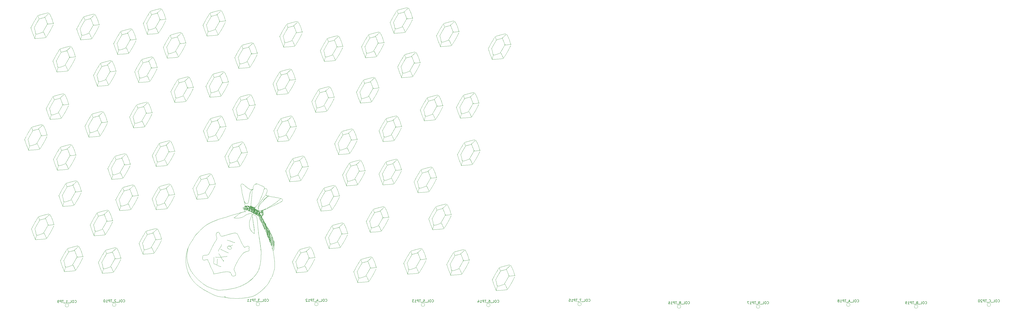
<source format=gbr>
%TF.GenerationSoftware,KiCad,Pcbnew,(6.99.0-3429-gce3fe46751)*%
%TF.CreationDate,2022-10-17T19:36:07+02:00*%
%TF.ProjectId,FXTal_rev1,46585461-6c5f-4726-9576-312e6b696361,rev?*%
%TF.SameCoordinates,PXe1237f8PYe7db780*%
%TF.FileFunction,Legend,Bot*%
%TF.FilePolarity,Positive*%
%FSLAX46Y46*%
G04 Gerber Fmt 4.6, Leading zero omitted, Abs format (unit mm)*
G04 Created by KiCad (PCBNEW (6.99.0-3429-gce3fe46751)) date 2022-10-17 19:36:07*
%MOMM*%
%LPD*%
G01*
G04 APERTURE LIST*
%ADD10C,0.050000*%
%ADD11C,0.150000*%
%ADD12C,0.120000*%
%ADD13R,1.700000X1.700000*%
%ADD14O,1.700000X1.700000*%
%ADD15C,1.000000*%
G04 APERTURE END LIST*
D10*
X-169501801Y25779109D02*
X-169523581Y25846103D01*
X-169544544Y25913588D01*
X-169564800Y25981493D01*
X-169584459Y26049749D01*
X-169603631Y26118286D01*
X-169622426Y26187034D01*
X-169640955Y26255921D01*
X-169659327Y26324879D01*
X-169677653Y26393837D01*
X-169696043Y26462724D01*
X-169714606Y26531472D01*
X-169733452Y26600008D01*
X-169752693Y26668265D01*
X-169772437Y26736170D01*
X-169792795Y26803655D01*
X-169813877Y26870648D01*
X-45957500Y51671861D02*
X-45932466Y51725388D01*
X-45907244Y51778877D01*
X-45882093Y51832428D01*
X-45857273Y51886141D01*
X-45833042Y51940114D01*
X-45809658Y51994447D01*
X-45787382Y52049238D01*
X-45766471Y52104587D01*
X-97695251Y6896379D02*
X-97691017Y6933553D01*
X-66938694Y43489092D02*
X-66932476Y43459194D01*
X-142019891Y-7922437D02*
X-142066498Y-8000850D01*
X-142112407Y-8079690D01*
X-142157694Y-8158908D01*
X-142202433Y-8238455D01*
X-142246699Y-8318283D01*
X-142290568Y-8398345D01*
X-142334113Y-8478592D01*
X-142377409Y-8558975D01*
X-142420533Y-8639447D01*
X-142463557Y-8719958D01*
X-142506557Y-8800462D01*
X-142549608Y-8880909D01*
X-142592784Y-8961251D01*
X-142636161Y-9041441D01*
X-142679813Y-9121429D01*
X-142723815Y-9201169D01*
X-111998518Y57273004D02*
X-112049019Y57259026D01*
X-112100207Y57244317D01*
X-112151970Y57229246D01*
X-112204195Y57214180D01*
X-112256766Y57199486D01*
X-112309570Y57185532D01*
X-112362494Y57172685D01*
X-112415424Y57161313D01*
X-112468245Y57151783D01*
X-112520845Y57144462D01*
X-112555731Y57140990D01*
X-91382425Y-4166644D02*
X-91350011Y-4204790D01*
X-91320380Y-4212020D01*
X-176568557Y20581767D02*
X-176592077Y20502441D01*
X-176617432Y20422363D01*
X-176644160Y20341599D01*
X-176671797Y20260218D01*
X-176699881Y20178286D01*
X-176727950Y20095869D01*
X-176755541Y20013035D01*
X-176782192Y19929851D01*
X-176807440Y19846382D01*
X-176830822Y19762697D01*
X-176851876Y19678862D01*
X-176870139Y19594944D01*
X-176885149Y19511009D01*
X-176896443Y19427125D01*
X-176903559Y19343359D01*
X-176906033Y19259776D01*
X-115116673Y39127039D02*
X-115145475Y39074315D01*
X-115173201Y39020886D01*
X-115200243Y38967001D01*
X-115226988Y38912909D01*
X-115253826Y38858861D01*
X-115281147Y38805106D01*
X-115309338Y38751893D01*
X-115338790Y38699472D01*
X-6430007Y46381421D02*
X-6358460Y46388501D01*
X-6287034Y46396039D01*
X-6215719Y46404021D01*
X-6144508Y46412434D01*
X-6073390Y46421265D01*
X-6002357Y46430500D01*
X-5931399Y46440126D01*
X-5860508Y46450130D01*
X-5789675Y46460499D01*
X-5718889Y46471218D01*
X-5648143Y46482275D01*
X-5577427Y46493656D01*
X-5506732Y46505348D01*
X-5436048Y46517338D01*
X-5365368Y46529611D01*
X-5294680Y46542155D01*
X-25446706Y10331779D02*
X-25397775Y10344254D01*
X-25339167Y10359077D01*
X-25289713Y10368894D01*
X-25235308Y10372850D01*
X-25196372Y10335937D01*
X-25210565Y10305453D01*
X-135094321Y12519402D02*
X-135146269Y12521050D01*
X-135192996Y12499160D01*
X-135194599Y12486461D01*
X-150468994Y15785286D02*
X-150420063Y15797773D01*
X-150361455Y15812621D01*
X-150312002Y15822461D01*
X-150257597Y15826447D01*
X-150218661Y15789574D01*
X-150232854Y15759093D01*
X-70887600Y6894439D02*
X-70891295Y6842860D01*
X-70887600Y6808449D01*
X-68521167Y65159922D02*
X-68497147Y65104331D01*
X-68473918Y65048519D01*
X-68451390Y64992502D01*
X-68429477Y64936297D01*
X-68408090Y64879920D01*
X-68387141Y64823388D01*
X-68366540Y64766716D01*
X-68346201Y64709922D01*
X-68326035Y64653022D01*
X-68305952Y64596031D01*
X-68292567Y64557995D01*
X-104347008Y-454143D02*
X-104347008Y-416969D01*
X-97476176Y1935441D02*
X-97427460Y1916704D01*
X-97385159Y1935441D01*
X-150957812Y4771344D02*
X-150949994Y4709382D01*
X-150949998Y4643898D01*
X-150956627Y4575786D01*
X-150968684Y4505940D01*
X-150984971Y4435254D01*
X-151004291Y4364622D01*
X-151025447Y4294939D01*
X-151047240Y4227098D01*
X-151068473Y4161994D01*
X-151087948Y4100521D01*
X-151099364Y4061996D01*
X-121301195Y53045102D02*
X-121338270Y53010316D01*
X-121348291Y53010971D01*
X-71699720Y-16670286D02*
X-71718859Y-16618546D01*
X-71737869Y-16566763D01*
X-71756742Y-16514932D01*
X-71775470Y-16463052D01*
X-71794042Y-16411119D01*
X-71812449Y-16359132D01*
X-71830683Y-16307087D01*
X-71848735Y-16254981D01*
X-71866595Y-16202813D01*
X-71884253Y-16150580D01*
X-71895909Y-16115720D01*
X-93676891Y1869296D02*
X-93631976Y1841403D01*
X-93583118Y1853242D01*
X-93556903Y1894034D01*
X-115069108Y14025171D02*
X-115086088Y14084108D01*
X-115104620Y14142260D01*
X-115124539Y14199716D01*
X-115145681Y14256562D01*
X-115167880Y14312886D01*
X-115190971Y14368774D01*
X-115214789Y14424314D01*
X-115239169Y14479593D01*
X-115263947Y14534699D01*
X-115288955Y14589718D01*
X-115314031Y14644738D01*
X-115339008Y14699847D01*
X-115363722Y14755130D01*
X-115388007Y14810675D01*
X-115411698Y14866571D01*
X-115434630Y14922902D01*
X-81710910Y15896358D02*
X-81734430Y15817032D01*
X-81759785Y15736954D01*
X-81786513Y15656190D01*
X-81814150Y15574809D01*
X-81842234Y15492877D01*
X-81870303Y15410460D01*
X-81897894Y15327626D01*
X-81924545Y15244442D01*
X-81949793Y15160973D01*
X-81973175Y15077288D01*
X-81994229Y14993453D01*
X-82012492Y14909535D01*
X-82027502Y14825600D01*
X-82038796Y14741716D01*
X-82045912Y14657950D01*
X-82048386Y14574367D01*
X-157921249Y-5877210D02*
X-157898401Y-5923612D01*
X-157876162Y-5970296D01*
X-157854449Y-6017225D01*
X-157833183Y-6064358D01*
X-157812279Y-6111658D01*
X-157791658Y-6159086D01*
X-157771237Y-6206604D01*
X-157750934Y-6254172D01*
X-157730668Y-6301752D01*
X-157710357Y-6349306D01*
X-157696750Y-6380976D01*
X-63678895Y29896785D02*
X-63663383Y29847467D01*
X-63647625Y29798230D01*
X-63631649Y29749063D01*
X-63615484Y29699958D01*
X-63599161Y29650905D01*
X-63582708Y29601894D01*
X-63566155Y29552916D01*
X-63549530Y29503961D01*
X-63532864Y29455021D01*
X-63516185Y29406085D01*
X-63499523Y29357144D01*
X-63482907Y29308189D01*
X-63466366Y29259209D01*
X-63449929Y29210196D01*
X-63433626Y29161140D01*
X-63417486Y29112031D01*
X-39443326Y31492222D02*
X-39482603Y31523517D01*
X-39496904Y31537598D01*
X-131918528Y12266460D02*
X-131970037Y12223678D01*
X-132022603Y12182214D01*
X-132075988Y12141794D01*
X-132129953Y12102147D01*
X-132184257Y12063000D01*
X-132238663Y12024080D01*
X-132292930Y11985114D01*
X-132346819Y11945829D01*
X-132400090Y11905953D01*
X-132452505Y11865213D01*
X-132486853Y11837438D01*
X-130941025Y31156520D02*
X-130973663Y31200601D01*
X-131024426Y31206327D01*
X-131083783Y31205119D01*
X-131140246Y31201671D01*
X-131163804Y31200573D01*
X-8955322Y21276337D02*
X-8879566Y21282991D01*
X-8803763Y21289881D01*
X-8727930Y21297042D01*
X-8652083Y21304513D01*
X-8576239Y21312331D01*
X-8500413Y21320532D01*
X-8424622Y21329154D01*
X-8348881Y21338233D01*
X-8273207Y21347807D01*
X-8197616Y21357912D01*
X-8122124Y21368586D01*
X-8046746Y21379865D01*
X-7971499Y21391788D01*
X-7896400Y21404389D01*
X-7821464Y21417708D01*
X-7746706Y21431779D01*
X-60500190Y17122437D02*
X-60494853Y17172512D01*
X-60484845Y17208426D01*
X-95380146Y2815975D02*
X-95413219Y2815975D01*
X-107447660Y-12563328D02*
X-107421320Y-12613284D01*
X-107392317Y-12662114D01*
X-107360783Y-12709688D01*
X-107326849Y-12755880D01*
X-107290644Y-12800561D01*
X-107252301Y-12843603D01*
X-107211949Y-12884879D01*
X-107169720Y-12924261D01*
X-107125744Y-12961620D01*
X-107080152Y-12996828D01*
X-107033074Y-13029759D01*
X-106984642Y-13060283D01*
X-106934987Y-13088274D01*
X-106884238Y-13113603D01*
X-106832527Y-13136142D01*
X-106779984Y-13155763D01*
X-106726741Y-13172339D01*
X-106672928Y-13185741D01*
X-106618676Y-13195842D01*
X-106564115Y-13202514D01*
X-106509376Y-13205628D01*
X-106454591Y-13205058D01*
X-106399889Y-13200674D01*
X-106345402Y-13192350D01*
X-106291260Y-13179957D01*
X-106237595Y-13163367D01*
X-106184536Y-13142453D01*
X-106132214Y-13117087D01*
X-106080762Y-13087140D01*
X-106030308Y-13052484D01*
X-105980984Y-13012993D01*
X-105932920Y-12968538D01*
X-116984102Y34403433D02*
X-116967343Y34349826D01*
X-116951426Y34295946D01*
X-116935510Y34242067D01*
X-116918750Y34188459D01*
X-35334876Y83924305D02*
X-35368461Y83884787D01*
X-35399886Y83842576D01*
X-35424040Y83825350D01*
X-98344141Y3387607D02*
X-98342864Y3333924D01*
X-98341568Y3276042D01*
X-98343855Y3216576D01*
X-98355699Y3161423D01*
X-98373113Y3141545D01*
X-139696352Y76831937D02*
X-139688500Y76769945D01*
X-139688477Y76704441D01*
X-139695086Y76636318D01*
X-139707130Y76566468D01*
X-139723412Y76495781D01*
X-139742733Y76425150D01*
X-139763897Y76355465D01*
X-139785705Y76287618D01*
X-139806960Y76222500D01*
X-139826465Y76161003D01*
X-139837904Y76122457D01*
X-34713899Y80294486D02*
X-34681731Y80350464D01*
X-34649499Y80406416D01*
X-34617175Y80462322D01*
X-34584729Y80518163D01*
X-34552133Y80573918D01*
X-34519358Y80629568D01*
X-34486374Y80685094D01*
X-34453153Y80740475D01*
X-34419665Y80795691D01*
X-34385881Y80850724D01*
X-34351772Y80905552D01*
X-34317310Y80960157D01*
X-34282464Y81014519D01*
X-34247207Y81068617D01*
X-34211508Y81122433D01*
X-34175339Y81175945D01*
X-79257164Y37039476D02*
X-79294239Y37004690D01*
X-79304260Y37005345D01*
X-83582970Y33631775D02*
X-83553596Y33692189D01*
X-83523004Y33751978D01*
X-83491317Y33811206D01*
X-83458662Y33869938D01*
X-83425161Y33928237D01*
X-83390940Y33986168D01*
X-83356123Y34043794D01*
X-83320834Y34101180D01*
X-83285198Y34158388D01*
X-83249340Y34215484D01*
X-83213382Y34272531D01*
X-83177451Y34329594D01*
X-83141670Y34386735D01*
X-83106164Y34444019D01*
X-83071057Y34501510D01*
X-83036473Y34559272D01*
X-73064195Y47207414D02*
X-73081480Y47160302D01*
X-73081922Y47159260D01*
X-20500670Y69607123D02*
X-20433721Y69619683D01*
X-20366673Y69631768D01*
X-20299532Y69643385D01*
X-20232303Y69654540D01*
X-20164994Y69665239D01*
X-20097610Y69675490D01*
X-20030156Y69685299D01*
X-19962638Y69694672D01*
X-19895063Y69703616D01*
X-19827437Y69712138D01*
X-19782326Y69717587D01*
X-95648831Y2882121D02*
X-95648831Y2844814D01*
X-172424785Y19809580D02*
X-172464111Y19840875D01*
X-172478496Y19854956D01*
X-61947726Y28639088D02*
X-61938454Y28587001D01*
X-61930075Y28534423D01*
X-61922431Y28481431D01*
X-61915360Y28428104D01*
X-61908704Y28374518D01*
X-61902301Y28320750D01*
X-61895992Y28266877D01*
X-61889617Y28212977D01*
X-61883016Y28159127D01*
X-61876028Y28105403D01*
X-61868494Y28051883D01*
X-61860253Y27998644D01*
X-61851145Y27945763D01*
X-61841011Y27893317D01*
X-61829690Y27841384D01*
X-61817022Y27790040D01*
X-64066509Y12931437D02*
X-64144452Y12918009D01*
X-64222037Y12903494D01*
X-64299302Y12887996D01*
X-64376287Y12871623D01*
X-64453030Y12854480D01*
X-64529570Y12836673D01*
X-64605945Y12818309D01*
X-64682195Y12799493D01*
X-64758358Y12780331D01*
X-64834473Y12760930D01*
X-64910579Y12741394D01*
X-64986714Y12721831D01*
X-65062917Y12702347D01*
X-65139228Y12683046D01*
X-65215684Y12664036D01*
X-65292324Y12645422D01*
X-127143063Y71733417D02*
X-127160043Y71792354D01*
X-127178575Y71850507D01*
X-127198495Y71907963D01*
X-127219638Y71964810D01*
X-127241839Y72021136D01*
X-127264933Y72077027D01*
X-127288755Y72132571D01*
X-127313141Y72187856D01*
X-127337925Y72242969D01*
X-127362943Y72297997D01*
X-127388029Y72353027D01*
X-127413019Y72408148D01*
X-127437748Y72463447D01*
X-127462050Y72519010D01*
X-127485762Y72574925D01*
X-127508717Y72631280D01*
X-113283600Y58305343D02*
X-113266679Y58250601D01*
X-113252327Y58195207D01*
X-113240137Y58139266D01*
X-113229699Y58082882D01*
X-113220605Y58026161D01*
X-113212446Y57969207D01*
X-113204814Y57912125D01*
X-113197299Y57855019D01*
X-113189492Y57797994D01*
X-113180986Y57741155D01*
X-113174724Y57703416D01*
X-156368012Y38873754D02*
X-156404966Y38838968D01*
X-156414976Y38839623D01*
X-167249134Y10961138D02*
X-167270914Y11028132D01*
X-167291877Y11095617D01*
X-167312133Y11163522D01*
X-167331792Y11231778D01*
X-167350964Y11300315D01*
X-167369759Y11369063D01*
X-167388288Y11437950D01*
X-167406660Y11506908D01*
X-167424986Y11575866D01*
X-167443376Y11644753D01*
X-167461939Y11713501D01*
X-167480785Y11782037D01*
X-167500026Y11850294D01*
X-167519770Y11918199D01*
X-167540128Y11985684D01*
X-167561210Y12052677D01*
X-78780253Y79614771D02*
X-78837638Y79607043D01*
X-78896775Y79585495D01*
X-78956913Y79552585D01*
X-79017302Y79510769D01*
X-79057329Y79479156D01*
X-79096910Y79445405D01*
X-79135823Y79410243D01*
X-79173846Y79374399D01*
X-79210755Y79338599D01*
X-79263543Y79286576D01*
X-79312574Y79238748D01*
X-79357095Y79197572D01*
X-79370803Y79185749D01*
X-169813877Y26870648D02*
X-169835006Y26935324D01*
X-169856662Y26999775D01*
X-169878829Y27064007D01*
X-169901493Y27128027D01*
X-169924640Y27191841D01*
X-169948255Y27255456D01*
X-169972323Y27318877D01*
X-169996830Y27382111D01*
X-170021762Y27445164D01*
X-170047103Y27508043D01*
X-170072839Y27570753D01*
X-170098955Y27633302D01*
X-170125437Y27695695D01*
X-170152271Y27757938D01*
X-170179441Y27820038D01*
X-170206932Y27882002D01*
X-170234732Y27943834D01*
X-170262823Y28005543D01*
X-170291193Y28067133D01*
X-170319827Y28128612D01*
X-170348710Y28189985D01*
X-170377826Y28251259D01*
X-170407163Y28312439D01*
X-170436704Y28373533D01*
X-170466436Y28434547D01*
X-170496344Y28495487D01*
X-170526414Y28556358D01*
X-170556629Y28617169D01*
X-170586977Y28677923D01*
X-170617443Y28738629D01*
X-170648011Y28799292D01*
X-170678667Y28859918D01*
X-168953448Y14491473D02*
X-169010829Y14483742D01*
X-169069958Y14462186D01*
X-169130086Y14429265D01*
X-169190462Y14387436D01*
X-169230481Y14355816D01*
X-169270055Y14322058D01*
X-169308963Y14286891D01*
X-169346982Y14251043D01*
X-169383891Y14215243D01*
X-169436685Y14163225D01*
X-169485731Y14115413D01*
X-169530278Y14074263D01*
X-169543998Y14062452D01*
X-55430509Y29466572D02*
X-55394614Y29537991D01*
X-55358454Y29609243D01*
X-55322085Y29680363D01*
X-55285565Y29751382D01*
X-55248952Y29822334D01*
X-55212302Y29893251D01*
X-55175672Y29964166D01*
X-55139121Y30035112D01*
X-55102704Y30106122D01*
X-55066479Y30177228D01*
X-55030503Y30248463D01*
X-54994834Y30319860D01*
X-54959528Y30391451D01*
X-54924643Y30463270D01*
X-54890236Y30535349D01*
X-54856363Y30607720D01*
X-136790830Y25270467D02*
X-136787861Y25197237D01*
X-136779510Y25124604D01*
X-136766608Y25052483D01*
X-136749991Y24980790D01*
X-136730491Y24909437D01*
X-136708941Y24838339D01*
X-136686174Y24767411D01*
X-136663024Y24696567D01*
X-136640324Y24625721D01*
X-136618908Y24554788D01*
X-136605754Y24507408D01*
X-30981289Y67471322D02*
X-31035112Y67466645D01*
X-31088659Y67457915D01*
X-31137261Y67449362D01*
X-30462147Y15959335D02*
X-30488655Y15909256D01*
X-30513567Y15858307D01*
X-30537378Y15806783D01*
X-30560586Y15754977D01*
X-30583688Y15703183D01*
X-30607179Y15651695D01*
X-30616796Y15631251D01*
X-37697076Y60541620D02*
X-37680317Y60488032D01*
X-37664400Y60434183D01*
X-37648484Y60380309D01*
X-37631724Y60326646D01*
X-99502619Y12120577D02*
X-99459443Y12086023D01*
X-99416839Y12052146D01*
X-99374673Y12018919D01*
X-99332809Y11986320D01*
X-99291114Y11954323D01*
X-99249452Y11922903D01*
X-99207689Y11892037D01*
X-99165690Y11861699D01*
X-99123320Y11831865D01*
X-99080445Y11802510D01*
X-99036931Y11773610D01*
X-98992642Y11745140D01*
X-98947443Y11717075D01*
X-98901201Y11689391D01*
X-98853780Y11662063D01*
X-98805045Y11635066D01*
X-91882619Y-3223934D02*
X-91900678Y-3173414D01*
X-91921970Y-3122508D01*
X-91932229Y-3099976D01*
X-13561586Y25496573D02*
X-13565224Y25444994D01*
X-13561586Y25410584D01*
X-20034840Y45492155D02*
X-19976005Y45502391D01*
X-19917080Y45512080D01*
X-19858074Y45521245D01*
X-19798997Y45529909D01*
X-19739858Y45538095D01*
X-19680667Y45545827D01*
X-19621432Y45553128D01*
X-19562162Y45560021D01*
X-129437398Y28420728D02*
X-129458527Y28485404D01*
X-129480183Y28549855D01*
X-129502350Y28614087D01*
X-129525014Y28678107D01*
X-129548161Y28741921D01*
X-129571776Y28805536D01*
X-129595844Y28868957D01*
X-129620351Y28932191D01*
X-129645283Y28995244D01*
X-129670624Y29058123D01*
X-129696360Y29120833D01*
X-129722476Y29183382D01*
X-129748958Y29245775D01*
X-129775791Y29308018D01*
X-129802961Y29370118D01*
X-129830453Y29432082D01*
X-129858252Y29493914D01*
X-129886344Y29555623D01*
X-129914714Y29617213D01*
X-129943348Y29678692D01*
X-129972230Y29740065D01*
X-130001347Y29801339D01*
X-130030683Y29862519D01*
X-130060225Y29923613D01*
X-130089957Y29984627D01*
X-130119865Y30045567D01*
X-130149934Y30106438D01*
X-130180150Y30167249D01*
X-130210498Y30228003D01*
X-130240964Y30288709D01*
X-130271532Y30349372D01*
X-130302188Y30409998D01*
X-167442280Y9398377D02*
X-167417284Y9451904D01*
X-167392082Y9505393D01*
X-167366938Y9558944D01*
X-167342119Y9612657D01*
X-167317889Y9666630D01*
X-167294513Y9720963D01*
X-167272256Y9775754D01*
X-167251383Y9831103D01*
X-63693447Y72251285D02*
X-63755980Y72249390D01*
X-63818217Y72244048D01*
X-63880196Y72235776D01*
X-63941955Y72225089D01*
X-64003535Y72212504D01*
X-64064972Y72198537D01*
X-64126306Y72183703D01*
X-64187575Y72168518D01*
X-64248818Y72153500D01*
X-64310074Y72139163D01*
X-64350936Y72130238D01*
X-116015065Y31780750D02*
X-115997928Y31733461D01*
X-115980036Y31686371D01*
X-115961517Y31639447D01*
X-115942495Y31592653D01*
X-115923099Y31545953D01*
X-115903454Y31499312D01*
X-115883686Y31452696D01*
X-115863922Y31406068D01*
X-115844289Y31359394D01*
X-115824912Y31312637D01*
X-115805918Y31265764D01*
X-115787433Y31218739D01*
X-115769584Y31171526D01*
X-115752497Y31124090D01*
X-115736298Y31076396D01*
X-115721113Y31028408D01*
X-91461006Y-4038453D02*
X-91468576Y-3987250D01*
X-91477542Y-3939235D01*
X-25175111Y10644781D02*
X-25168893Y10614751D01*
X-186230886Y-8330893D02*
X-186213771Y-8378204D01*
X-186195895Y-8425310D01*
X-186177387Y-8472246D01*
X-186158372Y-8519049D01*
X-186138979Y-8565753D01*
X-186119333Y-8612397D01*
X-186099562Y-8659014D01*
X-186079793Y-8705642D01*
X-186060153Y-8752316D01*
X-186040768Y-8799073D01*
X-186021765Y-8845949D01*
X-186003273Y-8892979D01*
X-185985416Y-8940200D01*
X-185968323Y-8987648D01*
X-185952120Y-9035358D01*
X-185936934Y-9083368D01*
X-133204667Y23499213D02*
X-133175271Y23559627D01*
X-133144663Y23619416D01*
X-133112965Y23678644D01*
X-133080303Y23737376D01*
X-133046800Y23795675D01*
X-133012579Y23853606D01*
X-132977766Y23911232D01*
X-132942482Y23968618D01*
X-132906853Y24025826D01*
X-132871002Y24082922D01*
X-132835053Y24139969D01*
X-132799130Y24197032D01*
X-132763356Y24254173D01*
X-132727856Y24311457D01*
X-132692753Y24368948D01*
X-132658170Y24426710D01*
X-29264515Y-22824949D02*
X-29208919Y-22749022D01*
X-29154560Y-22672260D01*
X-29101310Y-22594750D01*
X-29049041Y-22516578D01*
X-28997627Y-22437831D01*
X-28946940Y-22358593D01*
X-28896851Y-22278952D01*
X-28847235Y-22198994D01*
X-28797962Y-22118804D01*
X-28748906Y-22038470D01*
X-28699940Y-21958078D01*
X-28650934Y-21877713D01*
X-28601764Y-21797462D01*
X-28552299Y-21717411D01*
X-28502414Y-21637647D01*
X-28451980Y-21558256D01*
X-120755797Y9202875D02*
X-120734622Y9151707D01*
X-120711213Y9101505D01*
X-120686214Y9051994D01*
X-120660267Y9002900D01*
X-120634016Y8953949D01*
X-120608104Y8904866D01*
X-120583176Y8855376D01*
X-120559873Y8805206D01*
X-98782424Y4262849D02*
X-98745250Y4262849D01*
X-129039067Y47034033D02*
X-129029266Y46982188D01*
X-129020547Y46928779D01*
X-129008486Y46878618D01*
X-128984563Y46840490D01*
X-90844924Y-4612996D02*
X-90883326Y-4580918D01*
X-90936145Y-4584769D01*
X-90952477Y-4596592D01*
X-89708141Y-7089364D02*
X-89682909Y-7134618D01*
X-89658532Y-7180380D01*
X-106219332Y-22671735D02*
X-106214248Y-22733422D01*
X-106199987Y-22793623D01*
X-106178042Y-22852455D01*
X-106149904Y-22910036D01*
X-106117064Y-22966483D01*
X-106081013Y-23021914D01*
X-106043242Y-23076447D01*
X-106005243Y-23130199D01*
X-105968507Y-23183289D01*
X-105934524Y-23235833D01*
X-105914135Y-23270619D01*
X-101699852Y13499188D02*
X-101752107Y13493351D01*
X-101796155Y13469506D01*
X-101797615Y13466777D01*
X-100960141Y26226088D02*
X-100888616Y26233168D01*
X-100817206Y26240705D01*
X-100745903Y26248687D01*
X-100674698Y26257100D01*
X-100603583Y26265931D01*
X-100532550Y26275167D01*
X-100461589Y26284793D01*
X-100390693Y26294797D01*
X-100319852Y26305166D01*
X-100249059Y26315885D01*
X-100178304Y26326942D01*
X-100107580Y26338323D01*
X-100036877Y26350015D01*
X-99966188Y26362005D01*
X-99895503Y26374278D01*
X-99824814Y26386822D01*
X-89472530Y-11339234D02*
X-89501562Y-11297397D01*
X-89526240Y-11289624D01*
X-124619864Y71592526D02*
X-124641644Y71659520D01*
X-124662607Y71727005D01*
X-124682863Y71794910D01*
X-124702522Y71863166D01*
X-124721695Y71931703D01*
X-124740490Y72000451D01*
X-124759019Y72069338D01*
X-124777391Y72138296D01*
X-124795717Y72207254D01*
X-124814106Y72276141D01*
X-124832669Y72344888D01*
X-124851516Y72413425D01*
X-124870756Y72481681D01*
X-124890500Y72549587D01*
X-124910858Y72617071D01*
X-124931940Y72684064D01*
X-172856978Y12449552D02*
X-172883622Y12398606D01*
X-172911475Y12348307D01*
X-172940330Y12298546D01*
X-172969978Y12249209D01*
X-173000214Y12200185D01*
X-173030829Y12151363D01*
X-173061616Y12102630D01*
X-173092369Y12053874D01*
X-173122878Y12004985D01*
X-173152939Y11955849D01*
X-173172626Y11922899D01*
X-114619349Y48918310D02*
X-114612469Y48946620D01*
X-90328192Y-6159221D02*
X-90328192Y-6159221D01*
X-93375134Y-264040D02*
X-93358201Y-215389D01*
X-93342061Y-168922D01*
X-129333019Y47786376D02*
X-129315882Y47739087D01*
X-129297990Y47691997D01*
X-129279471Y47645073D01*
X-129260449Y47598279D01*
X-129241053Y47551579D01*
X-129221408Y47504938D01*
X-129201640Y47458321D01*
X-129181876Y47411693D01*
X-129162243Y47365019D01*
X-129142866Y47318263D01*
X-129123872Y47271390D01*
X-129105387Y47224364D01*
X-129087538Y47177151D01*
X-129070451Y47129715D01*
X-129054252Y47082021D01*
X-129039067Y47034033D01*
X7543636Y-24014995D02*
X7570367Y-23970445D01*
X7601419Y-23921336D01*
X7637865Y-23882386D01*
X7669710Y-23898710D01*
X-154054628Y-22331515D02*
X-154048410Y-22361545D01*
X-102828364Y60733443D02*
X-102761381Y60746003D01*
X-102694306Y60758088D01*
X-102627143Y60769704D01*
X-102559898Y60780859D01*
X-102492576Y60791559D01*
X-102425183Y60801810D01*
X-102357723Y60811619D01*
X-102290202Y60820992D01*
X-102222626Y60829936D01*
X-102154999Y60838458D01*
X-102109888Y60843907D01*
X-146961810Y3319707D02*
X-146955592Y3289809D01*
X-54779899Y51046915D02*
X-54783594Y50995297D01*
X-54779899Y50960925D01*
X-23132881Y3099568D02*
X-23161683Y3046844D01*
X-23189409Y2993415D01*
X-23216451Y2939530D01*
X-23243196Y2885438D01*
X-23270034Y2831390D01*
X-23297355Y2777635D01*
X-23325546Y2724422D01*
X-23354998Y2672001D01*
X-5313200Y24980503D02*
X-5277305Y25051922D01*
X-5241145Y25123174D01*
X-5204776Y25194294D01*
X-5168257Y25265313D01*
X-5131643Y25336265D01*
X-5094993Y25407182D01*
X-5058364Y25478097D01*
X-5021812Y25549043D01*
X-4985395Y25620053D01*
X-4949170Y25691159D01*
X-4913195Y25762394D01*
X-4877526Y25833791D01*
X-4842220Y25905382D01*
X-4807335Y25977201D01*
X-4772928Y26049280D01*
X-4739055Y26121651D01*
X-25230277Y10758420D02*
X-25206980Y10712608D01*
X-25184699Y10666394D01*
X-25175111Y10644781D01*
X-42933841Y37574332D02*
X-42975831Y37506928D01*
X-43017421Y37439287D01*
X-43058625Y37371420D01*
X-43099455Y37303335D01*
X-43139924Y37235044D01*
X-43180045Y37166556D01*
X-43219830Y37097882D01*
X-43259292Y37029030D01*
X-43298443Y36960011D01*
X-43337297Y36890835D01*
X-43375865Y36821512D01*
X-43414161Y36752052D01*
X-43452198Y36682464D01*
X-43489987Y36612759D01*
X-43527541Y36542947D01*
X-43564873Y36473037D01*
X-43601996Y36403039D01*
X-43638923Y36332964D01*
X-43675665Y36262821D01*
X-43712236Y36192620D01*
X-43748649Y36122372D01*
X-43784915Y36052085D01*
X-43821048Y35981771D01*
X-43857060Y35911438D01*
X-43892964Y35841097D01*
X-43928773Y35770758D01*
X-43964498Y35700431D01*
X-44000154Y35630126D01*
X-44035752Y35559852D01*
X-44071305Y35489619D01*
X-44106825Y35419438D01*
X-44142326Y35349318D01*
X-121530630Y11787193D02*
X-121552954Y11741476D01*
X-121577576Y11694047D01*
X-121600744Y11663103D01*
X-70695777Y42861897D02*
X-70625894Y42869199D01*
X-70555864Y42874795D01*
X-70485712Y42879004D01*
X-70415467Y42882143D01*
X-70345154Y42884530D01*
X-70274801Y42886484D01*
X-70204435Y42888322D01*
X-70134082Y42890361D01*
X-70063769Y42892921D01*
X-69993523Y42896318D01*
X-69946742Y42899204D01*
X-162693141Y-1675362D02*
X-162719694Y-1725441D01*
X-162744623Y-1776390D01*
X-162768438Y-1827914D01*
X-162791647Y-1879719D01*
X-162814760Y-1931513D01*
X-162838284Y-1983001D01*
X-162847923Y-2003445D01*
X-79349636Y75274679D02*
X-79362200Y75334793D01*
X-79375486Y75394742D01*
X-79389426Y75454542D01*
X-79403953Y75514208D01*
X-79418998Y75573755D01*
X-79434495Y75633199D01*
X-79450373Y75692555D01*
X-79466566Y75751838D01*
X-79483006Y75811064D01*
X-79499624Y75870248D01*
X-79516352Y75929406D01*
X-79533123Y75988551D01*
X-79549869Y76047701D01*
X-79566521Y76106870D01*
X-79583011Y76166073D01*
X-79599271Y76225326D01*
X-156480592Y38871770D02*
X-156428587Y38884184D01*
X-156378391Y38885099D01*
X-156368012Y38873754D01*
X-75820738Y-20055101D02*
X-75908286Y-20081332D01*
X-75995789Y-20108663D01*
X-76083258Y-20136995D01*
X-76170703Y-20166228D01*
X-76258134Y-20196264D01*
X-76345560Y-20227003D01*
X-76432993Y-20258347D01*
X-76520441Y-20290195D01*
X-76607916Y-20322449D01*
X-76695426Y-20355010D01*
X-76782983Y-20387778D01*
X-76870595Y-20420655D01*
X-76958274Y-20453540D01*
X-77046028Y-20486336D01*
X-77133869Y-20518942D01*
X-77221806Y-20551260D01*
X-77309849Y-20583190D01*
X-77398009Y-20614634D01*
X-77486294Y-20645492D01*
X-77574716Y-20675664D01*
X-77663285Y-20705053D01*
X-77752009Y-20733558D01*
X-77840900Y-20761080D01*
X-77929968Y-20787521D01*
X-78019221Y-20812780D01*
X-78108672Y-20836760D01*
X-78198329Y-20859360D01*
X-78288202Y-20880482D01*
X-78378302Y-20900026D01*
X-78468638Y-20917894D01*
X-78559221Y-20933985D01*
X-78650060Y-20948202D01*
X-183793545Y-1132771D02*
X-183847656Y-1135275D01*
X-183904476Y-1137794D01*
X-183961080Y-1141553D01*
X-184014164Y-1149961D01*
X-183994099Y-1165844D01*
X-93556903Y-1698478D02*
X-93567060Y-1645108D01*
X-93576501Y-1593168D01*
X-93585239Y-1542539D01*
X-93593283Y-1493105D01*
X-93604075Y-1420936D01*
X-93613368Y-1350793D01*
X-93621200Y-1282278D01*
X-93627607Y-1214994D01*
X-93632625Y-1148546D01*
X-93636292Y-1082534D01*
X-93638644Y-1016564D01*
X-93639717Y-950237D01*
X-80060307Y70258575D02*
X-80037050Y70212859D01*
X-80014779Y70166610D01*
X-80005142Y70144937D01*
X-143523253Y-10763798D02*
X-143526948Y-10815416D01*
X-143523253Y-10849788D01*
X-52378408Y68483221D02*
X-52349741Y68395491D01*
X-52321108Y68307457D01*
X-52292464Y68219178D01*
X-52263768Y68130710D01*
X-52234974Y68042110D01*
X-52206040Y67953436D01*
X-52176922Y67864743D01*
X-52147576Y67776090D01*
X-52117959Y67687533D01*
X-52088027Y67599128D01*
X-52057737Y67510934D01*
X-52027044Y67423007D01*
X-51995906Y67335404D01*
X-51964278Y67248183D01*
X-51932118Y67161399D01*
X-51899380Y67075109D01*
X-97496284Y2404415D02*
X-97485335Y2344603D01*
X-97481060Y2290284D01*
X-97479739Y2229480D01*
X-97482581Y2168725D01*
X-97490794Y2114548D01*
X-97510457Y2066029D01*
X-97535178Y2050535D01*
X-98481657Y68942141D02*
X-98502996Y68990006D01*
X-98528664Y69037371D01*
X-98556953Y69084407D01*
X-98586151Y69131285D01*
X-98614550Y69178176D01*
X-98640439Y69225250D01*
X-98662108Y69272677D01*
X-98677846Y69320627D01*
X5302425Y73662519D02*
X5250920Y73619737D01*
X5198361Y73578273D01*
X5144987Y73537853D01*
X5091035Y73498206D01*
X5036742Y73459059D01*
X4982345Y73420139D01*
X4928082Y73381173D01*
X4874190Y73341888D01*
X4820907Y73302012D01*
X4768470Y73261272D01*
X4734100Y73233497D01*
X-86130775Y73863259D02*
X-86148057Y73816147D01*
X-86148502Y73815105D01*
X-98462078Y45702464D02*
X-98435405Y45747012D01*
X-98404361Y45796109D01*
X-98367921Y45835024D01*
X-98336136Y45818616D01*
X5355077Y69603678D02*
X5387247Y69659656D01*
X5419483Y69715608D01*
X5451813Y69771514D01*
X5484265Y69827353D01*
X5516869Y69883106D01*
X5549653Y69938754D01*
X5582644Y69994275D01*
X5615873Y70049650D01*
X5649366Y70104860D01*
X5683153Y70159884D01*
X5717262Y70214702D01*
X5751722Y70269294D01*
X5786560Y70323640D01*
X5821807Y70377721D01*
X5857489Y70431516D01*
X5893636Y70485005D01*
X-89914781Y-6642879D02*
X-89930556Y-6594702D01*
X-89944794Y-6546582D01*
X-89958023Y-6498351D01*
X-89960289Y-6489950D01*
X-90737503Y-4823869D02*
X-90769917Y-4785655D01*
X-90799547Y-4778361D01*
X-70856776Y6985059D02*
X-70879036Y6939342D01*
X-70903651Y6891913D01*
X-70926759Y6860969D01*
X6774889Y-29405219D02*
X6781107Y-29435249D01*
X-90301602Y-26294145D02*
X-90264278Y-26220948D01*
X-90228795Y-26144845D01*
X-90194692Y-26066380D01*
X-90161509Y-25986097D01*
X-90128787Y-25904541D01*
X-90096066Y-25822255D01*
X-90062885Y-25739784D01*
X-90028784Y-25657673D01*
X-89993303Y-25576465D01*
X-89955982Y-25496706D01*
X-89916362Y-25418939D01*
X-89873982Y-25343709D01*
X-89828381Y-25271561D01*
X-89779101Y-25203038D01*
X-89725681Y-25138684D01*
X-89667660Y-25079046D01*
X-116042385Y-3255287D02*
X-116159959Y-3332700D01*
X-116276432Y-3411924D01*
X-116391831Y-3492889D01*
X-116506185Y-3575528D01*
X-116619518Y-3659772D01*
X-116731858Y-3745552D01*
X-116843233Y-3832800D01*
X-116953668Y-3921447D01*
X-117063191Y-4011425D01*
X-117171829Y-4102666D01*
X-117279608Y-4195099D01*
X-117386555Y-4288658D01*
X-117492696Y-4383274D01*
X-117598060Y-4478878D01*
X-117702673Y-4575401D01*
X-117806561Y-4672775D01*
X-117909751Y-4770932D01*
X-118012271Y-4869803D01*
X-118114147Y-4969319D01*
X-118215405Y-5069412D01*
X-118316073Y-5170014D01*
X-118416178Y-5271055D01*
X-118515747Y-5372468D01*
X-118614805Y-5474183D01*
X-118713381Y-5576133D01*
X-118811500Y-5678249D01*
X-118909190Y-5780462D01*
X-119006478Y-5882704D01*
X-119103391Y-5984905D01*
X-119199954Y-6086999D01*
X-119296196Y-6188915D01*
X-119392142Y-6290587D01*
X-90799547Y-8110523D02*
X-90832620Y-8085652D01*
X-161023885Y32888085D02*
X-160948105Y32894739D01*
X-160872282Y32901629D01*
X-160796432Y32908790D01*
X-160720572Y32916262D01*
X-160644717Y32924079D01*
X-160568883Y32932281D01*
X-160493087Y32940902D01*
X-160417345Y32949982D01*
X-160341672Y32959555D01*
X-160266085Y32969661D01*
X-160190601Y32980335D01*
X-160115234Y32991614D01*
X-160040001Y33003536D01*
X-159964919Y33016138D01*
X-159890002Y33029457D01*
X-159815268Y33043528D01*
X-156170368Y61638107D02*
X-156191664Y61685934D01*
X-156217301Y61733281D01*
X-156245571Y61780315D01*
X-156274763Y61827202D01*
X-156303168Y61874108D01*
X-156329075Y61921198D01*
X-156350775Y61968638D01*
X-156366557Y62016594D01*
X-181435296Y32359850D02*
X-181410306Y32413377D01*
X-181385117Y32466866D01*
X-181359990Y32520417D01*
X-181335185Y32574130D01*
X-181310964Y32628103D01*
X-181287585Y32682436D01*
X-181265311Y32737227D01*
X-181244400Y32792576D01*
X-116192429Y53526822D02*
X-116214689Y53481010D01*
X-116239303Y53433547D01*
X-116262411Y53402600D01*
X-89757751Y-6775171D02*
X-89808932Y-6777102D01*
X-89862402Y-6779315D01*
X-89869405Y-6779404D01*
X-173213901Y63049395D02*
X-173187014Y63094934D01*
X-173160246Y63140540D01*
X-173133592Y63186209D01*
X-173107046Y63231937D01*
X-173080599Y63277720D01*
X-173054246Y63323556D01*
X-173027980Y63369440D01*
X-173001794Y63415368D01*
X-172975682Y63461337D01*
X-172949636Y63507342D01*
X-172923651Y63553381D01*
X-172897718Y63599450D01*
X-172871833Y63645544D01*
X-172845987Y63691661D01*
X-172820174Y63737795D01*
X-172794388Y63783945D01*
X-172768621Y63830105D01*
X-172742868Y63876272D01*
X-172717121Y63922443D01*
X-172691374Y63968613D01*
X-172665619Y64014779D01*
X-172639851Y64060938D01*
X-172614062Y64107084D01*
X-172588246Y64153216D01*
X-172562397Y64199329D01*
X-172536506Y64245419D01*
X-172510568Y64291482D01*
X-172484576Y64337516D01*
X-172458524Y64383515D01*
X-172432404Y64429477D01*
X-172406210Y64475397D01*
X-172379934Y64521272D01*
X-82358610Y56805968D02*
X-82375567Y56864905D01*
X-82394078Y56923058D01*
X-82413981Y56980514D01*
X-82435108Y57037361D01*
X-82457297Y57093687D01*
X-82480380Y57149578D01*
X-82504194Y57205122D01*
X-82528572Y57260407D01*
X-82553351Y57315520D01*
X-82578365Y57370548D01*
X-82603448Y57425579D01*
X-82628436Y57480700D01*
X-82653164Y57535998D01*
X-82677466Y57591561D01*
X-82701177Y57647477D01*
X-82724132Y57703832D01*
X-95648831Y2844814D02*
X-95629351Y2798000D01*
X-95582685Y2778668D01*
X-137396429Y-7537469D02*
X-137419637Y-7476456D01*
X-137441271Y-7414964D01*
X-137461828Y-7353147D01*
X-137481808Y-7291158D01*
X-137501707Y-7229150D01*
X-137522022Y-7167277D01*
X-137543253Y-7105692D01*
X-137565895Y-7044550D01*
X-97302477Y2708422D02*
X-97260530Y2676667D01*
X-97219794Y2667147D01*
X-184636360Y73058450D02*
X-184540854Y73065022D01*
X-184445332Y73071781D01*
X-184349799Y73078716D01*
X-184254259Y73085816D01*
X-184158714Y73093071D01*
X-184063170Y73100469D01*
X-183967629Y73107999D01*
X-183872095Y73115650D01*
X-183776572Y73123411D01*
X-183681063Y73131272D01*
X-183585573Y73139220D01*
X-183490105Y73147245D01*
X-183394662Y73155336D01*
X-183299249Y73163482D01*
X-183203868Y73171672D01*
X-183108524Y73179894D01*
X-112739055Y12321651D02*
X-112714059Y12375134D01*
X-112688857Y12428591D01*
X-112663713Y12482119D01*
X-112638894Y12535815D01*
X-112614664Y12589779D01*
X-112591288Y12644107D01*
X-112569031Y12698896D01*
X-112548158Y12754245D01*
X-141567882Y79566181D02*
X-141592938Y79511730D01*
X-141621395Y79457252D01*
X-141652025Y79402964D01*
X-141683599Y79349085D01*
X-141714886Y79295830D01*
X-141744659Y79243419D01*
X-141755868Y79222739D01*
X-99295186Y3419489D02*
X-99375250Y3435481D01*
X-99457353Y3457138D01*
X-99540779Y3484052D01*
X-99624812Y3515814D01*
X-99708735Y3552017D01*
X-99791831Y3592251D01*
X-99873384Y3636108D01*
X-99952676Y3683180D01*
X-100028993Y3733058D01*
X-100101616Y3785333D01*
X-100169829Y3839597D01*
X-100232915Y3895442D01*
X-100290159Y3952459D01*
X-100340843Y4010239D01*
X-100384251Y4068375D01*
X-100419665Y4126456D01*
X-134261249Y-8998498D02*
X-134298203Y-9033284D01*
X-134308213Y-9032629D01*
X-162142544Y-3109139D02*
X-162139572Y-3182369D01*
X-162131212Y-3255002D01*
X-162118300Y-3327122D01*
X-162101670Y-3398816D01*
X-162082158Y-3470168D01*
X-162060600Y-3541266D01*
X-162037829Y-3612194D01*
X-162014682Y-3683038D01*
X-161991994Y-3753884D01*
X-161970599Y-3824817D01*
X-161957467Y-3872197D01*
X-186816409Y-3602921D02*
X-186841248Y-3653614D01*
X-186867085Y-3703894D01*
X-186893759Y-3753831D01*
X-186921106Y-3803493D01*
X-186948963Y-3852952D01*
X-186977167Y-3902277D01*
X-187005555Y-3951537D01*
X-187033963Y-4000804D01*
X-187062229Y-4050147D01*
X-187090189Y-4099636D01*
X-187117680Y-4149340D01*
X-187144539Y-4199331D01*
X-187170602Y-4249677D01*
X-187195707Y-4300449D01*
X-187219690Y-4351716D01*
X-187242388Y-4403550D01*
X-186211292Y80241570D02*
X-186257899Y80163160D01*
X-186303808Y80084325D01*
X-186349095Y80005114D01*
X-186393835Y79925574D01*
X-186438101Y79845754D01*
X-186481969Y79765701D01*
X-186525515Y79685464D01*
X-186568811Y79605090D01*
X-186611934Y79524628D01*
X-186654958Y79444125D01*
X-186697959Y79363629D01*
X-186741009Y79283189D01*
X-186784186Y79202853D01*
X-186827563Y79122668D01*
X-186871215Y79042682D01*
X-186915216Y78962944D01*
X-10600222Y-13635384D02*
X-10657603Y-13643115D01*
X-10716732Y-13664671D01*
X-10776860Y-13697593D01*
X-10837236Y-13739421D01*
X-10877255Y-13771042D01*
X-10916830Y-13804800D01*
X-10955738Y-13839967D01*
X-10993757Y-13875815D01*
X-11030665Y-13911615D01*
X-11083459Y-13963632D01*
X-11132505Y-14011445D01*
X-11177052Y-14052595D01*
X-11190772Y-14064406D01*
X-11194095Y49752477D02*
X-11235721Y49687823D01*
X-11277420Y49622953D01*
X-11319146Y49557880D01*
X-11360853Y49492617D01*
X-11402493Y49427179D01*
X-11444019Y49361578D01*
X-11485385Y49295828D01*
X-11526544Y49229942D01*
X-11567449Y49163934D01*
X-11608052Y49097816D01*
X-11648307Y49031603D01*
X-11688168Y48965307D01*
X-11727586Y48898943D01*
X-11766516Y48832522D01*
X-11804910Y48766060D01*
X-11842721Y48699568D01*
X7698020Y-28308256D02*
X7740357Y-28242070D01*
X7782464Y-28175986D01*
X7824339Y-28109988D01*
X7865982Y-28044063D01*
X7907393Y-27978196D01*
X7948572Y-27912373D01*
X7989518Y-27846580D01*
X8030231Y-27780802D01*
X8070711Y-27715025D01*
X8110958Y-27649235D01*
X8150971Y-27583417D01*
X8190750Y-27517557D01*
X8230295Y-27451641D01*
X8269606Y-27385654D01*
X8308682Y-27319582D01*
X8347522Y-27253411D01*
X8386128Y-27187127D01*
X8424498Y-27120714D01*
X8462632Y-27054160D01*
X8500530Y-26987449D01*
X8538192Y-26920567D01*
X8575618Y-26853500D01*
X8612806Y-26786233D01*
X8649757Y-26718753D01*
X8686471Y-26651044D01*
X8722947Y-26583093D01*
X8759186Y-26514886D01*
X8795186Y-26446407D01*
X8830948Y-26377643D01*
X8866471Y-26308580D01*
X8901755Y-26239202D01*
X8936800Y-26169497D01*
X-86060793Y73987481D02*
X-86083052Y73941669D01*
X-86107667Y73894205D01*
X-86130775Y73863259D01*
X-90088480Y-6527124D02*
X-90074214Y-6576717D01*
X-90059046Y-6624487D01*
X-90042861Y-6672650D01*
X-90038870Y-6684287D01*
X-71489924Y46606810D02*
X-71471654Y46540359D01*
X-71452408Y46474148D01*
X-71432517Y46408090D01*
X-71412310Y46342096D01*
X-71392118Y46276080D01*
X-71372269Y46209954D01*
X-71353093Y46143629D01*
X-71334920Y46077019D01*
X-71318079Y46010036D01*
X-71302901Y45942592D01*
X-71293868Y45897330D01*
X-87849376Y51586004D02*
X-87825356Y51530416D01*
X-87802126Y51474612D01*
X-87779597Y51418606D01*
X-87757679Y51362413D01*
X-87736286Y51306048D01*
X-87715326Y51249524D01*
X-87694712Y51192856D01*
X-87674354Y51136059D01*
X-87654164Y51079147D01*
X-87634053Y51022134D01*
X-87620644Y50984076D01*
X-68878089Y69285967D02*
X-68902906Y69235297D01*
X-68928727Y69185037D01*
X-68955389Y69135119D01*
X-68982728Y69085471D01*
X-69010581Y69036026D01*
X-69038783Y68986712D01*
X-69067169Y68937459D01*
X-69095578Y68888200D01*
X-69123843Y68838862D01*
X-69151802Y68789378D01*
X-69179291Y68739676D01*
X-69206145Y68689688D01*
X-69232200Y68639343D01*
X-69257294Y68588571D01*
X-69281261Y68537304D01*
X-69303937Y68485470D01*
X-114316665Y56861578D02*
X-114350900Y56805269D01*
X-114387154Y56749909D01*
X-114424983Y56695281D01*
X-114463945Y56641167D01*
X-114503596Y56587351D01*
X-114543492Y56533614D01*
X-114583190Y56479739D01*
X-114622247Y56425510D01*
X-114660219Y56370708D01*
X-114696663Y56315117D01*
X-114719890Y56277510D01*
X-176427005Y21291247D02*
X-176419187Y21229285D01*
X-176419191Y21163800D01*
X-176425820Y21095686D01*
X-176437877Y21025836D01*
X-176454164Y20955143D01*
X-176473484Y20884502D01*
X-176494640Y20814805D01*
X-176516433Y20746946D01*
X-176537666Y20681818D01*
X-176557141Y20620315D01*
X-176568557Y20581767D01*
X-27213200Y-19419497D02*
X-27177305Y-19348078D01*
X-27141145Y-19276826D01*
X-27104776Y-19205706D01*
X-27068257Y-19134687D01*
X-27031643Y-19063735D01*
X-26994993Y-18992818D01*
X-26958364Y-18921903D01*
X-26921812Y-18850957D01*
X-26885395Y-18779947D01*
X-26849170Y-18708841D01*
X-26813195Y-18637606D01*
X-26777526Y-18566209D01*
X-26742220Y-18494618D01*
X-26707335Y-18422799D01*
X-26672928Y-18350720D01*
X-26639055Y-18278349D01*
X-119830417Y10353019D02*
X-119821146Y10300930D01*
X-119812772Y10248348D01*
X-119805133Y10195350D01*
X-119798070Y10142014D01*
X-119791422Y10088418D01*
X-119785027Y10034639D01*
X-119778726Y9980755D01*
X-119772358Y9926842D01*
X-119765762Y9872979D01*
X-119758777Y9819244D01*
X-119751243Y9765712D01*
X-119743000Y9712463D01*
X-119733886Y9659574D01*
X-119723740Y9607122D01*
X-119712403Y9555185D01*
X-119699713Y9503839D01*
X-178517478Y23591402D02*
X-178521116Y23539823D01*
X-178517478Y23505413D01*
X-94172985Y1464086D02*
X-94200617Y1506316D01*
X-94239131Y1517797D01*
X-38090908Y84406640D02*
X-38073956Y84351885D01*
X-38059586Y84296480D01*
X-38047387Y84240531D01*
X-38036949Y84184143D01*
X-38027861Y84127419D01*
X-38019712Y84070466D01*
X-38012091Y84013387D01*
X-38004588Y83956287D01*
X-37996792Y83899270D01*
X-37988293Y83842443D01*
X-37982032Y83804713D01*
X-21649627Y4447620D02*
X-21699305Y4433742D01*
X-21748367Y4419316D01*
X-21796984Y4404640D01*
X-21845329Y4390010D01*
X-21893574Y4375724D01*
X-21941890Y4362079D01*
X-21990450Y4349371D01*
X-22039426Y4337897D01*
X-22088990Y4327955D01*
X-22139313Y4319841D01*
X-22173369Y4315593D01*
X-173935552Y4394445D02*
X-173865639Y4401747D01*
X-173795588Y4407343D01*
X-173725426Y4411551D01*
X-173655176Y4414690D01*
X-173584863Y4417078D01*
X-173514510Y4419032D01*
X-173444141Y4420869D01*
X-173373782Y4422909D01*
X-173303456Y4425468D01*
X-173233187Y4428865D01*
X-173186384Y4431751D01*
X-27107682Y39278813D02*
X-27100670Y39307123D01*
X-175608512Y68833186D02*
X-175660460Y68834835D01*
X-175707186Y68812944D01*
X-175708789Y68800246D01*
X-82923893Y41025027D02*
X-82986642Y41009862D01*
X-83049281Y40994413D01*
X-83111817Y40978696D01*
X-83174255Y40962726D01*
X-83236602Y40946519D01*
X-83298864Y40930091D01*
X-83361045Y40913455D01*
X-83423154Y40896628D01*
X-83485195Y40879625D01*
X-83547174Y40862461D01*
X-83609099Y40845152D01*
X-83670973Y40827712D01*
X-83732805Y40810157D01*
X-83794599Y40792503D01*
X-83856361Y40774764D01*
X-83918098Y40756955D01*
X-83979816Y40739093D01*
X-84041520Y40721193D01*
X-84103217Y40703269D01*
X-84164913Y40685337D01*
X-84226613Y40667412D01*
X-84288324Y40649510D01*
X-84350052Y40631646D01*
X-84411802Y40613835D01*
X-84473581Y40596092D01*
X-84535395Y40578433D01*
X-84597250Y40560873D01*
X-84659151Y40543427D01*
X-84721105Y40526110D01*
X-84783117Y40508939D01*
X-84845194Y40491927D01*
X-84907342Y40475091D01*
X-181503708Y-1118351D02*
X-181525047Y-1070486D01*
X-181550716Y-1023121D01*
X-181579004Y-976085D01*
X-181608203Y-929207D01*
X-181636601Y-882316D01*
X-181662490Y-835243D01*
X-181684159Y-787816D01*
X-181699897Y-739865D01*
X-105453031Y28958572D02*
X-105442173Y28894396D01*
X-105432646Y28840517D01*
X-105421269Y28783575D01*
X-105407445Y28725250D01*
X-105390573Y28667217D01*
X-105370057Y28611155D01*
X-105345297Y28558742D01*
X-105315695Y28511654D01*
X-105280652Y28471571D01*
X-105239571Y28440168D01*
X-105224431Y28431919D01*
X-64856423Y3256286D02*
X-64833070Y3210474D01*
X-64810834Y3164260D01*
X-64801257Y3142647D01*
X-97294142Y2026326D02*
X-97273505Y2038761D01*
X-115417597Y50942504D02*
X-115396384Y50891336D01*
X-115372957Y50841134D01*
X-115347955Y50791623D01*
X-115322017Y50742529D01*
X-115295781Y50693578D01*
X-115269886Y50644495D01*
X-115244970Y50595006D01*
X-115221673Y50544836D01*
X-46507965Y65647153D02*
X-46452371Y65723080D01*
X-46398016Y65799841D01*
X-46344772Y65877351D01*
X-46292512Y65955523D01*
X-46241108Y66034271D01*
X-46190432Y66113508D01*
X-46140355Y66193149D01*
X-46090751Y66273107D01*
X-46041491Y66353297D01*
X-45992447Y66433631D01*
X-45943491Y66514023D01*
X-45894496Y66594388D01*
X-45845334Y66674639D01*
X-45795876Y66754690D01*
X-45745995Y66834454D01*
X-45695562Y66913845D01*
X-41965599Y22783991D02*
X-42015277Y22770146D01*
X-42064339Y22755747D01*
X-42112956Y22741091D01*
X-42161301Y22726474D01*
X-42209546Y22712194D01*
X-42257862Y22698547D01*
X-42306422Y22685831D01*
X-42355398Y22674342D01*
X-42404962Y22664378D01*
X-42455285Y22656235D01*
X-42489341Y22651964D01*
X-16004998Y-15927999D02*
X-16039230Y-15984304D01*
X-16075476Y-16039662D01*
X-16113294Y-16094290D01*
X-16152244Y-16148403D01*
X-16191883Y-16202220D01*
X-16231770Y-16255958D01*
X-16271465Y-16309834D01*
X-16310524Y-16364064D01*
X-16348508Y-16418867D01*
X-16384974Y-16474459D01*
X-16408223Y-16512066D01*
X-98956320Y64507989D02*
X-98929445Y64553529D01*
X-98902688Y64599135D01*
X-98876045Y64644806D01*
X-98849508Y64690536D01*
X-98823071Y64736323D01*
X-98796727Y64782162D01*
X-98770468Y64828050D01*
X-98744290Y64873983D01*
X-98718184Y64919956D01*
X-98692144Y64965967D01*
X-98666164Y65012012D01*
X-98640237Y65058086D01*
X-98614356Y65104186D01*
X-98588514Y65150309D01*
X-98562705Y65196450D01*
X-98536922Y65242605D01*
X-98511159Y65288771D01*
X-98485408Y65334945D01*
X-98459663Y65381121D01*
X-98433918Y65427298D01*
X-98408165Y65473469D01*
X-98382398Y65519633D01*
X-98356610Y65565785D01*
X-98330795Y65611922D01*
X-98304946Y65658039D01*
X-98279056Y65704133D01*
X-98253119Y65750200D01*
X-98227127Y65796236D01*
X-98201075Y65842238D01*
X-98174955Y65888201D01*
X-98148761Y65934123D01*
X-98122485Y65979998D01*
X-16049720Y879714D02*
X-16068859Y931454D01*
X-16087869Y983237D01*
X-16106742Y1035068D01*
X-16125470Y1086948D01*
X-16144042Y1138881D01*
X-16162449Y1190868D01*
X-16180683Y1242913D01*
X-16198735Y1295019D01*
X-16216595Y1347187D01*
X-16234253Y1399420D01*
X-16245909Y1434280D01*
X-12240257Y43503019D02*
X-12230986Y43450930D01*
X-12222612Y43398348D01*
X-12214973Y43345350D01*
X-12207910Y43292014D01*
X-12201262Y43238418D01*
X-12194867Y43184639D01*
X-12188566Y43130755D01*
X-12182198Y43076842D01*
X-12175602Y43022979D01*
X-12168617Y42969244D01*
X-12161083Y42915712D01*
X-12152840Y42862463D01*
X-12143726Y42809574D01*
X-12133580Y42757122D01*
X-12122243Y42705185D01*
X-12109553Y42653839D01*
X-95294289Y2845211D02*
X-95281472Y2783892D01*
X-95267848Y2731268D01*
X-95251685Y2676717D01*
X-95233402Y2621390D01*
X-95213419Y2566438D01*
X-95192158Y2513010D01*
X-95170036Y2462258D01*
X-95153134Y2426640D01*
X-50032154Y-18153563D02*
X-50094687Y-18155455D01*
X-50156924Y-18160787D01*
X-50218902Y-18169046D01*
X-50280662Y-18179717D01*
X-50342241Y-18192284D01*
X-50403679Y-18206233D01*
X-50465013Y-18221050D01*
X-50526282Y-18236218D01*
X-50587525Y-18251225D01*
X-50648780Y-18265555D01*
X-50689643Y-18274478D01*
X-190227004Y31825524D02*
X-190249233Y31779743D01*
X-190273821Y31732306D01*
X-190296986Y31701302D01*
X-189452172Y29241206D02*
X-189430959Y29190038D01*
X-189407530Y29139836D01*
X-189382523Y29090325D01*
X-189356575Y29041231D01*
X-189330323Y28992280D01*
X-189304404Y28943197D01*
X-189279456Y28893707D01*
X-189256115Y28843537D01*
X-132311566Y29341346D02*
X-132374099Y29339454D01*
X-132436336Y29334122D01*
X-132498315Y29325863D01*
X-132560075Y29315192D01*
X-132621654Y29302625D01*
X-132683091Y29288676D01*
X-132744425Y29273859D01*
X-132805695Y29258691D01*
X-132866938Y29243684D01*
X-132928193Y29229354D01*
X-132969056Y29220431D01*
X-55837042Y12983824D02*
X-55761285Y12990478D01*
X-55685482Y12997368D01*
X-55609649Y13004529D01*
X-55533803Y13012001D01*
X-55457959Y13019818D01*
X-55382133Y13028020D01*
X-55306341Y13036641D01*
X-55230601Y13045721D01*
X-55154927Y13055294D01*
X-55079335Y13065400D01*
X-55003843Y13076074D01*
X-54928465Y13087353D01*
X-54853218Y13099275D01*
X-54778119Y13111877D01*
X-54703183Y13125196D01*
X-54628425Y13139267D01*
X-36428134Y19346392D02*
X-36376081Y19358806D01*
X-36325810Y19359722D01*
X-36315422Y19348376D01*
X-50542643Y-1369378D02*
X-50567707Y-1423798D01*
X-50596183Y-1478266D01*
X-50626833Y-1532557D01*
X-50652086Y-1575712D01*
X-50683528Y-1629120D01*
X-50713677Y-1681723D01*
X-50730630Y-1712807D01*
X-152599684Y-17044875D02*
X-152528137Y-17037795D01*
X-152456711Y-17030258D01*
X-152385396Y-17022276D01*
X-152314185Y-17013863D01*
X-152243067Y-17005032D01*
X-152172034Y-16995796D01*
X-152101076Y-16986170D01*
X-152030185Y-16976166D01*
X-151959352Y-16965797D01*
X-151888566Y-16955078D01*
X-151817820Y-16944021D01*
X-151747104Y-16932640D01*
X-151676409Y-16920948D01*
X-151605725Y-16908958D01*
X-151535045Y-16896685D01*
X-151464357Y-16884141D01*
X-187518084Y-4919356D02*
X-187512747Y-4869238D01*
X-187502738Y-4833366D01*
X-44866358Y74837190D02*
X-44898681Y74899223D01*
X-44931960Y74960204D01*
X-44965765Y75020429D01*
X-44999662Y75080192D01*
X-45033221Y75139788D01*
X-45066010Y75199513D01*
X-45097598Y75259662D01*
X-45127552Y75320528D01*
X-45155441Y75382408D01*
X-45180833Y75445597D01*
X-45196161Y75488594D01*
X-147021738Y21615512D02*
X-147058763Y21580726D01*
X-147068834Y21581381D01*
X-90505992Y-8151798D02*
X-90527523Y-8104983D01*
X-90576239Y-8085652D01*
X-97376957Y2282575D02*
X-97348008Y2214686D01*
X-97314074Y2147810D01*
X-97275353Y2082055D01*
X-97232042Y2017525D01*
X-97184339Y1954327D01*
X-97132440Y1892567D01*
X-97076542Y1832350D01*
X-97016843Y1773782D01*
X-96953539Y1716969D01*
X-96886828Y1662016D01*
X-96816907Y1609031D01*
X-96743973Y1558117D01*
X-96668222Y1509382D01*
X-96589852Y1462931D01*
X-96509061Y1418869D01*
X-96426044Y1377303D01*
X-163231304Y-4108735D02*
X-163214564Y-4162341D01*
X-163198678Y-4216221D01*
X-163182768Y-4270101D01*
X-163165952Y-4323708D01*
X-91954057Y3344745D02*
X-92019002Y3311092D01*
X-92082462Y3274943D01*
X-92144840Y3236965D01*
X-92206535Y3197822D01*
X-92267947Y3158179D01*
X-92329478Y3118701D01*
X-92391526Y3080054D01*
X-92454492Y3042903D01*
X-92518777Y3007913D01*
X-92584780Y2975749D01*
X-92629935Y2956204D01*
X-179466402Y76884060D02*
X-179430506Y76955502D01*
X-179394341Y77026775D01*
X-179357965Y77097911D01*
X-179321437Y77168944D01*
X-179284814Y77239907D01*
X-179248153Y77310832D01*
X-179211511Y77381752D01*
X-179174947Y77452700D01*
X-179138518Y77523708D01*
X-179102281Y77594809D01*
X-179066294Y77666037D01*
X-179030615Y77737423D01*
X-178995301Y77809000D01*
X-178960409Y77880802D01*
X-178925998Y77952860D01*
X-178892124Y78025208D01*
X-90568037Y-9020028D02*
X-90517799Y-9029871D01*
X-90469089Y-9059865D01*
X-90431153Y-9098210D01*
X-90394080Y-9149179D01*
X-90366811Y-9195617D01*
X-90339977Y-9249037D01*
X-90313556Y-9309388D01*
X-90287527Y-9376620D01*
X-90270381Y-9425238D01*
X-80584958Y-19389012D02*
X-80556291Y-19476721D01*
X-80527657Y-19564738D01*
X-80499013Y-19653006D01*
X-80470315Y-19741468D01*
X-80441520Y-19830065D01*
X-80412583Y-19918740D01*
X-80383460Y-20007436D01*
X-80354109Y-20096094D01*
X-80324485Y-20184658D01*
X-80294544Y-20273070D01*
X-80264243Y-20361273D01*
X-80233538Y-20449208D01*
X-80202384Y-20536818D01*
X-80170739Y-20624046D01*
X-80138558Y-20710834D01*
X-80105797Y-20797125D01*
X-94032359Y161807D02*
X-94033292Y111745D01*
X-94032359Y99762D01*
X-157201450Y-13710464D02*
X-157184498Y-13765219D01*
X-157170128Y-13820624D01*
X-157157929Y-13876573D01*
X-157147491Y-13932961D01*
X-157138403Y-13989685D01*
X-157130254Y-14046638D01*
X-157122633Y-14103717D01*
X-157115130Y-14160817D01*
X-157107334Y-14217834D01*
X-157098835Y-14274661D01*
X-157092574Y-14312391D01*
X-114094548Y57289065D02*
X-114123350Y57236373D01*
X-114151076Y57182963D01*
X-114178118Y57129087D01*
X-114204863Y57074999D01*
X-114231701Y57020951D01*
X-114259022Y56967197D01*
X-114287213Y56913988D01*
X-114316665Y56861578D01*
X-149428653Y21488645D02*
X-149401904Y21533118D01*
X-149370824Y21582191D01*
X-149334366Y21621124D01*
X-149302579Y21604797D01*
X-91196422Y-7287801D02*
X-91241799Y-7287801D01*
X-152915993Y59552000D02*
X-152935128Y59603706D01*
X-152954131Y59655462D01*
X-152972993Y59707271D01*
X-152991708Y59759134D01*
X-153010268Y59811054D01*
X-153028667Y59863033D01*
X-153046898Y59915073D01*
X-153064952Y59967175D01*
X-153082823Y60019341D01*
X-153100504Y60071575D01*
X-153112182Y60106434D01*
X-60526649Y-11101990D02*
X-60484300Y-11035804D01*
X-60442182Y-10969720D01*
X-60400297Y-10903722D01*
X-60358644Y-10837797D01*
X-60317224Y-10771930D01*
X-60276037Y-10706107D01*
X-60235084Y-10640314D01*
X-60194364Y-10574536D01*
X-60153878Y-10508759D01*
X-60113626Y-10442969D01*
X-60073609Y-10377151D01*
X-60033826Y-10311291D01*
X-59994278Y-10245375D01*
X-59954966Y-10179388D01*
X-59915889Y-10113316D01*
X-59877048Y-10047145D01*
X-59838443Y-9980861D01*
X-59800074Y-9914448D01*
X-59761941Y-9847894D01*
X-59724046Y-9781183D01*
X-59686388Y-9714301D01*
X-59648967Y-9647234D01*
X-59611783Y-9579967D01*
X-59574838Y-9512487D01*
X-59538131Y-9444778D01*
X-59501662Y-9376827D01*
X-59465432Y-9308620D01*
X-59429440Y-9240141D01*
X-59393688Y-9171377D01*
X-59358176Y-9102314D01*
X-59322903Y-9032936D01*
X-59287870Y-8963231D01*
X-159814475Y-19665308D02*
X-159785808Y-19753017D01*
X-159757174Y-19841034D01*
X-159728531Y-19929302D01*
X-159699834Y-20017764D01*
X-159671041Y-20106361D01*
X-159642107Y-20195036D01*
X-159612989Y-20283732D01*
X-159583643Y-20372390D01*
X-159554026Y-20460954D01*
X-159524094Y-20549366D01*
X-159493803Y-20637569D01*
X-159463111Y-20725504D01*
X-159431972Y-20813114D01*
X-159400345Y-20900342D01*
X-159368184Y-20987130D01*
X-159335447Y-21073421D01*
X-178407407Y48612140D02*
X-178396549Y48547964D01*
X-178387022Y48494085D01*
X-178375645Y48437143D01*
X-178361821Y48378818D01*
X-178344949Y48320785D01*
X-178324433Y48264723D01*
X-178299673Y48212310D01*
X-178270071Y48165222D01*
X-178235028Y48125139D01*
X-178193947Y48093736D01*
X-178178807Y48085487D01*
X-58832389Y12714611D02*
X-58765440Y12727174D01*
X-58698392Y12739267D01*
X-58631251Y12750895D01*
X-58564022Y12762062D01*
X-58496713Y12772773D01*
X-58429329Y12783032D01*
X-58361875Y12792845D01*
X-58294358Y12802215D01*
X-58226783Y12811148D01*
X-58159157Y12819647D01*
X-58114046Y12825074D01*
X-167802853Y-12618589D02*
X-167835210Y-12556586D01*
X-167868516Y-12495624D01*
X-167902342Y-12435408D01*
X-167936257Y-12375645D01*
X-167969828Y-12316043D01*
X-168002626Y-12256308D01*
X-168034219Y-12196148D01*
X-168064177Y-12135269D01*
X-168092067Y-12073379D01*
X-168117460Y-12010184D01*
X-168132788Y-11967185D01*
X-60819278Y71330535D02*
X-60840407Y71395211D01*
X-60862063Y71459661D01*
X-60884230Y71523894D01*
X-60906894Y71587914D01*
X-60930041Y71651728D01*
X-60953656Y71715342D01*
X-60977725Y71778763D01*
X-61002232Y71841997D01*
X-61027163Y71905051D01*
X-61052504Y71967930D01*
X-61078240Y72030640D01*
X-61104357Y72093189D01*
X-61130839Y72155581D01*
X-61157672Y72217825D01*
X-61184842Y72279925D01*
X-61212334Y72341888D01*
X-61240133Y72403721D01*
X-61268225Y72465430D01*
X-61296595Y72527020D01*
X-61325229Y72588498D01*
X-61354111Y72649872D01*
X-61383228Y72711145D01*
X-61412564Y72772326D01*
X-61442106Y72833420D01*
X-61471838Y72894434D01*
X-61501746Y72955374D01*
X-61531815Y73016245D01*
X-61562031Y73077056D01*
X-61592379Y73137810D01*
X-61622845Y73198516D01*
X-61653413Y73259179D01*
X-61684069Y73319805D01*
X-29399713Y12203839D02*
X-29384371Y12151795D01*
X-29367332Y12103402D01*
X-29346179Y12052398D01*
X-29321023Y12001914D01*
X-29291975Y11955085D01*
X-29259148Y11915044D01*
X-29212969Y11879311D01*
X-29192941Y11870728D01*
X-33850670Y-23392877D02*
X-33783721Y-23380317D01*
X-33716673Y-23368232D01*
X-33649532Y-23356615D01*
X-33582303Y-23345460D01*
X-33514994Y-23334761D01*
X-33447610Y-23324510D01*
X-33380156Y-23314701D01*
X-33312638Y-23305328D01*
X-33245063Y-23296384D01*
X-33177437Y-23287862D01*
X-33132326Y-23282413D01*
X-40094730Y16868172D02*
X-40067855Y16913712D01*
X-40041099Y16959318D01*
X-40014455Y17004989D01*
X-39987919Y17050719D01*
X-39961481Y17096506D01*
X-39935137Y17142345D01*
X-39908879Y17188233D01*
X-39882700Y17234166D01*
X-39856595Y17280139D01*
X-39830555Y17326150D01*
X-39804575Y17372195D01*
X-39778648Y17418269D01*
X-39752767Y17464369D01*
X-39726925Y17510492D01*
X-39701116Y17556633D01*
X-39675333Y17602788D01*
X-39649570Y17648954D01*
X-39623819Y17695128D01*
X-39598074Y17741305D01*
X-39572329Y17787481D01*
X-39546576Y17833653D01*
X-39520809Y17879817D01*
X-39495021Y17925969D01*
X-39469206Y17972105D01*
X-39443357Y18018222D01*
X-39417467Y18064316D01*
X-39391530Y18110383D01*
X-39365538Y18156420D01*
X-39339486Y18202422D01*
X-39313366Y18248385D01*
X-39287172Y18294307D01*
X-39260896Y18340182D01*
X-96682426Y3440127D02*
X-96662946Y3393313D01*
X-96616280Y3373981D01*
X-85239129Y59678417D02*
X-85288804Y59664573D01*
X-85337858Y59650173D01*
X-85386464Y59635517D01*
X-85434796Y59620900D01*
X-85483030Y59606620D01*
X-85531338Y59592973D01*
X-85579894Y59580257D01*
X-85628873Y59568768D01*
X-85678449Y59558804D01*
X-85728795Y59550661D01*
X-85762872Y59546390D01*
X-100192256Y4308357D02*
X-100192256Y4308357D01*
X-49597575Y-17537481D02*
X-49649080Y-17580263D01*
X-49701639Y-17621727D01*
X-49755013Y-17662147D01*
X-49808965Y-17701794D01*
X-49863258Y-17740941D01*
X-49917655Y-17779861D01*
X-49971918Y-17818827D01*
X-50025810Y-17858112D01*
X-50079093Y-17897988D01*
X-50131530Y-17938728D01*
X-50165900Y-17966503D01*
X-18284391Y5305664D02*
X-18338309Y5300987D01*
X-18391889Y5292256D01*
X-18440495Y5283703D01*
X-94693817Y430491D02*
X-94646174Y451758D01*
X-94631905Y476000D01*
X-69522879Y68051421D02*
X-69526517Y67999803D01*
X-69522879Y67965432D01*
X-98501436Y4023136D02*
X-98448581Y3996825D01*
X-98398047Y3969630D01*
X-98349510Y3941326D01*
X-98302648Y3911689D01*
X-98257135Y3880492D01*
X-98212650Y3847510D01*
X-98168867Y3812517D01*
X-98125464Y3775288D01*
X-98082116Y3735597D01*
X-98038501Y3693219D01*
X-97994294Y3647927D01*
X-97949173Y3599497D01*
X-97902812Y3547703D01*
X-97854889Y3492319D01*
X-97805081Y3433120D01*
X-97753062Y3369880D01*
X-53950827Y19532659D02*
X-53967807Y19591596D01*
X-53986339Y19649749D01*
X-54006259Y19707205D01*
X-54027402Y19764052D01*
X-54049603Y19820378D01*
X-54072697Y19876269D01*
X-54096519Y19931813D01*
X-54120905Y19987098D01*
X-54145689Y20042211D01*
X-54170707Y20097239D01*
X-54195793Y20152269D01*
X-54220783Y20207390D01*
X-54245512Y20262689D01*
X-54269814Y20318252D01*
X-54293526Y20374167D01*
X-54316481Y20430522D01*
X-58939943Y20045554D02*
X-58986548Y19967141D01*
X-59032454Y19888301D01*
X-59077735Y19809083D01*
X-59122466Y19729536D01*
X-59166725Y19649708D01*
X-59210585Y19569646D01*
X-59254122Y19489399D01*
X-59297412Y19409016D01*
X-59340529Y19328544D01*
X-59383550Y19248033D01*
X-59426550Y19167529D01*
X-59469604Y19087082D01*
X-59512787Y19006740D01*
X-59556175Y18926550D01*
X-59599844Y18846562D01*
X-59643867Y18766822D01*
X-95309767Y2361156D02*
X-95338126Y2403044D01*
X-95375913Y2414866D01*
X-116389643Y15775522D02*
X-116449405Y15762660D01*
X-116509038Y15749303D01*
X-116568554Y15735492D01*
X-116627965Y15721268D01*
X-116687282Y15706674D01*
X-116746517Y15691749D01*
X-116805681Y15676535D01*
X-116864786Y15661074D01*
X-116923842Y15645406D01*
X-116982862Y15629574D01*
X-117041857Y15613618D01*
X-117100838Y15597580D01*
X-117159816Y15581500D01*
X-117218804Y15565421D01*
X-117277812Y15549383D01*
X-117336852Y15533428D01*
X-104355078Y-6522494D02*
X-104309310Y-6554299D01*
X-104253514Y-6562681D01*
X-104201077Y-6566111D01*
X-104146641Y-6568729D01*
X-104094761Y-6572476D01*
X-104040443Y-6581700D01*
X-104023819Y-6587581D01*
X-102935786Y68064254D02*
X-102982393Y67985842D01*
X-103028302Y67907007D01*
X-103073589Y67827796D01*
X-103118328Y67748257D01*
X-103162594Y67668438D01*
X-103206462Y67588388D01*
X-103250007Y67508153D01*
X-103293304Y67427782D01*
X-103336427Y67347323D01*
X-103379451Y67266824D01*
X-103422451Y67186331D01*
X-103465502Y67105894D01*
X-103508679Y67025560D01*
X-103552055Y66945377D01*
X-103595707Y66865393D01*
X-103639709Y66785655D01*
X-29197575Y-14087481D02*
X-29249080Y-14130263D01*
X-29301639Y-14171727D01*
X-29355013Y-14212147D01*
X-29408965Y-14251794D01*
X-29463258Y-14290941D01*
X-29517655Y-14329861D01*
X-29571918Y-14368827D01*
X-29625810Y-14408112D01*
X-29679093Y-14447988D01*
X-29731530Y-14488728D01*
X-29765900Y-14516503D01*
X-73992070Y-16867798D02*
X-73938034Y-16845767D01*
X-73882179Y-16828093D01*
X-73824830Y-16814179D01*
X-73766310Y-16803429D01*
X-73706944Y-16795246D01*
X-73647054Y-16789034D01*
X-73586965Y-16784197D01*
X-73527001Y-16780137D01*
X-73467485Y-16776259D01*
X-73408741Y-16771966D01*
X-73370167Y-16768579D01*
X-45962924Y70946624D02*
X-45975511Y71006738D01*
X-45988817Y71066687D01*
X-46002775Y71126487D01*
X-46017317Y71186153D01*
X-46032375Y71245700D01*
X-46047882Y71305145D01*
X-46063769Y71364501D01*
X-46079969Y71423784D01*
X-46096414Y71483010D01*
X-46113036Y71542194D01*
X-46129768Y71601351D01*
X-46146541Y71660497D01*
X-46163287Y71719647D01*
X-46179940Y71778816D01*
X-46196430Y71838019D01*
X-46212690Y71897272D01*
X-185651564Y27514535D02*
X-185575808Y27521191D01*
X-185500005Y27528084D01*
X-185424173Y27535253D01*
X-185348327Y27542732D01*
X-185272485Y27550560D01*
X-185196662Y27558772D01*
X-185120875Y27567406D01*
X-185045140Y27576498D01*
X-184969473Y27586084D01*
X-184893890Y27596201D01*
X-184818408Y27606886D01*
X-184743043Y27618176D01*
X-184667812Y27630106D01*
X-184592730Y27642715D01*
X-184517814Y27656037D01*
X-184443080Y27670110D01*
X-77823369Y-13234407D02*
X-77875317Y-13232864D01*
X-77922043Y-13254781D01*
X-77923646Y-13267480D01*
X-114020167Y13231421D02*
X-113948620Y13238501D01*
X-113877194Y13246039D01*
X-113805879Y13254021D01*
X-113734668Y13262434D01*
X-113663550Y13271265D01*
X-113592517Y13280500D01*
X-113521559Y13290126D01*
X-113450668Y13300130D01*
X-113379835Y13310499D01*
X-113309049Y13321218D01*
X-113238303Y13332275D01*
X-113167587Y13343656D01*
X-113096892Y13355348D01*
X-113026208Y13367338D01*
X-112955528Y13379611D01*
X-112884840Y13392155D01*
X-11432881Y29349568D02*
X-11461683Y29296844D01*
X-11489409Y29243415D01*
X-11516451Y29189530D01*
X-11543196Y29135438D01*
X-11570034Y29081390D01*
X-11597355Y29027635D01*
X-11625546Y28974422D01*
X-11654998Y28922001D01*
X4356068Y-21948599D02*
X4301957Y-21951101D01*
X4245137Y-21953614D01*
X4188533Y-21957361D01*
X4135449Y-21965732D01*
X4155514Y-21981539D01*
X-96463218Y1604712D02*
X-96483670Y1652071D01*
X-96506181Y1698723D01*
X-96532015Y1745895D01*
X-96558340Y1788563D01*
X-96562437Y1794815D01*
X-113445922Y58342014D02*
X-113487570Y58277373D01*
X-113529285Y58212512D01*
X-113571023Y58147446D01*
X-113612736Y58082187D01*
X-113654379Y58016750D01*
X-113695905Y57951148D01*
X-113737268Y57885395D01*
X-113778421Y57819504D01*
X-113819319Y57753489D01*
X-113859914Y57687364D01*
X-113900161Y57621143D01*
X-113940013Y57554838D01*
X-113979424Y57488465D01*
X-114018348Y57422036D01*
X-114056738Y57355565D01*
X-114094548Y57289065D01*
X-46388374Y70325780D02*
X-46356206Y70381780D01*
X-46323974Y70437748D01*
X-46291650Y70493665D01*
X-46259206Y70549512D01*
X-46226612Y70605270D01*
X-46193840Y70660920D01*
X-46160860Y70716443D01*
X-46127644Y70771818D01*
X-46094163Y70827028D01*
X-46060388Y70882053D01*
X-46026290Y70936873D01*
X-45991841Y70991470D01*
X-45957010Y71045824D01*
X-45921771Y71099917D01*
X-45886093Y71153728D01*
X-45849947Y71207239D01*
X-184622602Y80549611D02*
X-184653652Y80496662D01*
X-184684336Y80443593D01*
X-184714721Y80390424D01*
X-184744873Y80337180D01*
X-184774857Y80283881D01*
X-184804740Y80230552D01*
X-184834587Y80177214D01*
X-184864464Y80123888D01*
X-184894438Y80070599D01*
X-184924573Y80017368D01*
X-184954937Y79964218D01*
X-184985594Y79911170D01*
X-185016611Y79858248D01*
X-185048053Y79805474D01*
X-185079987Y79752869D01*
X-185112478Y79700457D01*
X-69657287Y3401145D02*
X-69640172Y3353856D01*
X-69622296Y3306766D01*
X-69603788Y3259841D01*
X-69584773Y3213046D01*
X-69565380Y3166344D01*
X-69545734Y3119700D01*
X-69525964Y3073080D01*
X-69506194Y3026446D01*
X-69486554Y2979765D01*
X-69467169Y2933000D01*
X-69448167Y2886116D01*
X-69429674Y2839078D01*
X-69411818Y2791850D01*
X-69394725Y2744396D01*
X-69378522Y2696681D01*
X-69363336Y2648670D01*
X-172864332Y-12981201D02*
X-172905958Y-13045855D01*
X-172947657Y-13110725D01*
X-172989384Y-13175798D01*
X-173031090Y-13241061D01*
X-173072730Y-13306499D01*
X-173114257Y-13372100D01*
X-173155623Y-13437850D01*
X-173196781Y-13503736D01*
X-173237686Y-13569744D01*
X-173278289Y-13635862D01*
X-173318544Y-13702075D01*
X-173358405Y-13768371D01*
X-173397823Y-13834735D01*
X-173436753Y-13901156D01*
X-173475147Y-13967618D01*
X-173512958Y-14034110D01*
X-26448158Y-17845755D02*
X-26437953Y-17794220D01*
X-26427364Y-17743170D01*
X-26400665Y-17711479D01*
X-96087113Y3269471D02*
X-96033281Y3241434D01*
X-95979286Y3214143D01*
X-95925166Y3187513D01*
X-95870957Y3161459D01*
X-95816695Y3135897D01*
X-95762416Y3110742D01*
X-95708158Y3085908D01*
X-95653955Y3061310D01*
X-95599846Y3036865D01*
X-95545866Y3012487D01*
X-95492052Y2988091D01*
X-95438439Y2963592D01*
X-95385065Y2938906D01*
X-95331966Y2913947D01*
X-95279178Y2888631D01*
X-95226738Y2862873D01*
X-95174682Y2836587D01*
X-95123047Y2809690D01*
X-95071868Y2782096D01*
X-95021182Y2753720D01*
X-94971027Y2724477D01*
X-94921437Y2694283D01*
X-94872450Y2663053D01*
X-94824102Y2630701D01*
X-94776430Y2597143D01*
X-94729469Y2562294D01*
X-94683256Y2526069D01*
X-94637828Y2488384D01*
X-94593220Y2449153D01*
X-94549470Y2408291D01*
X-94506614Y2365714D01*
X-94464688Y2321336D01*
X-37952134Y75195700D02*
X-37856651Y75202249D01*
X-37761150Y75208987D01*
X-37665634Y75215905D01*
X-37570107Y75222992D01*
X-37474574Y75230236D01*
X-37379037Y75237626D01*
X-37283501Y75245151D01*
X-37187969Y75252801D01*
X-37092444Y75260564D01*
X-36996931Y75268429D01*
X-36901433Y75276385D01*
X-36805954Y75284421D01*
X-36710497Y75292526D01*
X-36615066Y75300689D01*
X-36519666Y75308899D01*
X-36424298Y75317144D01*
X-102904035Y64588687D02*
X-102885765Y64522236D01*
X-102866519Y64456026D01*
X-102846629Y64389970D01*
X-102826422Y64323980D01*
X-102806229Y64257971D01*
X-102786380Y64191854D01*
X-102767205Y64125544D01*
X-102749031Y64058952D01*
X-102732191Y63991993D01*
X-102717012Y63924578D01*
X-102707979Y63879339D01*
X-97393361Y2865584D02*
X-97397590Y2813867D01*
X-97381058Y2787003D01*
X-117245378Y35274044D02*
X-117249016Y35222465D01*
X-117245378Y35188055D01*
X-170178336Y5021639D02*
X-170172118Y4991609D01*
X-147016976Y3433346D02*
X-146993679Y3387629D01*
X-146971398Y3341380D01*
X-146961810Y3319707D01*
X-97422333Y11158552D02*
X-97442386Y11206040D01*
X-97489483Y11225220D01*
X-97496813Y11224698D01*
X-87288988Y31780750D02*
X-87271851Y31733461D01*
X-87253959Y31686371D01*
X-87235440Y31639447D01*
X-87216418Y31592653D01*
X-87197022Y31545953D01*
X-87177377Y31499312D01*
X-87157609Y31452696D01*
X-87137845Y31406068D01*
X-87118212Y31359394D01*
X-87098835Y31312637D01*
X-87079841Y31265764D01*
X-87061356Y31218739D01*
X-87043507Y31171526D01*
X-87026420Y31124090D01*
X-87010221Y31076396D01*
X-86995036Y31028408D01*
X-140921208Y-8463642D02*
X-140963186Y-8531045D01*
X-141004766Y-8598685D01*
X-141045961Y-8666551D01*
X-141086784Y-8734633D01*
X-141127247Y-8802921D01*
X-141167362Y-8871405D01*
X-141207144Y-8940076D01*
X-141246603Y-9008923D01*
X-141285752Y-9077937D01*
X-141324605Y-9147108D01*
X-141363173Y-9216426D01*
X-141401470Y-9285880D01*
X-141439507Y-9355462D01*
X-141477298Y-9425161D01*
X-141514855Y-9494967D01*
X-141552190Y-9564871D01*
X-141589317Y-9634863D01*
X-141626247Y-9704932D01*
X-141662993Y-9775069D01*
X-141699568Y-9845263D01*
X-141735985Y-9915506D01*
X-141772255Y-9985787D01*
X-141808392Y-10056097D01*
X-141844408Y-10126425D01*
X-141880316Y-10196761D01*
X-141916128Y-10267096D01*
X-141951857Y-10337420D01*
X-141987515Y-10407722D01*
X-142023115Y-10477994D01*
X-142058670Y-10548224D01*
X-142094192Y-10618404D01*
X-142129693Y-10688524D01*
X-19023369Y79165593D02*
X-19075317Y79167136D01*
X-19122043Y79145219D01*
X-19123646Y79132520D01*
X-124423808Y71038092D02*
X-124442943Y71089798D01*
X-124461944Y71141554D01*
X-124480804Y71193363D01*
X-124499515Y71245226D01*
X-124518069Y71297146D01*
X-124536458Y71349125D01*
X-124554675Y71401165D01*
X-124572711Y71453267D01*
X-124590559Y71505433D01*
X-124608210Y71557667D01*
X-124619864Y71592526D01*
X-39260896Y18340182D02*
X-39228726Y18396159D01*
X-39196490Y18452106D01*
X-39164160Y18508006D01*
X-39131707Y18563838D01*
X-39099103Y18619583D01*
X-39066320Y18675222D01*
X-39033328Y18730736D01*
X-39000100Y18786104D01*
X-38966606Y18841308D01*
X-38932819Y18896329D01*
X-38898710Y18951146D01*
X-38864250Y19005741D01*
X-38829412Y19060095D01*
X-38794166Y19114187D01*
X-38758483Y19167998D01*
X-38722336Y19221509D01*
X-96550134Y3506273D02*
X-96550134Y3543579D01*
X-97273505Y3837002D02*
X-97292545Y3884082D01*
X-97327215Y3903148D01*
X-37152696Y58918666D02*
X-37131478Y58867498D01*
X-37108036Y58817294D01*
X-37083012Y58767778D01*
X-37057049Y58718675D01*
X-37030789Y58669708D01*
X-37004872Y58620601D01*
X-36979942Y58571079D01*
X-36956639Y58520865D01*
X-116262411Y53402600D02*
X-116279693Y53355488D01*
X-116280138Y53354446D01*
X-98240954Y3072224D02*
X-98187609Y3069716D01*
X-98150741Y3104842D01*
X-98145836Y3130167D01*
X-54529471Y31746090D02*
X-54477417Y31758504D01*
X-54427146Y31759419D01*
X-54416758Y31748074D01*
X-135971944Y75067299D02*
X-135923012Y75079725D01*
X-135864400Y75094538D01*
X-135814938Y75104361D01*
X-135760515Y75108334D01*
X-135721512Y75071454D01*
X-135735671Y75040973D01*
X-108568632Y36969626D02*
X-108509835Y36979862D01*
X-108450928Y36989551D01*
X-108391925Y36998716D01*
X-108332839Y37007380D01*
X-108273686Y37015566D01*
X-108214478Y37023298D01*
X-108155229Y37030599D01*
X-108095954Y37037492D01*
X-180451593Y-7492561D02*
X-180409256Y-7426363D01*
X-180367149Y-7360267D01*
X-180325274Y-7294259D01*
X-180283631Y-7228325D01*
X-180242221Y-7162449D01*
X-180201042Y-7096618D01*
X-180160097Y-7030817D01*
X-180119384Y-6965033D01*
X-180078905Y-6899250D01*
X-180038659Y-6833455D01*
X-179998647Y-6767633D01*
X-179958870Y-6701769D01*
X-179919327Y-6635850D01*
X-179880018Y-6569861D01*
X-179840945Y-6503788D01*
X-179802107Y-6437617D01*
X-179763505Y-6371333D01*
X-179725139Y-6304921D01*
X-179687009Y-6238369D01*
X-179649115Y-6171660D01*
X-179611458Y-6104782D01*
X-179574039Y-6037719D01*
X-179536856Y-5970457D01*
X-179499912Y-5902983D01*
X-179463205Y-5835281D01*
X-179426737Y-5767337D01*
X-179390507Y-5699138D01*
X-179354516Y-5630668D01*
X-179318764Y-5561914D01*
X-179283252Y-5492861D01*
X-179247979Y-5423494D01*
X-179212946Y-5353801D01*
X-132836103Y70967580D02*
X-132862655Y70917545D01*
X-132887585Y70866611D01*
X-132911400Y70815081D01*
X-132934609Y70763257D01*
X-132957721Y70711444D01*
X-132981246Y70659943D01*
X-132990884Y70639497D01*
X-114133152Y-20775069D02*
X-114097220Y-20845499D01*
X-114060240Y-20915147D01*
X-114022401Y-20984148D01*
X-113983888Y-21052637D01*
X-113944889Y-21120749D01*
X-113905592Y-21188620D01*
X-113866182Y-21256384D01*
X-113826847Y-21324178D01*
X-113787775Y-21392136D01*
X-113749151Y-21460393D01*
X-113711163Y-21529086D01*
X-113673999Y-21598348D01*
X-113637844Y-21668316D01*
X-113602887Y-21739125D01*
X-113569313Y-21810909D01*
X-113537310Y-21883805D01*
X-63875612Y49004332D02*
X-63823607Y49016746D01*
X-63773411Y49017661D01*
X-63763032Y49006316D01*
X-32386888Y58773278D02*
X-32364040Y58726876D01*
X-32341801Y58680191D01*
X-32320089Y58633263D01*
X-32298822Y58586129D01*
X-32277919Y58538829D01*
X-32257298Y58491401D01*
X-32236877Y58443883D01*
X-32216574Y58396315D01*
X-32196307Y58348735D01*
X-32175996Y58301181D01*
X-32162389Y58269511D01*
X-72207985Y-15024181D02*
X-72229114Y-14959505D01*
X-72250770Y-14895054D01*
X-72272937Y-14830822D01*
X-72295601Y-14766802D01*
X-72318748Y-14702988D01*
X-72342363Y-14639373D01*
X-72366431Y-14575952D01*
X-72390938Y-14512718D01*
X-72415870Y-14449665D01*
X-72441211Y-14386786D01*
X-72466947Y-14324076D01*
X-72493063Y-14261527D01*
X-72519545Y-14199134D01*
X-72546379Y-14136891D01*
X-72573549Y-14074791D01*
X-72601040Y-14012827D01*
X-72628840Y-13950995D01*
X-72656931Y-13889286D01*
X-72685301Y-13827696D01*
X-72713935Y-13766217D01*
X-72742818Y-13704844D01*
X-72771934Y-13643570D01*
X-72801271Y-13582390D01*
X-72830812Y-13521296D01*
X-72860544Y-13460282D01*
X-72890452Y-13399342D01*
X-72920522Y-13338471D01*
X-72950737Y-13277660D01*
X-72981085Y-13216906D01*
X-73011551Y-13156200D01*
X-73042119Y-13095537D01*
X-73072775Y-13034911D01*
X-63048922Y12162955D02*
X-63081245Y12224957D01*
X-63114525Y12285920D01*
X-63148331Y12346136D01*
X-63182233Y12405898D01*
X-63215799Y12465501D01*
X-63248598Y12525235D01*
X-63280199Y12585396D01*
X-63310171Y12646275D01*
X-63338084Y12708165D01*
X-63363506Y12771360D01*
X-63378857Y12814359D01*
X-22173369Y4315593D02*
X-22225317Y4317136D01*
X-22272043Y4295219D01*
X-22273646Y4282520D01*
X-85183434Y58182331D02*
X-85237545Y58179813D01*
X-85294365Y58177273D01*
X-85350969Y58173497D01*
X-85404054Y58165086D01*
X-85383988Y58149258D01*
X-124366261Y47358148D02*
X-124310667Y47434075D01*
X-124256312Y47510836D01*
X-124203067Y47588346D01*
X-124150806Y47666518D01*
X-124099400Y47745266D01*
X-124048721Y47824504D01*
X-123998640Y47904145D01*
X-123949030Y47984103D01*
X-123899763Y48064292D01*
X-123850711Y48144626D01*
X-123801744Y48225019D01*
X-123752737Y48305383D01*
X-123703559Y48385634D01*
X-123654083Y48465685D01*
X-123604182Y48545449D01*
X-123553726Y48624840D01*
X-96343362Y3444360D02*
X-96364893Y3491175D01*
X-96413609Y3510506D01*
X-93762881Y772598D02*
X-93731315Y717989D01*
X-93710614Y665710D01*
X-93693499Y608366D01*
X-93679548Y548330D01*
X-93668338Y487976D01*
X-93659445Y429677D01*
X-93652445Y375808D01*
X-93648184Y339739D01*
X-134373829Y-9000482D02*
X-134321824Y-8988068D01*
X-134271628Y-8987153D01*
X-134261249Y-8998498D01*
X-135589754Y75210571D02*
X-135534158Y75286497D01*
X-135479799Y75363254D01*
X-135426549Y75440758D01*
X-135374280Y75518922D01*
X-135322866Y75597662D01*
X-135272178Y75676891D01*
X-135222090Y75756525D01*
X-135172473Y75836476D01*
X-135123201Y75916660D01*
X-135074145Y75996991D01*
X-135025178Y76077383D01*
X-134976173Y76157750D01*
X-134927002Y76238008D01*
X-134877538Y76318070D01*
X-134827652Y76397850D01*
X-134777218Y76477263D01*
X-29368893Y-22685249D02*
X-29408219Y-22653954D01*
X-29422604Y-22639873D01*
X-62184131Y10173685D02*
X-62205260Y10238361D01*
X-62226916Y10302811D01*
X-62249083Y10367044D01*
X-62271747Y10431064D01*
X-62294894Y10494878D01*
X-62318509Y10558492D01*
X-62342578Y10621913D01*
X-62367085Y10685147D01*
X-62392016Y10748201D01*
X-62417357Y10811080D01*
X-62443093Y10873790D01*
X-62469210Y10936339D01*
X-62495692Y10998731D01*
X-62522525Y11060975D01*
X-62549695Y11123075D01*
X-62577187Y11185038D01*
X-62604986Y11246871D01*
X-62633078Y11308580D01*
X-62661448Y11370170D01*
X-62690082Y11431648D01*
X-62718964Y11493022D01*
X-62748081Y11554295D01*
X-62777417Y11615476D01*
X-62806959Y11676570D01*
X-62836691Y11737584D01*
X-62866599Y11798524D01*
X-62896668Y11859395D01*
X-62926884Y11920206D01*
X-62957232Y11980960D01*
X-62987698Y12041666D01*
X-63018266Y12102329D01*
X-63048922Y12162955D01*
X-89406384Y-11773415D02*
X-89390915Y-11708318D01*
X-89376887Y-11642660D01*
X-89364278Y-11576367D01*
X-89353067Y-11509368D01*
X-89343230Y-11441591D01*
X-89334747Y-11372964D01*
X-89327594Y-11303415D01*
X-89321751Y-11232871D01*
X-89317194Y-11161260D01*
X-89313902Y-11088510D01*
X-89311852Y-11014550D01*
X-89311023Y-10939307D01*
X-89311392Y-10862709D01*
X-89312937Y-10784684D01*
X-89315637Y-10705160D01*
X-89319468Y-10624065D01*
X-174136106Y12626426D02*
X-174164908Y12573702D01*
X-174192634Y12520273D01*
X-174219676Y12466388D01*
X-174246421Y12412296D01*
X-174273260Y12358248D01*
X-174300580Y12304493D01*
X-174328772Y12251280D01*
X-174358224Y12198859D01*
X-94276305Y2001587D02*
X-94277482Y2054920D01*
X-94279391Y2108293D01*
X-94280406Y2154516D01*
X-108470736Y24781992D02*
X-108492996Y24736211D01*
X-108517611Y24688774D01*
X-108540719Y24657770D01*
X-74954095Y-14584047D02*
X-74975429Y-14536220D01*
X-75001084Y-14488873D01*
X-75029356Y-14441839D01*
X-75058540Y-14394952D01*
X-75086930Y-14348046D01*
X-75112821Y-14300956D01*
X-75134508Y-14253516D01*
X-75150284Y-14205560D01*
X-114361512Y51243468D02*
X-114346170Y51191379D01*
X-114329128Y51142971D01*
X-114307969Y51091961D01*
X-114282802Y51041478D01*
X-114253737Y50994647D01*
X-114220884Y50954596D01*
X-114174659Y50918830D01*
X-114154608Y50910225D01*
X-178445522Y-2649892D02*
X-178467302Y-2582921D01*
X-178488265Y-2515457D01*
X-178508521Y-2447569D01*
X-178528180Y-2379328D01*
X-178547352Y-2310804D01*
X-178566147Y-2242068D01*
X-178584676Y-2173189D01*
X-178603048Y-2104238D01*
X-178621374Y-2035286D01*
X-178639764Y-1966402D01*
X-178658327Y-1897658D01*
X-178677173Y-1829123D01*
X-178696414Y-1760868D01*
X-178716158Y-1692963D01*
X-178736516Y-1625479D01*
X-178757598Y-1558486D01*
X-132725771Y80324067D02*
X-132700239Y80305480D01*
X-48965151Y46981989D02*
X-48916219Y46994476D01*
X-48857606Y47009323D01*
X-48808144Y47019164D01*
X-48753721Y47023150D01*
X-48714718Y46986276D01*
X-48728878Y46955795D01*
X-99811917Y2985440D02*
X-99859347Y3005872D01*
X-99908384Y3030187D01*
X-99960650Y3057918D01*
X-100009677Y3084365D01*
X-100055863Y3109398D01*
X-153092206Y68426786D02*
X-153070993Y68375618D01*
X-153047566Y68325414D01*
X-153022564Y68275898D01*
X-152996626Y68226795D01*
X-152970390Y68177828D01*
X-152944495Y68128721D01*
X-152919579Y68079199D01*
X-152896282Y68028985D01*
X-95413219Y2849048D02*
X-95434750Y2895863D01*
X-95483466Y2915193D01*
X-150197400Y16098288D02*
X-150191182Y16068258D01*
X-138182538Y7450514D02*
X-138186176Y7398896D01*
X-138182538Y7364525D01*
X-79827738Y78712674D02*
X-79879213Y78669923D01*
X-79931753Y78628477D01*
X-79985118Y78588066D01*
X-80039070Y78548419D01*
X-80093369Y78509267D01*
X-80147775Y78470337D01*
X-80202050Y78431359D01*
X-80255954Y78392062D01*
X-80309248Y78352176D01*
X-80361691Y78311429D01*
X-80396063Y78283653D01*
X-19175111Y-4505219D02*
X-19168893Y-4535249D01*
X-99502552Y39999106D02*
X-99453571Y40011593D01*
X-99394949Y40026440D01*
X-99345493Y40036280D01*
X-99291087Y40040266D01*
X-99252116Y40003393D01*
X-99266279Y39972912D01*
X-49955797Y-4297125D02*
X-49934622Y-4348293D01*
X-49911213Y-4398495D01*
X-49886214Y-4448006D01*
X-49860267Y-4497100D01*
X-49834016Y-4546051D01*
X-49808104Y-4595134D01*
X-49783176Y-4644624D01*
X-49759873Y-4694794D01*
X-16025111Y70344781D02*
X-16018893Y70314751D01*
X-156322901Y19816610D02*
X-156340186Y19769498D01*
X-156340628Y19768456D01*
X-92994663Y7561938D02*
X-93026515Y7515213D01*
X-93059258Y7468055D01*
X-93092996Y7420350D01*
X-93127832Y7371987D01*
X-93163870Y7322854D01*
X-93201213Y7272836D01*
X-93239965Y7221823D01*
X-93280227Y7169702D01*
X-93322105Y7116360D01*
X-93365702Y7061684D01*
X-93395771Y7024437D01*
X-97751210Y3735534D02*
X-97726587Y3785505D01*
X-97703917Y3830217D01*
X-97663305Y3862889D01*
X-97605362Y3857042D01*
X-97538588Y3847886D01*
X-97468023Y3841745D01*
X-97409342Y3839146D01*
X-97340180Y3838457D01*
X-50290122Y-24992513D02*
X-50267274Y-25038915D01*
X-50245035Y-25085600D01*
X-50223323Y-25132528D01*
X-50202056Y-25179662D01*
X-50181153Y-25226962D01*
X-50160532Y-25274390D01*
X-50140111Y-25321908D01*
X-50119808Y-25369476D01*
X-50099541Y-25417056D01*
X-50079230Y-25464610D01*
X-50065623Y-25496280D01*
X-93796747Y-13646136D02*
X-93766449Y-13688313D01*
X-93747138Y-13695745D01*
X-101836971Y67523181D02*
X-101878961Y67455766D01*
X-101920551Y67388114D01*
X-101961755Y67320238D01*
X-102002585Y67252146D01*
X-102043054Y67183849D01*
X-102083175Y67115356D01*
X-102122961Y67046678D01*
X-102162423Y66977823D01*
X-102201576Y66908803D01*
X-102240431Y66839626D01*
X-102279000Y66770303D01*
X-102317298Y66700843D01*
X-102355336Y66631257D01*
X-102393127Y66561553D01*
X-102430684Y66491743D01*
X-102468019Y66421836D01*
X-102505146Y66351842D01*
X-102542076Y66281770D01*
X-102578822Y66211631D01*
X-102615398Y66141435D01*
X-102651816Y66071190D01*
X-102688087Y66000908D01*
X-102724226Y65930597D01*
X-102760245Y65860269D01*
X-102796156Y65789932D01*
X-102831973Y65719596D01*
X-102867707Y65649272D01*
X-102903371Y65578969D01*
X-102938979Y65508697D01*
X-102974543Y65438467D01*
X-103010074Y65368287D01*
X-103045587Y65298167D01*
X-141085282Y63273100D02*
X-141135752Y63259108D01*
X-141186921Y63244388D01*
X-141238674Y63229307D01*
X-141290893Y63214234D01*
X-141343463Y63199536D01*
X-141396268Y63185581D01*
X-141449189Y63172735D01*
X-141502113Y63161368D01*
X-141554921Y63151845D01*
X-141607498Y63144536D01*
X-141642362Y63141073D01*
X-92076956Y-4931422D02*
X-92094636Y-4880376D01*
X-92115025Y-4821314D01*
X-92131646Y-4773113D01*
X-92150103Y-4719546D01*
X-92169893Y-4662063D01*
X-92190512Y-4602115D01*
X-92211459Y-4541152D01*
X-92232230Y-4480627D01*
X-92252322Y-4421991D01*
X-92271233Y-4366693D01*
X-92288459Y-4316186D01*
X-92310041Y-4252582D01*
X-92325003Y-4207919D01*
X-129757676Y48786104D02*
X-129736458Y48734936D01*
X-129713016Y48684732D01*
X-129687992Y48635216D01*
X-129662029Y48586113D01*
X-129635769Y48537146D01*
X-129609852Y48488039D01*
X-129584922Y48438517D01*
X-129561619Y48388303D01*
X-51231439Y18863660D02*
X-51231439Y18837334D01*
X-159525682Y60219014D02*
X-159567672Y60151610D01*
X-159609262Y60083969D01*
X-159650465Y60016102D01*
X-159691296Y59948018D01*
X-159731765Y59879727D01*
X-159771885Y59811239D01*
X-159811670Y59742564D01*
X-159851132Y59673713D01*
X-159890284Y59604694D01*
X-159929137Y59535518D01*
X-159967706Y59466195D01*
X-160006002Y59396735D01*
X-160044038Y59327147D01*
X-160081827Y59257442D01*
X-160119381Y59187630D01*
X-160156714Y59117720D01*
X-160193837Y59047722D01*
X-160230763Y58977647D01*
X-160267506Y58907504D01*
X-160304077Y58837303D01*
X-160340489Y58767055D01*
X-160376756Y58696768D01*
X-160412888Y58626454D01*
X-160448901Y58556121D01*
X-160484804Y58485780D01*
X-160520613Y58415441D01*
X-160556339Y58345114D01*
X-160591994Y58274809D01*
X-160627592Y58204535D01*
X-160663145Y58134302D01*
X-160698665Y58064121D01*
X-160734166Y57994001D01*
X-31216239Y62790182D02*
X-31228826Y62850296D01*
X-31242132Y62910245D01*
X-31256089Y62970045D01*
X-31270630Y63029711D01*
X-31285687Y63089258D01*
X-31301190Y63148702D01*
X-31317074Y63208058D01*
X-31333268Y63267342D01*
X-31349706Y63326568D01*
X-31366320Y63385752D01*
X-31383041Y63444909D01*
X-31399801Y63504055D01*
X-31416532Y63563205D01*
X-31433167Y63622374D01*
X-31449637Y63681577D01*
X-31465874Y63740830D01*
X-136294339Y61623952D02*
X-136316141Y61690923D01*
X-136337120Y61758387D01*
X-136357387Y61826275D01*
X-136377053Y61894516D01*
X-136396228Y61963040D01*
X-136415023Y62031776D01*
X-136433549Y62100655D01*
X-136451916Y62169606D01*
X-136470235Y62238558D01*
X-136488616Y62307442D01*
X-136507171Y62376186D01*
X-136526009Y62444721D01*
X-136545242Y62512976D01*
X-136564981Y62580881D01*
X-136585335Y62648365D01*
X-136606415Y62715358D01*
X-17022590Y72352308D02*
X-16984023Y72301789D01*
X-16947426Y72249979D01*
X-16912616Y72196998D01*
X-16879414Y72142971D01*
X-16847636Y72088020D01*
X-16817101Y72032265D01*
X-16787627Y71975831D01*
X-16759032Y71918838D01*
X-16731136Y71861410D01*
X-16703755Y71803669D01*
X-16676708Y71745736D01*
X-16649813Y71687735D01*
X-16622889Y71629787D01*
X-16595754Y71572015D01*
X-16568226Y71514541D01*
X-16540122Y71457487D01*
X-92982360Y6321704D02*
X-93043790Y6308687D01*
X-93107540Y6287330D01*
X-93172812Y6258351D01*
X-93238810Y6222471D01*
X-93304733Y6180410D01*
X-93369785Y6132886D01*
X-93433167Y6080619D01*
X-93494081Y6024329D01*
X-93551728Y5964736D01*
X-93605310Y5902558D01*
X-93654030Y5838516D01*
X-93697088Y5773328D01*
X-93733688Y5707715D01*
X-93763029Y5642396D01*
X-93784315Y5578091D01*
X-93796747Y5515518D01*
X-96330927Y1439348D02*
X-96333210Y1492092D01*
X-96335028Y1538566D01*
X-98728713Y2584464D02*
X-98741015Y2634093D01*
X-98760149Y2680589D01*
X-98786998Y2724849D01*
X-98822442Y2767771D01*
X-98867362Y2810253D01*
X-98907799Y2842366D01*
X-98954433Y2875114D01*
X-99007635Y2908877D01*
X-99067777Y2944033D01*
X-92717777Y-3393531D02*
X-92700200Y-3459077D01*
X-92681982Y-3525371D01*
X-92663106Y-3592456D01*
X-92643551Y-3660375D01*
X-92623300Y-3729171D01*
X-92602334Y-3798888D01*
X-92580632Y-3869568D01*
X-92558177Y-3941256D01*
X-92542779Y-3989628D01*
X-92527032Y-4038479D01*
X-92510930Y-4087823D01*
X-92494468Y-4137672D01*
X-92870706Y-3285978D02*
X-92923557Y-3287322D01*
X-92973677Y-3289218D01*
X-93015433Y-3290079D01*
X-13407985Y77375819D02*
X-13429114Y77440495D01*
X-13450770Y77504946D01*
X-13472937Y77569178D01*
X-13495601Y77633198D01*
X-13518748Y77697012D01*
X-13542363Y77760627D01*
X-13566431Y77824048D01*
X-13590938Y77887282D01*
X-13615870Y77950335D01*
X-13641211Y78013214D01*
X-13666947Y78075924D01*
X-13693063Y78138473D01*
X-13719545Y78200866D01*
X-13746379Y78263109D01*
X-13773549Y78325209D01*
X-13801040Y78387173D01*
X-13828840Y78449005D01*
X-13856931Y78510714D01*
X-13885301Y78572304D01*
X-13913935Y78633783D01*
X-13942818Y78695156D01*
X-13971934Y78756430D01*
X-14001271Y78817610D01*
X-14030812Y78878704D01*
X-14060544Y78939718D01*
X-14090452Y79000658D01*
X-14120522Y79061529D01*
X-14150737Y79122340D01*
X-14181085Y79183094D01*
X-14211551Y79243800D01*
X-14242119Y79304463D01*
X-14272775Y79365089D01*
X-99663089Y3254125D02*
X-99650872Y3201996D01*
X-99640091Y3152404D01*
X-99638218Y3142471D01*
X-152787009Y6200887D02*
X-152770250Y6147280D01*
X-152754333Y6093400D01*
X-152738417Y6039521D01*
X-152721657Y5985913D01*
X2706068Y72551401D02*
X2651957Y72548899D01*
X2595137Y72546386D01*
X2538533Y72542639D01*
X2485449Y72534268D01*
X2505514Y72518461D01*
X-99406708Y3312068D02*
X-99352671Y3314134D01*
X-99300428Y3315634D01*
X-99278517Y3316170D01*
X-187069998Y78634808D02*
X-187094813Y78584138D01*
X-187120630Y78533878D01*
X-187147286Y78483959D01*
X-187174618Y78434312D01*
X-187202463Y78384866D01*
X-187230656Y78335552D01*
X-187259035Y78286300D01*
X-187287436Y78237040D01*
X-187315696Y78187703D01*
X-187343652Y78138218D01*
X-187371140Y78088517D01*
X-187397997Y78038528D01*
X-187424059Y77988183D01*
X-187449163Y77937412D01*
X-187473146Y77886145D01*
X-187495844Y77834311D01*
X-160890535Y-937836D02*
X-160932513Y-1005240D01*
X-160974093Y-1072881D01*
X-161015288Y-1140748D01*
X-161056111Y-1208832D01*
X-161096574Y-1277123D01*
X-161136689Y-1345611D01*
X-161176471Y-1414286D01*
X-161215930Y-1483137D01*
X-161255079Y-1552156D01*
X-161293932Y-1621332D01*
X-161332500Y-1690655D01*
X-161370797Y-1760115D01*
X-161408834Y-1829703D01*
X-161446625Y-1899408D01*
X-161484182Y-1969220D01*
X-161521517Y-2039130D01*
X-161558644Y-2109128D01*
X-161595574Y-2179203D01*
X-161632320Y-2249346D01*
X-161668895Y-2319547D01*
X-161705312Y-2389795D01*
X-161741582Y-2460082D01*
X-161777719Y-2530396D01*
X-161813735Y-2600729D01*
X-161849643Y-2671070D01*
X-161885455Y-2741409D01*
X-161921183Y-2811736D01*
X-161956842Y-2882041D01*
X-161992442Y-2952315D01*
X-162027996Y-3022548D01*
X-162063518Y-3092729D01*
X-162099019Y-3162849D01*
X-107271248Y21198079D02*
X-107254133Y21150766D01*
X-107236257Y21103656D01*
X-107217748Y21056714D01*
X-107198734Y21009905D01*
X-107179340Y20963192D01*
X-107159695Y20916541D01*
X-107139924Y20869915D01*
X-107120155Y20823280D01*
X-107100514Y20776601D01*
X-107081129Y20729840D01*
X-107062127Y20682964D01*
X-107043634Y20635937D01*
X-107025778Y20588723D01*
X-107008685Y20541286D01*
X-106992482Y20493592D01*
X-106977296Y20445604D01*
X-35073071Y83256761D02*
X-35094410Y83304588D01*
X-35120078Y83351935D01*
X-35148367Y83398969D01*
X-35177565Y83445856D01*
X-35205963Y83492761D01*
X-35231852Y83539851D01*
X-35253521Y83587291D01*
X-35269259Y83635247D01*
X-98745250Y4229776D02*
X-98725770Y4182962D01*
X-98679104Y4163630D01*
X-89517906Y-9908896D02*
X-89510939Y-9973327D01*
X-89504456Y-10033685D01*
X-89498436Y-10090294D01*
X-89492856Y-10143478D01*
X-89487691Y-10193559D01*
X-89480675Y-10263572D01*
X-89474465Y-10328426D01*
X-89468984Y-10389212D01*
X-89464155Y-10447023D01*
X-89459899Y-10502952D01*
X-89456138Y-10558091D01*
X-89452795Y-10613531D01*
X-89451760Y-10632267D01*
X-102009214Y27019838D02*
X-102026171Y27078775D01*
X-102044682Y27136928D01*
X-102064585Y27194384D01*
X-102085712Y27251231D01*
X-102107901Y27307557D01*
X-102130984Y27363448D01*
X-102154798Y27418992D01*
X-102179176Y27474277D01*
X-102203955Y27529390D01*
X-102228969Y27584418D01*
X-102254052Y27639448D01*
X-102279040Y27694569D01*
X-102303768Y27749868D01*
X-102328070Y27805431D01*
X-102351781Y27861346D01*
X-102374736Y27917701D01*
X-99239556Y26456672D02*
X-99276510Y26421886D01*
X-99286520Y26422541D01*
X-183849239Y363315D02*
X-183898918Y349471D01*
X-183947979Y335071D01*
X-183996597Y320415D01*
X-184044942Y305798D01*
X-184093187Y291518D01*
X-184141503Y277871D01*
X-184190064Y265155D01*
X-184239040Y253666D01*
X-184288604Y243702D01*
X-184338927Y235559D01*
X-184372983Y231288D01*
X-180968721Y-2509134D02*
X-180985701Y-2450195D01*
X-181004233Y-2392039D01*
X-181024153Y-2334577D01*
X-181045296Y-2277722D01*
X-181067497Y-2221389D01*
X-181090591Y-2165489D01*
X-181114413Y-2109937D01*
X-181138799Y-2054645D01*
X-181163583Y-1999527D01*
X-181188601Y-1944496D01*
X-181213687Y-1889464D01*
X-181238677Y-1834346D01*
X-181263406Y-1779055D01*
X-181287708Y-1723502D01*
X-181311420Y-1667603D01*
X-181334375Y-1611270D01*
X-98840367Y2526521D02*
X-98819531Y2478452D01*
X-98782424Y2460375D01*
X-116600588Y36508722D02*
X-116625405Y36458051D01*
X-116651226Y36407787D01*
X-116677889Y36357862D01*
X-116705230Y36308206D01*
X-116733084Y36258750D01*
X-116761289Y36209425D01*
X-116789679Y36160161D01*
X-116818093Y36110889D01*
X-116846366Y36061539D01*
X-116874333Y36012042D01*
X-116901833Y35962330D01*
X-116928699Y35912331D01*
X-116954770Y35861978D01*
X-116979881Y35811200D01*
X-117003868Y35759928D01*
X-117026568Y35708093D01*
X-95227217Y2377692D02*
X-95230393Y2324291D01*
X-95194898Y2287469D01*
X-95169273Y2282575D01*
X-39721138Y31209250D02*
X-39672207Y31221725D01*
X-39613599Y31236548D01*
X-39564145Y31246365D01*
X-39509741Y31250321D01*
X-39470805Y31213408D01*
X-39484998Y31182924D01*
X-178369968Y62678581D02*
X-178341301Y62590874D01*
X-178312668Y62502861D01*
X-178284024Y62414599D01*
X-178255328Y62326146D01*
X-178226534Y62237559D01*
X-178197600Y62148895D01*
X-178168482Y62060212D01*
X-178139136Y61971565D01*
X-178109519Y61883014D01*
X-178079587Y61794613D01*
X-178049297Y61706422D01*
X-178018604Y61618497D01*
X-177987466Y61530896D01*
X-177955838Y61443674D01*
X-177923678Y61356890D01*
X-177890940Y61270601D01*
X-137180826Y4559148D02*
X-137156837Y4503557D01*
X-137133626Y4447744D01*
X-137111107Y4391728D01*
X-137089194Y4335522D01*
X-137067802Y4279146D01*
X-137046842Y4222613D01*
X-137026230Y4165942D01*
X-137005879Y4109148D01*
X-136985702Y4052248D01*
X-136965613Y3995257D01*
X-136952226Y3957221D01*
X-63352134Y28897057D02*
X-63323490Y28809348D01*
X-63294877Y28721331D01*
X-63266251Y28633063D01*
X-63237568Y28544603D01*
X-63208785Y28456008D01*
X-63179859Y28367336D01*
X-63150746Y28278644D01*
X-63121401Y28189991D01*
X-63091783Y28101434D01*
X-63061846Y28013031D01*
X-63031548Y27924839D01*
X-63000845Y27836917D01*
X-62969692Y27749322D01*
X-62938048Y27662112D01*
X-62905867Y27575344D01*
X-62873106Y27489076D01*
X-147090794Y10790879D02*
X-147112128Y10838706D01*
X-147137783Y10886053D01*
X-147166055Y10933087D01*
X-147195239Y10979974D01*
X-147223629Y11026880D01*
X-147249520Y11073970D01*
X-147271207Y11121410D01*
X-147286983Y11169366D01*
X-95892777Y2013890D02*
X-95916946Y2058323D01*
X-95917515Y2059399D01*
X-92725979Y-3314950D02*
X-92712073Y-3369372D01*
X-92697733Y-3424166D01*
X-92682957Y-3479366D01*
X-92667740Y-3535004D01*
X-92652077Y-3591116D01*
X-92635964Y-3647734D01*
X-92619396Y-3704892D01*
X-92602369Y-3762625D01*
X-92584879Y-3820965D01*
X-92566920Y-3879946D01*
X-92548489Y-3939603D01*
X-92529582Y-3999968D01*
X-92510193Y-4061077D01*
X-92490318Y-4122961D01*
X-92469952Y-4185655D01*
X-92449092Y-4249194D01*
X2292318Y-30171187D02*
X2299330Y-30142877D01*
X-107525580Y-9380523D02*
X-107551592Y-9425761D01*
X-107538018Y-9481858D01*
X-107488576Y-9512366D01*
X-107436366Y-9528614D01*
X-107376461Y-9540427D01*
X-107313603Y-9548930D01*
X-107252537Y-9555247D01*
X-107198005Y-9560504D01*
X-107143662Y-9567808D01*
X-107134526Y-9569965D01*
X-163549465Y-3319879D02*
X-163544226Y-3269707D01*
X-163534120Y-3233890D01*
X-84229876Y71704126D02*
X-84214534Y71652037D01*
X-84197492Y71603629D01*
X-84176333Y71552619D01*
X-84151166Y71502136D01*
X-84122101Y71455305D01*
X-84089248Y71415254D01*
X-84043023Y71379489D01*
X-84022972Y71370884D01*
X-157897304Y2512860D02*
X-157960042Y2497695D01*
X-158022671Y2482246D01*
X-158085197Y2466529D01*
X-158147628Y2450559D01*
X-158209969Y2434352D01*
X-158272225Y2417924D01*
X-158334403Y2401288D01*
X-158396509Y2384461D01*
X-158458548Y2367458D01*
X-158520527Y2350294D01*
X-158582451Y2332985D01*
X-158644326Y2315545D01*
X-158706159Y2297990D01*
X-158767954Y2280336D01*
X-158829719Y2262597D01*
X-158891459Y2244788D01*
X-158953180Y2226926D01*
X-159014888Y2209026D01*
X-159076589Y2191102D01*
X-159138289Y2173170D01*
X-159199994Y2155245D01*
X-159261709Y2137343D01*
X-159323440Y2119479D01*
X-159385195Y2101668D01*
X-159446978Y2083925D01*
X-159508795Y2066266D01*
X-159570652Y2048706D01*
X-159632556Y2031260D01*
X-159694512Y2013943D01*
X-159756527Y1996772D01*
X-159818605Y1979760D01*
X-159880753Y1962924D01*
X-60715032Y-2410031D02*
X-60792974Y-2423482D01*
X-60870554Y-2438018D01*
X-60947813Y-2453533D01*
X-61024789Y-2469921D01*
X-61101522Y-2487077D01*
X-61178051Y-2504894D01*
X-61254414Y-2523268D01*
X-61330652Y-2542091D01*
X-61406803Y-2561258D01*
X-61482906Y-2580664D01*
X-61559000Y-2600202D01*
X-61635125Y-2619767D01*
X-61711320Y-2639252D01*
X-61787624Y-2658553D01*
X-61864076Y-2677564D01*
X-61940714Y-2696178D01*
X-169874065Y64389245D02*
X-169849075Y64442772D01*
X-169823886Y64496259D01*
X-169798759Y64549805D01*
X-169773954Y64603508D01*
X-169749732Y64657465D01*
X-169726354Y64711774D01*
X-169704079Y64766533D01*
X-169683168Y64821838D01*
X-143987364Y8263579D02*
X-143961700Y8244926D01*
X-174963590Y46673406D02*
X-174980547Y46732343D01*
X-174999058Y46790496D01*
X-175018961Y46847952D01*
X-175040088Y46904799D01*
X-175062277Y46961125D01*
X-175085360Y47017016D01*
X-175109174Y47072560D01*
X-175133552Y47127845D01*
X-175158331Y47182958D01*
X-175183345Y47237986D01*
X-175208428Y47293017D01*
X-175233416Y47348138D01*
X-175258144Y47403436D01*
X-175282446Y47458999D01*
X-175306157Y47514915D01*
X-175329112Y47571270D01*
X-24284391Y20455664D02*
X-24338309Y20450987D01*
X-24391889Y20442256D01*
X-24440495Y20433703D01*
X-90806030Y-27167138D02*
X-90775969Y-27111971D01*
X-90745321Y-27057075D01*
X-90714171Y-27002407D01*
X-90682602Y-26947928D01*
X-90650699Y-26893597D01*
X-90618544Y-26839373D01*
X-90586222Y-26785217D01*
X-90553816Y-26731087D01*
X-90521410Y-26676943D01*
X-90489088Y-26622745D01*
X-90456934Y-26568452D01*
X-90425030Y-26514024D01*
X-90393462Y-26459419D01*
X-90362312Y-26404598D01*
X-90331664Y-26349520D01*
X-90301602Y-26294145D01*
X-165669175Y37074852D02*
X-165686460Y37027740D01*
X-165686902Y37026698D01*
X-135090485Y10599850D02*
X-135121513Y10546899D01*
X-135152181Y10493828D01*
X-135182555Y10440659D01*
X-135212700Y10387415D01*
X-135242682Y10334118D01*
X-135272565Y10280791D01*
X-135302415Y10227456D01*
X-135332298Y10174136D01*
X-135362278Y10120853D01*
X-135392422Y10067630D01*
X-135422793Y10014489D01*
X-135453458Y9961452D01*
X-135484483Y9908543D01*
X-135515931Y9855783D01*
X-135547869Y9803196D01*
X-135580361Y9750802D01*
X-89472530Y-11339234D02*
X-89501562Y-11297397D01*
X-89526240Y-11289624D01*
X-53255634Y46801146D02*
X-53245893Y46749304D01*
X-53237180Y46695909D01*
X-53225124Y46645780D01*
X-53201262Y46607736D01*
X-153954483Y15471093D02*
X-153884600Y15478395D01*
X-153814570Y15483991D01*
X-153744418Y15488200D01*
X-153674173Y15491339D01*
X-153603860Y15493727D01*
X-153533507Y15495680D01*
X-153463141Y15497518D01*
X-153392788Y15499557D01*
X-153322475Y15502116D01*
X-153252229Y15505513D01*
X-153205448Y15508399D01*
X-166910203Y74604410D02*
X-166902385Y74542448D01*
X-166902389Y74476964D01*
X-166909018Y74408852D01*
X-166921075Y74339006D01*
X-166937362Y74268320D01*
X-166956682Y74197689D01*
X-166977838Y74128005D01*
X-166999631Y74060165D01*
X-167020864Y73995060D01*
X-167040339Y73933587D01*
X-167051755Y73895062D01*
X-180995824Y33500204D02*
X-181032766Y33465538D01*
X-181042787Y33466205D01*
X-95471031Y1612914D02*
X-95500003Y1637785D01*
X-58832522Y-5167915D02*
X-58853652Y-5103239D01*
X-58875308Y-5038789D01*
X-58897477Y-4974556D01*
X-58920144Y-4910536D01*
X-58943294Y-4846722D01*
X-58966912Y-4783108D01*
X-58990984Y-4719687D01*
X-59015496Y-4656453D01*
X-59040432Y-4593399D01*
X-59065779Y-4530520D01*
X-59091520Y-4467810D01*
X-59117642Y-4405261D01*
X-59144130Y-4342869D01*
X-59170969Y-4280625D01*
X-59198145Y-4218525D01*
X-59225643Y-4156562D01*
X-59253449Y-4094729D01*
X-59281547Y-4033020D01*
X-59309923Y-3971430D01*
X-59338563Y-3909952D01*
X-59367451Y-3848578D01*
X-59396573Y-3787305D01*
X-59425915Y-3726124D01*
X-59455461Y-3665030D01*
X-59485198Y-3604016D01*
X-59515110Y-3543076D01*
X-59545183Y-3482205D01*
X-59575401Y-3421394D01*
X-59605752Y-3360640D01*
X-59636219Y-3299934D01*
X-59666789Y-3239271D01*
X-59697445Y-3178645D01*
X-100593232Y6342341D02*
X-100558355Y6299878D01*
X-100523564Y6257228D01*
X-100489821Y6217248D01*
X-100452335Y6174247D01*
X-100413962Y6131206D01*
X-100402996Y6119033D01*
X-54847897Y22955176D02*
X-54910646Y22939999D01*
X-54973285Y22924538D01*
X-55035821Y22908811D01*
X-55098259Y22892832D01*
X-55160606Y22876616D01*
X-55222868Y22860178D01*
X-55285049Y22843535D01*
X-55347158Y22826701D01*
X-55409199Y22809691D01*
X-55471178Y22792521D01*
X-55533103Y22775206D01*
X-55594977Y22757761D01*
X-55656809Y22740201D01*
X-55718603Y22722543D01*
X-55780365Y22704800D01*
X-55842102Y22686988D01*
X-55903820Y22669124D01*
X-55965524Y22651220D01*
X-56027221Y22633294D01*
X-56088917Y22615360D01*
X-56150617Y22597434D01*
X-56212328Y22579531D01*
X-56274056Y22561665D01*
X-56335806Y22543853D01*
X-56397585Y22526110D01*
X-56459399Y22508450D01*
X-56521254Y22490890D01*
X-56583155Y22473444D01*
X-56645109Y22456127D01*
X-56707121Y22438956D01*
X-56769198Y22421944D01*
X-56831346Y22405108D01*
X-81841482Y51822541D02*
X-81799133Y51888727D01*
X-81757017Y51954811D01*
X-81715133Y52020809D01*
X-81673482Y52086734D01*
X-81632065Y52152601D01*
X-81590881Y52218424D01*
X-81549931Y52284217D01*
X-81509215Y52349995D01*
X-81468733Y52415772D01*
X-81428486Y52481562D01*
X-81388472Y52547380D01*
X-81348694Y52613240D01*
X-81309150Y52679156D01*
X-81269842Y52745143D01*
X-81230768Y52811215D01*
X-81191930Y52877386D01*
X-81153328Y52943670D01*
X-81114962Y53010083D01*
X-81076831Y53076637D01*
X-81038937Y53143348D01*
X-81001279Y53210230D01*
X-80963858Y53277297D01*
X-80926674Y53344564D01*
X-80889727Y53412044D01*
X-80853016Y53479753D01*
X-80816544Y53547704D01*
X-80780309Y53615911D01*
X-80744311Y53684390D01*
X-80708552Y53753154D01*
X-80673031Y53822217D01*
X-80637748Y53891595D01*
X-80602703Y53961300D01*
X-155407045Y63207748D02*
X-155453484Y63166526D01*
X-155497673Y63123495D01*
X-155540132Y63079056D01*
X-155581382Y63033612D01*
X-155621942Y62987566D01*
X-155662331Y62941320D01*
X-155703071Y62895276D01*
X-155744681Y62849835D01*
X-155787681Y62805401D01*
X-155832592Y62762376D01*
X-155863849Y62734673D01*
X-58083486Y35733758D02*
X-58146224Y35718581D01*
X-58208853Y35703120D01*
X-58271380Y35687393D01*
X-58333811Y35671413D01*
X-58396151Y35655197D01*
X-58458408Y35638760D01*
X-58520586Y35622117D01*
X-58582691Y35605282D01*
X-58644731Y35588273D01*
X-58706709Y35571103D01*
X-58768633Y35553787D01*
X-58830509Y35536342D01*
X-58892341Y35518783D01*
X-58954137Y35501124D01*
X-59015902Y35483381D01*
X-59077642Y35465570D01*
X-59139363Y35447705D01*
X-59201071Y35429802D01*
X-59262772Y35411876D01*
X-59324472Y35393942D01*
X-59386176Y35376016D01*
X-59447891Y35358112D01*
X-59509623Y35340247D01*
X-59571377Y35322435D01*
X-59633160Y35304691D01*
X-59694977Y35287032D01*
X-59756835Y35269471D01*
X-59818739Y35252025D01*
X-59880695Y35234708D01*
X-59942709Y35217537D01*
X-60004787Y35200525D01*
X-60066935Y35183689D01*
X-86657428Y33081310D02*
X-86642086Y33029266D01*
X-86625047Y32980873D01*
X-86603894Y32929869D01*
X-86578738Y32879385D01*
X-86549690Y32832556D01*
X-86516863Y32792515D01*
X-86470684Y32756782D01*
X-86450656Y32748199D01*
X-36900812Y19278659D02*
X-36842015Y19288890D01*
X-36783108Y19298563D01*
X-36724105Y19307707D01*
X-36665019Y19316346D01*
X-36605866Y19324508D01*
X-36546658Y19332219D01*
X-36487409Y19339505D01*
X-36428134Y19346392D01*
X-149563061Y25139101D02*
X-149609500Y25097879D01*
X-149653689Y25054848D01*
X-149696148Y25010409D01*
X-149737397Y24964965D01*
X-149777957Y24918919D01*
X-149818347Y24872673D01*
X-149859087Y24826629D01*
X-149900697Y24781188D01*
X-149943697Y24736754D01*
X-149988607Y24693729D01*
X-150019864Y24666026D01*
X-51180772Y65323038D02*
X-51171028Y65271196D01*
X-51162301Y65217800D01*
X-51150213Y65167672D01*
X-51126268Y65129628D01*
X-79815700Y38553290D02*
X-79836829Y38617966D01*
X-79858485Y38682417D01*
X-79880652Y38746649D01*
X-79903316Y38810669D01*
X-79926463Y38874483D01*
X-79950078Y38938098D01*
X-79974146Y39001519D01*
X-79998653Y39064753D01*
X-80023585Y39127806D01*
X-80048926Y39190685D01*
X-80074662Y39253395D01*
X-80100778Y39315944D01*
X-80127260Y39378337D01*
X-80154094Y39440580D01*
X-80181264Y39502680D01*
X-80208755Y39564644D01*
X-80236555Y39626476D01*
X-80264646Y39688185D01*
X-80293016Y39749775D01*
X-80321650Y39811254D01*
X-80350533Y39872627D01*
X-80379649Y39933901D01*
X-80408986Y39995081D01*
X-80438527Y40056175D01*
X-80468259Y40117189D01*
X-80498167Y40178129D01*
X-80528237Y40239000D01*
X-80558452Y40299811D01*
X-80588800Y40360565D01*
X-80619266Y40421271D01*
X-80649834Y40481934D01*
X-80680490Y40542560D01*
X-98617059Y4295922D02*
X-98617059Y4333096D01*
X-183941165Y32492009D02*
X-183908997Y32547986D01*
X-183876765Y32603934D01*
X-183844441Y32659833D01*
X-183811995Y32715665D01*
X-183779399Y32771411D01*
X-183746624Y32827050D01*
X-183713640Y32882563D01*
X-183680419Y32937932D01*
X-183646931Y32993136D01*
X-183613147Y33048157D01*
X-183579038Y33102974D01*
X-183544576Y33157569D01*
X-183509731Y33211922D01*
X-183474473Y33266014D01*
X-183438775Y33319825D01*
X-183402606Y33373336D01*
X-47009351Y73955731D02*
X-47042936Y73916206D01*
X-47074361Y73873939D01*
X-47098515Y73856644D01*
X-61339052Y-12368683D02*
X-61283458Y-12292756D01*
X-61229102Y-12215994D01*
X-61175859Y-12138484D01*
X-61123599Y-12060312D01*
X-61072195Y-11981565D01*
X-61021518Y-11902327D01*
X-60971442Y-11822686D01*
X-60921838Y-11742728D01*
X-60872578Y-11662538D01*
X-60823534Y-11582204D01*
X-60774578Y-11501812D01*
X-60725583Y-11421447D01*
X-60676421Y-11341196D01*
X-60626963Y-11261145D01*
X-60577082Y-11181381D01*
X-60526649Y-11101990D01*
X-18944923Y3678D02*
X-18912753Y59656D01*
X-18880517Y115608D01*
X-18848187Y171514D01*
X-18815735Y227353D01*
X-18783131Y283106D01*
X-18750347Y338754D01*
X-18717356Y394275D01*
X-18684127Y449650D01*
X-18650634Y504860D01*
X-18616847Y559884D01*
X-18582738Y614702D01*
X-18548278Y669294D01*
X-18513440Y723640D01*
X-18478193Y777721D01*
X-18442511Y831516D01*
X-18406364Y885005D01*
X-56137476Y31517490D02*
X-56065929Y31524570D01*
X-55994502Y31532108D01*
X-55923187Y31540090D01*
X-55851975Y31548503D01*
X-55780855Y31557334D01*
X-55709819Y31566569D01*
X-55638857Y31576195D01*
X-55567961Y31586199D01*
X-55497120Y31596568D01*
X-55426326Y31607287D01*
X-55355569Y31618344D01*
X-55284840Y31629725D01*
X-55214130Y31641417D01*
X-55143429Y31653407D01*
X-55072728Y31665680D01*
X-55002017Y31678224D01*
X-141574465Y-13773433D02*
X-141597985Y-13852782D01*
X-141623340Y-13932881D01*
X-141650068Y-14013662D01*
X-141677705Y-14095058D01*
X-141705789Y-14177003D01*
X-141733858Y-14259431D01*
X-141761449Y-14342274D01*
X-141788100Y-14425465D01*
X-141813348Y-14508939D01*
X-141836730Y-14592628D01*
X-141857784Y-14676466D01*
X-141876047Y-14760386D01*
X-141891057Y-14844322D01*
X-141902351Y-14928207D01*
X-141909467Y-15011973D01*
X-141911941Y-15095556D01*
X-60482463Y17170591D02*
X-60499745Y17123479D01*
X-60500190Y17122437D01*
X-21466796Y75331251D02*
X-21491613Y75280580D01*
X-21517434Y75230316D01*
X-21544096Y75180391D01*
X-21571435Y75130735D01*
X-21599288Y75081279D01*
X-21627489Y75031954D01*
X-21655876Y74982690D01*
X-21684284Y74933418D01*
X-21712550Y74884068D01*
X-21740509Y74834571D01*
X-21767997Y74784859D01*
X-21794851Y74734860D01*
X-21820907Y74684507D01*
X-21846000Y74633729D01*
X-21869967Y74582457D01*
X-21892643Y74530622D01*
X-127155499Y54955790D02*
X-127182144Y54904844D01*
X-127209997Y54854545D01*
X-127238854Y54804784D01*
X-127268506Y54755447D01*
X-127298748Y54706424D01*
X-127329373Y54657601D01*
X-127360175Y54608868D01*
X-127390945Y54560113D01*
X-127421479Y54511223D01*
X-127451568Y54462087D01*
X-127471279Y54429137D01*
X-44675111Y-5555219D02*
X-44668893Y-5585249D01*
X-176365088Y42593267D02*
X-176452648Y42567025D01*
X-176540163Y42539683D01*
X-176627642Y42511343D01*
X-176715097Y42482101D01*
X-176802537Y42452059D01*
X-176889972Y42421314D01*
X-176977412Y42389967D01*
X-177064868Y42358115D01*
X-177152349Y42325858D01*
X-177239866Y42293295D01*
X-177327428Y42260525D01*
X-177415045Y42227648D01*
X-177502729Y42194761D01*
X-177590488Y42161965D01*
X-177678332Y42129359D01*
X-177766272Y42097041D01*
X-177854318Y42065111D01*
X-177942480Y42033667D01*
X-178030768Y42002809D01*
X-178119192Y41972636D01*
X-178207762Y41943246D01*
X-178296488Y41914740D01*
X-178385380Y41887215D01*
X-178474448Y41860772D01*
X-178563703Y41835509D01*
X-178653153Y41811525D01*
X-178742810Y41788919D01*
X-178832684Y41767791D01*
X-178922784Y41748239D01*
X-179013120Y41730363D01*
X-179103703Y41714261D01*
X-179194542Y41700033D01*
X-154431659Y-2046175D02*
X-154406127Y-2064696D01*
X-145523138Y38721619D02*
X-145507796Y38669530D01*
X-145490754Y38621121D01*
X-145469595Y38570112D01*
X-145444428Y38519628D01*
X-145415363Y38472797D01*
X-145382510Y38432746D01*
X-145336285Y38396981D01*
X-145316234Y38388376D01*
X-19778758Y-1468199D02*
X-19751871Y-1422660D01*
X-19725105Y-1377054D01*
X-19698453Y-1331385D01*
X-19671908Y-1285657D01*
X-19645465Y-1239874D01*
X-19619116Y-1194038D01*
X-19592853Y-1148154D01*
X-19566672Y-1102226D01*
X-19540564Y-1056257D01*
X-19514524Y-1010251D01*
X-19488544Y-964212D01*
X-19462617Y-918144D01*
X-19436737Y-872049D01*
X-19410897Y-825933D01*
X-19385091Y-779798D01*
X-19359311Y-733649D01*
X-19333551Y-687489D01*
X-19307803Y-641322D01*
X-19282062Y-595151D01*
X-19256321Y-548981D01*
X-19230572Y-502814D01*
X-19204809Y-456656D01*
X-19179026Y-410509D01*
X-19153215Y-364377D01*
X-19127369Y-318265D01*
X-19101483Y-272175D01*
X-19075549Y-226111D01*
X-19049560Y-180078D01*
X-19023510Y-134079D01*
X-18997391Y-88117D01*
X-18971198Y-42197D01*
X-18944923Y3678D01*
X-97282368Y2836083D02*
X-97349124Y2838593D01*
X-97415168Y2846793D01*
X-97480496Y2860389D01*
X-97545103Y2879087D01*
X-97608983Y2902592D01*
X-97672133Y2930610D01*
X-97734547Y2962848D01*
X-97796220Y2999009D01*
X-97857147Y3038801D01*
X-97917324Y3081928D01*
X-97976744Y3128096D01*
X-98035404Y3177012D01*
X-98093298Y3228380D01*
X-98150421Y3281906D01*
X-98206769Y3337296D01*
X-98262336Y3394255D01*
X-98317117Y3452490D01*
X-98371108Y3511705D01*
X-98424303Y3571607D01*
X-98476698Y3631901D01*
X-98528287Y3692292D01*
X-98579066Y3752487D01*
X-98629029Y3812191D01*
X-98678172Y3871109D01*
X-98726490Y3928947D01*
X-98773977Y3985412D01*
X-98820629Y4040208D01*
X-98866441Y4093041D01*
X-98911407Y4143616D01*
X-98955524Y4191640D01*
X-98998785Y4236819D01*
X-99041186Y4278856D01*
X-93660355Y2071834D02*
X-93685093Y2109008D01*
X-97914326Y4395140D02*
X-97918427Y4353865D01*
X-112555731Y57140990D02*
X-112609842Y57138478D01*
X-112666662Y57135956D01*
X-112723266Y57132201D01*
X-112776351Y57123817D01*
X-112756285Y57107997D01*
X-185957836Y-1996239D02*
X-186004443Y-2074652D01*
X-186050352Y-2153491D01*
X-186095639Y-2232708D01*
X-186140379Y-2312254D01*
X-186184645Y-2392081D01*
X-186228513Y-2472139D01*
X-186272059Y-2552382D01*
X-186315355Y-2632760D01*
X-186358478Y-2713224D01*
X-186401502Y-2793727D01*
X-186444503Y-2874220D01*
X-186487553Y-2954654D01*
X-186530730Y-3034982D01*
X-186574107Y-3115154D01*
X-186617759Y-3195122D01*
X-186661760Y-3274838D01*
X-128970673Y9083655D02*
X-128989811Y9135395D01*
X-129008822Y9187178D01*
X-129027695Y9239009D01*
X-129046422Y9290889D01*
X-129064994Y9342822D01*
X-129083402Y9394810D01*
X-129101636Y9446855D01*
X-129119687Y9498961D01*
X-129137547Y9551129D01*
X-129155205Y9603362D01*
X-129166861Y9638222D01*
X-95818296Y1778279D02*
X-95821832Y1828695D01*
X-95822530Y1844425D01*
X-133957804Y11287370D02*
X-134008274Y11273378D01*
X-134059443Y11258658D01*
X-134111195Y11243577D01*
X-134163415Y11228504D01*
X-134215985Y11213806D01*
X-134268789Y11199851D01*
X-134321711Y11187005D01*
X-134374635Y11175638D01*
X-134427443Y11166115D01*
X-134480019Y11158806D01*
X-134514884Y11155343D01*
X-150326384Y23569460D02*
X-150347680Y23617287D01*
X-150373317Y23664634D01*
X-150401587Y23711668D01*
X-150430779Y23758555D01*
X-150459184Y23805461D01*
X-150485091Y23852551D01*
X-150506791Y23899991D01*
X-150522573Y23947947D01*
X-35201261Y83737376D02*
X-35263791Y83735481D01*
X-35326019Y83730140D01*
X-35387985Y83721867D01*
X-35449728Y83711181D01*
X-35511289Y83698596D01*
X-35572708Y83684628D01*
X-35634025Y83669794D01*
X-35695278Y83654610D01*
X-35756510Y83639592D01*
X-35817758Y83625255D01*
X-35858619Y83616330D01*
X-69561905Y68017819D02*
X-69579190Y67970704D01*
X-69579632Y67969665D01*
X-136192078Y22131847D02*
X-136215598Y22052521D01*
X-136240953Y21972443D01*
X-136267681Y21891679D01*
X-136295318Y21810298D01*
X-136323402Y21728366D01*
X-136351471Y21645949D01*
X-136379062Y21563115D01*
X-136405713Y21479931D01*
X-136430961Y21396462D01*
X-136454343Y21312777D01*
X-136475397Y21228942D01*
X-136493660Y21145024D01*
X-136508670Y21061089D01*
X-136519964Y20977205D01*
X-136527080Y20893439D01*
X-136529554Y20809856D01*
X-109481273Y54814020D02*
X-109493837Y54874126D01*
X-109507122Y54934069D01*
X-109521062Y54993866D01*
X-109535589Y55053531D01*
X-109550635Y55113079D01*
X-109566131Y55172525D01*
X-109582009Y55231884D01*
X-109598202Y55291172D01*
X-109614642Y55350402D01*
X-109631260Y55409591D01*
X-109647988Y55468753D01*
X-109664759Y55527902D01*
X-109681505Y55587055D01*
X-109698157Y55646226D01*
X-109714647Y55705430D01*
X-109730907Y55764681D01*
X-148415166Y70205580D02*
X-148388279Y70251119D01*
X-148361513Y70296725D01*
X-148334861Y70342394D01*
X-148308316Y70388122D01*
X-148281873Y70433905D01*
X-148255523Y70479741D01*
X-148229261Y70525625D01*
X-148203079Y70571553D01*
X-148176970Y70617522D01*
X-148150929Y70663528D01*
X-148124947Y70709567D01*
X-148099019Y70755635D01*
X-148073137Y70801730D01*
X-148047295Y70847846D01*
X-148021486Y70893981D01*
X-147995703Y70940130D01*
X-147969940Y70986290D01*
X-147944189Y71032457D01*
X-147918444Y71078628D01*
X-147892698Y71124798D01*
X-147866944Y71170965D01*
X-147841175Y71217123D01*
X-147815386Y71263270D01*
X-147789568Y71309402D01*
X-147763715Y71355514D01*
X-147737821Y71401604D01*
X-147711878Y71447668D01*
X-147685880Y71493701D01*
X-147659820Y71539700D01*
X-147633692Y71585662D01*
X-147607487Y71631582D01*
X-147581200Y71677457D01*
X-90340628Y-5997958D02*
X-90344729Y-5956683D01*
X-138173145Y42573820D02*
X-138173145Y42547494D01*
X-20872775Y49065089D02*
X-20905132Y49127092D01*
X-20938439Y49188054D01*
X-20972265Y49248270D01*
X-21006179Y49308033D01*
X-21039751Y49367635D01*
X-21072549Y49427370D01*
X-21104142Y49487530D01*
X-21134100Y49548409D01*
X-21161990Y49610299D01*
X-21187383Y49673494D01*
X-21202711Y49716493D01*
X-66015562Y44586055D02*
X-65973213Y44652241D01*
X-65931097Y44718325D01*
X-65889213Y44784323D01*
X-65847563Y44850248D01*
X-65806145Y44916114D01*
X-65764962Y44981937D01*
X-65724012Y45047730D01*
X-65683296Y45113508D01*
X-65642814Y45179285D01*
X-65602566Y45245075D01*
X-65562553Y45310893D01*
X-65522774Y45376753D01*
X-65483231Y45442670D01*
X-65443922Y45508656D01*
X-65404849Y45574728D01*
X-65366011Y45640899D01*
X-65327408Y45707184D01*
X-65289042Y45773596D01*
X-65250911Y45840151D01*
X-65213017Y45906862D01*
X-65175360Y45973744D01*
X-65137938Y46040811D01*
X-65100754Y46108078D01*
X-65063807Y46175558D01*
X-65027097Y46243267D01*
X-64990624Y46311217D01*
X-64954389Y46379425D01*
X-64918391Y46447904D01*
X-64882632Y46516667D01*
X-64847111Y46585731D01*
X-64811828Y46655109D01*
X-64776783Y46724814D01*
X-60700348Y68676367D02*
X-60675314Y68729894D01*
X-60650094Y68783381D01*
X-60624948Y68836928D01*
X-60600137Y68890630D01*
X-60575922Y68944588D01*
X-60552562Y68998897D01*
X-60530318Y69053656D01*
X-60509451Y69108961D01*
X-168195019Y74411000D02*
X-168173806Y74359832D01*
X-168150377Y74309630D01*
X-168125370Y74260119D01*
X-168099422Y74211025D01*
X-168073170Y74162074D01*
X-168047252Y74112991D01*
X-168022304Y74063501D01*
X-167998963Y74013331D01*
X-75975255Y-19945696D02*
X-75945881Y-19885282D01*
X-75915289Y-19825493D01*
X-75883602Y-19766265D01*
X-75850947Y-19707533D01*
X-75817446Y-19649234D01*
X-75783225Y-19591303D01*
X-75748408Y-19533677D01*
X-75713119Y-19476291D01*
X-75677483Y-19419083D01*
X-75641625Y-19361987D01*
X-75605667Y-19304940D01*
X-75569736Y-19247877D01*
X-75533955Y-19190736D01*
X-75498449Y-19133452D01*
X-75463342Y-19075961D01*
X-75428758Y-19018199D01*
X-115809752Y73940254D02*
X-115802872Y73968564D01*
X-91824808Y-5820290D02*
X-91774314Y-5820284D01*
X-91766864Y-5820290D01*
X-13600744Y25463103D02*
X-13617995Y25415890D01*
X-13618471Y25414817D01*
X-113009598Y-19091204D02*
X-112959349Y-19110357D01*
X-112908651Y-19128252D01*
X-112857638Y-19145257D01*
X-112806444Y-19161744D01*
X-112755201Y-19178080D01*
X-112704042Y-19194636D01*
X-112683632Y-19201403D01*
X-154109793Y-22217876D02*
X-154086497Y-22263688D01*
X-154064216Y-22309902D01*
X-154054628Y-22331515D01*
X-143706112Y54918352D02*
X-143699233Y54946662D01*
X-50770738Y-24105101D02*
X-50858286Y-24131332D01*
X-50945789Y-24158663D01*
X-51033258Y-24186995D01*
X-51120703Y-24216228D01*
X-51208134Y-24246264D01*
X-51295560Y-24277003D01*
X-51382993Y-24308347D01*
X-51470441Y-24340195D01*
X-51557916Y-24372449D01*
X-51645426Y-24405010D01*
X-51732983Y-24437778D01*
X-51820595Y-24470655D01*
X-51908274Y-24503540D01*
X-51996028Y-24536336D01*
X-52083869Y-24568942D01*
X-52171806Y-24601260D01*
X-52259849Y-24633190D01*
X-52348009Y-24664634D01*
X-52436294Y-24695492D01*
X-52524716Y-24725664D01*
X-52613285Y-24755053D01*
X-52702009Y-24783558D01*
X-52790900Y-24811080D01*
X-52879968Y-24837521D01*
X-52969221Y-24862780D01*
X-53058672Y-24886760D01*
X-53148329Y-24909360D01*
X-53238202Y-24930482D01*
X-53328302Y-24950026D01*
X-53418638Y-24967894D01*
X-53509221Y-24983985D01*
X-53600060Y-24998202D01*
X-146579223Y38420655D02*
X-146558010Y38369487D01*
X-146534583Y38319285D01*
X-146509581Y38269774D01*
X-146483643Y38220680D01*
X-146457407Y38171729D01*
X-146431512Y38122646D01*
X-146406596Y38073156D01*
X-146383299Y38022986D01*
X-17266796Y-18118749D02*
X-17291613Y-18169420D01*
X-17317434Y-18219684D01*
X-17344096Y-18269609D01*
X-17371435Y-18319265D01*
X-17399288Y-18368721D01*
X-17427489Y-18418046D01*
X-17455876Y-18467310D01*
X-17484284Y-18516582D01*
X-17512550Y-18565932D01*
X-17540509Y-18615429D01*
X-17567997Y-18665141D01*
X-17594851Y-18715140D01*
X-17620907Y-18765493D01*
X-17646000Y-18816271D01*
X-17669967Y-18867543D01*
X-17692643Y-18919378D01*
X-170046255Y-12136122D02*
X-170109004Y-12151287D01*
X-170171643Y-12166736D01*
X-170234179Y-12182453D01*
X-170296617Y-12198423D01*
X-170358964Y-12214630D01*
X-170421226Y-12231058D01*
X-170483407Y-12247694D01*
X-170545516Y-12264521D01*
X-170607557Y-12281524D01*
X-170669536Y-12298688D01*
X-170731461Y-12315997D01*
X-170793335Y-12333437D01*
X-170855167Y-12350992D01*
X-170916961Y-12368646D01*
X-170978723Y-12386385D01*
X-171040460Y-12404194D01*
X-171102178Y-12422056D01*
X-171163882Y-12439956D01*
X-171225579Y-12457880D01*
X-171287275Y-12475812D01*
X-171348975Y-12493737D01*
X-171410686Y-12511639D01*
X-171472414Y-12529503D01*
X-171534164Y-12547314D01*
X-171595943Y-12565057D01*
X-171657757Y-12582716D01*
X-171719612Y-12600276D01*
X-171781513Y-12617722D01*
X-171843467Y-12635039D01*
X-171905479Y-12652210D01*
X-171967556Y-12669222D01*
X-172029704Y-12686058D01*
X-46212690Y71897272D02*
X-46229647Y71956211D01*
X-46248158Y72014367D01*
X-46268061Y72071829D01*
X-46289188Y72128684D01*
X-46311377Y72185017D01*
X-46334460Y72240917D01*
X-46358274Y72296469D01*
X-46382652Y72351761D01*
X-46407431Y72406879D01*
X-46432445Y72461910D01*
X-46457528Y72516942D01*
X-46482516Y72572060D01*
X-46507244Y72627351D01*
X-46531546Y72682904D01*
X-46555257Y72738803D01*
X-46578212Y72795136D01*
X-68981013Y10319867D02*
X-69015248Y10263561D01*
X-69051501Y10208203D01*
X-69089331Y10153576D01*
X-69128293Y10099462D01*
X-69167943Y10045645D01*
X-69207839Y9991907D01*
X-69247537Y9938031D01*
X-69286594Y9883801D01*
X-69324566Y9828998D01*
X-69361010Y9773406D01*
X-69384237Y9735799D01*
X-158808926Y43145452D02*
X-158886869Y43132023D01*
X-158964454Y43117503D01*
X-159041719Y43102000D01*
X-159118704Y43085619D01*
X-159195446Y43068468D01*
X-159271986Y43050654D01*
X-159348362Y43032281D01*
X-159424611Y43013458D01*
X-159500775Y42994291D01*
X-159576890Y42974886D01*
X-159652995Y42955351D01*
X-159729130Y42935791D01*
X-159805334Y42916313D01*
X-159881644Y42897023D01*
X-159958100Y42878029D01*
X-160034740Y42859437D01*
X-90071943Y-9813778D02*
X-90071943Y-9813778D01*
X-54665466Y31040314D02*
X-54655203Y31091854D01*
X-54644647Y31142941D01*
X-54617974Y31174722D01*
X-100192256Y4308357D02*
X-100248762Y4310115D01*
X-100305483Y4306780D01*
X-100362521Y4298281D01*
X-100419975Y4284545D01*
X-100477945Y4265499D01*
X-100524759Y4246391D01*
X-100560159Y4229776D01*
X-97537823Y2859763D02*
X-97574683Y2907928D01*
X-97614765Y2951641D01*
X-97657694Y2991461D01*
X-97703097Y3027946D01*
X-97750599Y3061655D01*
X-97799826Y3093147D01*
X-97850404Y3122981D01*
X-97901957Y3151715D01*
X-97954111Y3179908D01*
X-98006493Y3208118D01*
X-98058727Y3236905D01*
X-98110440Y3266827D01*
X-98161257Y3298443D01*
X-98210803Y3332311D01*
X-98258704Y3368990D01*
X-98304586Y3409038D01*
X-104656173Y-10450234D02*
X-104605215Y-10446629D01*
X-104549982Y-10428287D01*
X-104510659Y-10396606D01*
X-104541873Y-10353737D01*
X-104595319Y-10343871D01*
X-53244786Y50412709D02*
X-53226516Y50346258D01*
X-53207271Y50280048D01*
X-53187383Y50213992D01*
X-53167180Y50148002D01*
X-53146994Y50081993D01*
X-53127155Y50015876D01*
X-53107993Y49949566D01*
X-53089838Y49882974D01*
X-53073021Y49816015D01*
X-53057872Y49748600D01*
X-53048862Y49703361D01*
X-169305612Y25251001D02*
X-169305612Y25224543D01*
X-94850980Y1030037D02*
X-94796565Y1032660D01*
X-94746309Y1039801D01*
X-94685842Y1056201D01*
X-94632945Y1080275D01*
X-94587717Y1111818D01*
X-94550261Y1150625D01*
X-94520677Y1196493D01*
X-94499064Y1249216D01*
X-94491279Y1278084D01*
X-84487712Y69378968D02*
X-84480833Y69407279D01*
X-98509638Y3059921D02*
X-98549293Y3092299D01*
X-98600655Y3088760D01*
X-147222954Y21042160D02*
X-147197289Y21023507D01*
X-174600846Y45983373D02*
X-174574097Y46027846D01*
X-174543017Y46076919D01*
X-174506560Y46115852D01*
X-174474773Y46099525D01*
X-163911680Y75160300D02*
X-163873113Y75109781D01*
X-163836516Y75057971D01*
X-163801706Y75004991D01*
X-163768504Y74950965D01*
X-163736726Y74896016D01*
X-163706191Y74840264D01*
X-163676717Y74783834D01*
X-163648122Y74726847D01*
X-163620226Y74669426D01*
X-163592845Y74611693D01*
X-163565798Y74553771D01*
X-163538903Y74495783D01*
X-163511979Y74437850D01*
X-163484844Y74380096D01*
X-163457316Y74322642D01*
X-163429212Y74265611D01*
X-60815309Y-3158140D02*
X-60861779Y-3199362D01*
X-60905987Y-3242393D01*
X-60948457Y-3286832D01*
X-60989711Y-3332276D01*
X-61030272Y-3378322D01*
X-61070661Y-3424568D01*
X-61111403Y-3470612D01*
X-61153020Y-3516053D01*
X-61196033Y-3560487D01*
X-61240966Y-3603512D01*
X-61272245Y-3631215D01*
X-138917122Y-14984166D02*
X-138841344Y-14977512D01*
X-138765524Y-14970622D01*
X-138689680Y-14963461D01*
X-138613827Y-14955990D01*
X-138537980Y-14948172D01*
X-138462155Y-14939971D01*
X-138386367Y-14931349D01*
X-138310631Y-14922270D01*
X-138234964Y-14912696D01*
X-138159381Y-14902591D01*
X-138083896Y-14891917D01*
X-138008527Y-14880638D01*
X-137933288Y-14868715D01*
X-137858194Y-14856114D01*
X-137783262Y-14842795D01*
X-137708506Y-14828724D01*
X-66827965Y43319362D02*
X-66772393Y43395289D01*
X-66718054Y43472050D01*
X-66664821Y43549560D01*
X-66612568Y43627732D01*
X-66561167Y43706480D01*
X-66510490Y43785718D01*
X-66460410Y43865359D01*
X-66410800Y43945317D01*
X-66361533Y44025506D01*
X-66312482Y44105840D01*
X-66263518Y44186233D01*
X-66214515Y44266598D01*
X-66165345Y44346849D01*
X-66115881Y44426900D01*
X-66065996Y44506664D01*
X-66015562Y44586055D01*
X-78550198Y75431576D02*
X-78478651Y75438656D01*
X-78407225Y75446194D01*
X-78335910Y75454176D01*
X-78264699Y75462589D01*
X-78193581Y75471420D01*
X-78122548Y75480655D01*
X-78051590Y75490282D01*
X-77980699Y75500286D01*
X-77909866Y75510654D01*
X-77839080Y75521374D01*
X-77768334Y75532431D01*
X-77697618Y75543812D01*
X-77626923Y75555504D01*
X-77556239Y75567494D01*
X-77485559Y75579767D01*
X-77414871Y75592311D01*
X-97356187Y3936221D02*
X-97303082Y3918613D01*
X-97252035Y3902325D01*
X-97202925Y3887319D01*
X-97132632Y3867130D01*
X-97066029Y3849613D01*
X-97002711Y3834638D01*
X-96942276Y3822078D01*
X-96884321Y3811805D01*
X-96828443Y3803690D01*
X-96774240Y3797605D01*
X-96721308Y3793422D01*
X-96686527Y3791626D01*
X-93519729Y2109008D02*
X-93495632Y2153198D01*
X-93494990Y2154516D01*
X-113621076Y55736397D02*
X-113663066Y55668990D01*
X-113704657Y55601347D01*
X-113745863Y55533478D01*
X-113786695Y55465393D01*
X-113827167Y55397102D01*
X-113867292Y55328616D01*
X-113907081Y55259943D01*
X-113946547Y55191093D01*
X-113985703Y55122077D01*
X-114024562Y55052905D01*
X-114063136Y54983585D01*
X-114101438Y54914129D01*
X-114139480Y54844546D01*
X-114177275Y54774846D01*
X-114214835Y54705039D01*
X-114252174Y54635134D01*
X-114289303Y54565142D01*
X-114326236Y54495072D01*
X-114362984Y54424934D01*
X-114399561Y54354739D01*
X-114435979Y54284495D01*
X-114472251Y54214214D01*
X-114508389Y54143904D01*
X-114544406Y54073576D01*
X-114580314Y54003240D01*
X-114616127Y53932904D01*
X-114651856Y53862581D01*
X-114687514Y53792278D01*
X-114723115Y53722006D01*
X-114758669Y53651776D01*
X-114794191Y53581596D01*
X-114829692Y53511476D01*
X-102409000Y20909550D02*
X-102448277Y20940738D01*
X-102462578Y20954794D01*
X-183280765Y37793862D02*
X-183334647Y37789216D01*
X-183388162Y37780513D01*
X-183436737Y37771902D01*
X-79588952Y56242802D02*
X-79625906Y56208016D01*
X-79635915Y56208671D01*
X-74169473Y-16925477D02*
X-74182060Y-16865385D01*
X-74195366Y-16805452D01*
X-74209323Y-16745663D01*
X-74223864Y-16686004D01*
X-74238921Y-16626459D01*
X-74254424Y-16567014D01*
X-74270308Y-16507655D01*
X-74286502Y-16448366D01*
X-74302940Y-16389133D01*
X-74319554Y-16329942D01*
X-74336275Y-16270776D01*
X-74353035Y-16211622D01*
X-74369766Y-16152465D01*
X-74386401Y-16093290D01*
X-74402871Y-16034083D01*
X-74419108Y-15974829D01*
X-96401174Y1604712D02*
X-96451288Y1604751D01*
X-96463218Y1604712D01*
X-102705731Y21548519D02*
X-102685029Y21501003D01*
X-102664067Y21453885D01*
X-102642839Y21407105D01*
X-102621336Y21360601D01*
X-102599550Y21314311D01*
X-102577475Y21268175D01*
X-102555100Y21222130D01*
X-102532420Y21176115D01*
X-102509426Y21130068D01*
X-102486110Y21083929D01*
X-102470383Y21053087D01*
X-53169115Y46557333D02*
X-53102132Y46569896D01*
X-53035057Y46581989D01*
X-52967894Y46593617D01*
X-52900649Y46604784D01*
X-52833327Y46615495D01*
X-52765934Y46625754D01*
X-52698474Y46635567D01*
X-52630953Y46644937D01*
X-52563377Y46653870D01*
X-52495750Y46662369D01*
X-52450639Y46667796D01*
X-187242388Y-4403550D02*
X-187267400Y-4458014D01*
X-187295843Y-4512497D01*
X-187326479Y-4566781D01*
X-187358071Y-4620654D01*
X-187389378Y-4673899D01*
X-187419165Y-4726302D01*
X-187430375Y-4746980D01*
X-8880578Y43094899D02*
X-8968126Y43068668D01*
X-9055629Y43041337D01*
X-9143098Y43013005D01*
X-9230543Y42983772D01*
X-9317974Y42953736D01*
X-9405400Y42922997D01*
X-9492833Y42891653D01*
X-9580281Y42859805D01*
X-9667756Y42827551D01*
X-9755266Y42794990D01*
X-9842823Y42762222D01*
X-9930435Y42729345D01*
X-10018114Y42696460D01*
X-10105868Y42663664D01*
X-10193709Y42631058D01*
X-10281646Y42598740D01*
X-10369689Y42566810D01*
X-10457849Y42535366D01*
X-10546134Y42504508D01*
X-10634556Y42474336D01*
X-10723125Y42444947D01*
X-10811849Y42416442D01*
X-10900740Y42388920D01*
X-10989808Y42362479D01*
X-11079061Y42337220D01*
X-11168512Y42313240D01*
X-11258169Y42290640D01*
X-11348042Y42269518D01*
X-11438142Y42249974D01*
X-11528478Y42232106D01*
X-11619061Y42216015D01*
X-11709900Y42201798D01*
X-142521673Y-13655164D02*
X-142497653Y-13710755D01*
X-142474423Y-13766568D01*
X-142451894Y-13822584D01*
X-142429977Y-13878790D01*
X-142408583Y-13935166D01*
X-142387624Y-13991699D01*
X-142367010Y-14048370D01*
X-142346652Y-14105164D01*
X-142326462Y-14162064D01*
X-142306350Y-14219055D01*
X-142292941Y-14257091D01*
X-101956497Y13094244D02*
X-101968178Y13017475D01*
X-101974233Y12939952D01*
X-101975234Y12861802D01*
X-101971753Y12783156D01*
X-101964362Y12704143D01*
X-101953633Y12624892D01*
X-101940138Y12545531D01*
X-101924450Y12466189D01*
X-101907140Y12386997D01*
X-101888781Y12308083D01*
X-101869944Y12229575D01*
X-101851202Y12151604D01*
X-101833126Y12074298D01*
X-101816289Y11997785D01*
X-101801263Y11922196D01*
X-101788619Y11847659D01*
X-1018471Y68764817D02*
X-1013134Y68814989D01*
X-1003125Y68850806D01*
X-101699587Y1833841D02*
X-101772616Y1805882D01*
X-101846566Y1774796D01*
X-101921355Y1740742D01*
X-101996901Y1703881D01*
X-102073123Y1664371D01*
X-102149940Y1622373D01*
X-102227270Y1578046D01*
X-102305031Y1531549D01*
X-102383141Y1483043D01*
X-102461520Y1432686D01*
X-102540086Y1380639D01*
X-102618757Y1327061D01*
X-102697451Y1272112D01*
X-102776088Y1215951D01*
X-102854584Y1158738D01*
X-102932860Y1100632D01*
X-103010833Y1041793D01*
X-103088422Y982382D01*
X-103165544Y922556D01*
X-103242120Y862476D01*
X-103318066Y802302D01*
X-103393302Y742193D01*
X-103467746Y682309D01*
X-103541317Y622809D01*
X-103613932Y563853D01*
X-103685511Y505601D01*
X-103755971Y448212D01*
X-103825231Y391845D01*
X-103893210Y336661D01*
X-103959826Y282819D01*
X-104024997Y230479D01*
X-104088642Y179799D01*
X-54518623Y50176304D02*
X-54501882Y50122641D01*
X-54485997Y50068767D01*
X-54470087Y50014918D01*
X-54453271Y49961330D01*
X-44946706Y-5868221D02*
X-44897775Y-5855746D01*
X-44839167Y-5840923D01*
X-44789713Y-5831106D01*
X-44735308Y-5827150D01*
X-44696372Y-5864063D01*
X-44710565Y-5894547D01*
X-97488479Y3258358D02*
X-97524005Y3301250D01*
X-97559389Y3344874D01*
X-97590790Y3383819D01*
X-97628231Y3430213D01*
X-97649742Y3456796D01*
X-22439055Y15021651D02*
X-22414059Y15075134D01*
X-22388857Y15128591D01*
X-22363713Y15182119D01*
X-22338894Y15235815D01*
X-22314664Y15289779D01*
X-22291288Y15344107D01*
X-22269031Y15398896D01*
X-22248158Y15454245D01*
X-19063057Y78363905D02*
X-19052193Y78299691D01*
X-19042656Y78245795D01*
X-19031265Y78188845D01*
X-19017423Y78130517D01*
X-19000533Y78072484D01*
X-18979998Y78016421D01*
X-18955221Y77964005D01*
X-18925604Y77916910D01*
X-18890551Y77876810D01*
X-18849464Y77845381D01*
X-18834324Y77837120D01*
X-189613038Y32969582D02*
X-189637877Y32918889D01*
X-189663714Y32868609D01*
X-189690388Y32818672D01*
X-189717735Y32769010D01*
X-189745592Y32719551D01*
X-189773796Y32670226D01*
X-189802184Y32620966D01*
X-189830592Y32571699D01*
X-189858858Y32522356D01*
X-189886818Y32472867D01*
X-189914309Y32423163D01*
X-189941168Y32373172D01*
X-189967231Y32322826D01*
X-189992336Y32272054D01*
X-190016319Y32220787D01*
X-190039017Y32168953D01*
X-63647938Y30073394D02*
X-63670257Y30027582D01*
X-63694836Y29980119D01*
X-63717921Y29949172D01*
X-93139390Y-3356225D02*
X-93119911Y-3403139D01*
X-93073244Y-3422371D01*
X-165599192Y37199074D02*
X-165621452Y37153262D01*
X-165646067Y37105798D01*
X-165669175Y37074852D01*
X-158710633Y38544083D02*
X-158656563Y38566080D01*
X-158600680Y38583727D01*
X-158543309Y38597619D01*
X-158484773Y38608352D01*
X-158425394Y38616522D01*
X-158365496Y38622725D01*
X-158305402Y38627557D01*
X-158245434Y38631613D01*
X-158185917Y38635490D01*
X-158127172Y38639783D01*
X-158088598Y38643170D01*
X-95177476Y2476911D02*
X-95200812Y2430529D01*
X-95224219Y2383651D01*
X-95227217Y2377692D01*
X-90448049Y-5530836D02*
X-90448049Y-5530836D01*
X-54356830Y13452269D02*
X-54350612Y13422371D01*
X-95375913Y2414866D02*
X-95427601Y2412683D01*
X-95475132Y2410765D01*
X-31831528Y64638693D02*
X-31854735Y64699706D01*
X-31876367Y64761198D01*
X-31896920Y64823015D01*
X-31916889Y64885004D01*
X-31936772Y64947012D01*
X-31957065Y65008885D01*
X-31978262Y65070470D01*
X-32000861Y65131612D01*
X-132545590Y30892465D02*
X-132608328Y30877300D01*
X-132670957Y30861851D01*
X-132733484Y30846134D01*
X-132795915Y30830164D01*
X-132858255Y30813957D01*
X-132920512Y30797529D01*
X-132982690Y30780893D01*
X-133044795Y30764066D01*
X-133106835Y30747063D01*
X-133168813Y30729899D01*
X-133230737Y30712590D01*
X-133292613Y30695150D01*
X-133354445Y30677595D01*
X-133416241Y30659941D01*
X-133478006Y30642202D01*
X-133539746Y30624393D01*
X-133601467Y30606531D01*
X-133663175Y30588631D01*
X-133724876Y30570707D01*
X-133786576Y30552775D01*
X-133848280Y30534850D01*
X-133909995Y30516948D01*
X-133971727Y30499084D01*
X-134033481Y30481273D01*
X-134095264Y30463530D01*
X-134157081Y30445871D01*
X-134218939Y30428311D01*
X-134280843Y30410865D01*
X-134342799Y30393548D01*
X-134404813Y30376377D01*
X-134466891Y30359365D01*
X-134529039Y30342529D01*
X-72089055Y-17678349D02*
X-72064059Y-17624866D01*
X-72038857Y-17571409D01*
X-72013713Y-17517881D01*
X-71988894Y-17464185D01*
X-71964664Y-17410221D01*
X-71941288Y-17355893D01*
X-71919031Y-17301104D01*
X-71898158Y-17245755D01*
X-44891229Y36508722D02*
X-44916046Y36458051D01*
X-44941867Y36407787D01*
X-44968529Y36357862D01*
X-44995868Y36308206D01*
X-45023720Y36258750D01*
X-45051922Y36209425D01*
X-45080309Y36160161D01*
X-45108717Y36110889D01*
X-45136982Y36061539D01*
X-45164941Y36012042D01*
X-45192430Y35962330D01*
X-45219284Y35912331D01*
X-45245339Y35861978D01*
X-45270433Y35811200D01*
X-45294400Y35759928D01*
X-45317076Y35708093D01*
X-49140772Y-17064406D02*
X-49187242Y-17105628D01*
X-49231449Y-17148659D01*
X-49273917Y-17193098D01*
X-49315167Y-17238541D01*
X-49355721Y-17284587D01*
X-49396101Y-17330834D01*
X-49436829Y-17376878D01*
X-49478426Y-17422318D01*
X-49521416Y-17466752D01*
X-49566319Y-17509778D01*
X-49597575Y-17537481D01*
X-95132100Y1232576D02*
X-95078863Y1237625D01*
X-95047085Y1278482D01*
X-95045184Y1294621D01*
X-47616040Y67824409D02*
X-47577473Y67773890D01*
X-47540876Y67722080D01*
X-47506067Y67669100D01*
X-47472864Y67615074D01*
X-47441086Y67560125D01*
X-47410551Y67504373D01*
X-47381077Y67447943D01*
X-47352483Y67390956D01*
X-47324586Y67333535D01*
X-47297205Y67275802D01*
X-47270158Y67217880D01*
X-47243264Y67159892D01*
X-47216340Y67101959D01*
X-47189205Y67044205D01*
X-47161676Y66986751D01*
X-47133573Y66929720D01*
X-189931200Y30649319D02*
X-189902533Y30561589D01*
X-189873899Y30473555D01*
X-189845256Y30385276D01*
X-189816559Y30296807D01*
X-189787766Y30208208D01*
X-189758832Y30119533D01*
X-189729714Y30030841D01*
X-189700368Y29942187D01*
X-189670751Y29853630D01*
X-189640819Y29765226D01*
X-189610528Y29677032D01*
X-189579836Y29589105D01*
X-189548697Y29501502D01*
X-189517070Y29414280D01*
X-189484909Y29327496D01*
X-189452172Y29241206D01*
X-92723994Y10983398D02*
X-92723994Y10901377D01*
X-89269859Y-12955705D02*
X-89250379Y-13002569D01*
X-89203713Y-13021851D01*
X-32053753Y-15227306D02*
X-32080397Y-15278252D01*
X-32108250Y-15328551D01*
X-32137105Y-15378312D01*
X-32166753Y-15427649D01*
X-32196989Y-15476673D01*
X-32227604Y-15525495D01*
X-32258391Y-15574228D01*
X-32289143Y-15622984D01*
X-32319653Y-15671873D01*
X-32349713Y-15721009D01*
X-32369400Y-15753959D01*
X-70896331Y51093879D02*
X-70925133Y51041193D01*
X-70952859Y50987783D01*
X-70979901Y50933905D01*
X-71006646Y50879814D01*
X-71033485Y50825767D01*
X-71060805Y50772019D01*
X-71088997Y50718827D01*
X-71118449Y50666444D01*
X-171796664Y28880423D02*
X-171843134Y28839201D01*
X-171887341Y28796170D01*
X-171929809Y28751731D01*
X-171971059Y28706288D01*
X-172011613Y28660242D01*
X-172051993Y28613995D01*
X-172092721Y28567951D01*
X-172134318Y28522511D01*
X-172177308Y28478077D01*
X-172222211Y28435051D01*
X-172253467Y28407348D01*
X-143699233Y54946662D02*
X-143632250Y54959225D01*
X-143565174Y54971319D01*
X-143498011Y54982946D01*
X-143430766Y54994113D01*
X-143363444Y55004824D01*
X-143296051Y55015084D01*
X-143228591Y55024897D01*
X-143161071Y55034267D01*
X-143093494Y55043199D01*
X-143025868Y55051699D01*
X-142980757Y55057126D01*
X-71762162Y-16539979D02*
X-71710109Y-16527565D01*
X-71659837Y-16526649D01*
X-71649449Y-16537995D01*
X-66761158Y52056830D02*
X-66812633Y52014048D01*
X-66865173Y51972583D01*
X-66918538Y51932164D01*
X-66972490Y51892517D01*
X-67026789Y51853370D01*
X-67081195Y51814449D01*
X-67135470Y51775483D01*
X-67189374Y51736199D01*
X-67242668Y51696323D01*
X-67295111Y51655583D01*
X-67329483Y51627808D01*
X-94979038Y1232576D02*
X-94948930Y1185424D01*
X-94920930Y1140823D01*
X-94882616Y1078275D01*
X-94848355Y1020364D01*
X-94817729Y966428D01*
X-94790324Y915804D01*
X-94765724Y867832D01*
X-94743512Y821848D01*
X-94716893Y762487D01*
X-94692795Y703917D01*
X-94681382Y674437D01*
X-39081640Y76527877D02*
X-39105162Y76448528D01*
X-39130521Y76368429D01*
X-39157255Y76287648D01*
X-39184900Y76206252D01*
X-39212995Y76124307D01*
X-39241075Y76041880D01*
X-39268678Y75959037D01*
X-39295341Y75875845D01*
X-39320602Y75792372D01*
X-39343996Y75708683D01*
X-39365061Y75624845D01*
X-39383334Y75540924D01*
X-39398353Y75456989D01*
X-39409653Y75373104D01*
X-39416773Y75289338D01*
X-39419249Y75205755D01*
X-61449648Y-12198953D02*
X-61443430Y-12228983D01*
X-153105170Y6989875D02*
X-153099833Y7039950D01*
X-153089825Y7075864D01*
X-46875736Y73768670D02*
X-46938266Y73766775D01*
X-47000494Y73761433D01*
X-47062460Y73753161D01*
X-47124203Y73742475D01*
X-47185764Y73729889D01*
X-47247183Y73715922D01*
X-47308500Y73701088D01*
X-47369753Y73685904D01*
X-47430985Y73670885D01*
X-47492233Y73656548D01*
X-47533094Y73647623D01*
X-55642643Y-21919378D02*
X-55667707Y-21973798D01*
X-55696183Y-22028266D01*
X-55726833Y-22082557D01*
X-55752086Y-22125712D01*
X-55783528Y-22179120D01*
X-55813677Y-22231723D01*
X-55830630Y-22262807D01*
X-18997575Y4062519D02*
X-19049080Y4019737D01*
X-19101639Y3978273D01*
X-19155013Y3937853D01*
X-19208965Y3898206D01*
X-19263258Y3859059D01*
X-19317655Y3820139D01*
X-19371918Y3781173D01*
X-19425810Y3741888D01*
X-19479093Y3702012D01*
X-19531530Y3661272D01*
X-19565900Y3633497D01*
X-48899713Y-3996161D02*
X-48884371Y-4048205D01*
X-48867332Y-4096598D01*
X-48846179Y-4147602D01*
X-48821023Y-4198086D01*
X-48791975Y-4244915D01*
X-48759148Y-4284956D01*
X-48712969Y-4320689D01*
X-48692941Y-4329272D01*
X-930630Y68937193D02*
X-952954Y68891476D01*
X-977576Y68844047D01*
X-1000744Y68813103D01*
X-165592842Y80580752D02*
X-165619520Y80529796D01*
X-165647401Y80479489D01*
X-165676277Y80429721D01*
X-165705943Y80380379D01*
X-165736191Y80331352D01*
X-165766815Y80282527D01*
X-165797608Y80233792D01*
X-165828363Y80185036D01*
X-165858875Y80136146D01*
X-165888936Y80087010D01*
X-165908623Y80054060D01*
X-109670160Y-17194727D02*
X-109632293Y-17244000D01*
X-109592467Y-17293288D01*
X-109551065Y-17342649D01*
X-109508469Y-17392145D01*
X-109465062Y-17441836D01*
X-109421225Y-17491781D01*
X-109377341Y-17542041D01*
X-109333793Y-17592677D01*
X-109290962Y-17643748D01*
X-109249232Y-17695315D01*
X-109208984Y-17747439D01*
X-109170601Y-17800178D01*
X-109134465Y-17853595D01*
X-109100959Y-17907748D01*
X-109070464Y-17962699D01*
X-109043363Y-18018508D01*
X-68558340Y2515453D02*
X-68488457Y2522755D01*
X-68418427Y2528351D01*
X-68348275Y2532559D01*
X-68278030Y2535698D01*
X-68207717Y2538086D01*
X-68137365Y2540039D01*
X-68066998Y2541877D01*
X-67996645Y2543916D01*
X-67926332Y2546476D01*
X-67856086Y2549873D01*
X-67809305Y2552759D01*
X-89476631Y-7428427D02*
X-89472801Y-7376959D01*
X-89475457Y-7323254D01*
X-89485504Y-7266553D01*
X-89500176Y-7216465D01*
X-89521134Y-7163331D01*
X-89542777Y-7118336D01*
X-64760776Y10120768D02*
X-64783984Y10181781D01*
X-64805617Y10243273D01*
X-64826175Y10305090D01*
X-64846154Y10367079D01*
X-64866053Y10429087D01*
X-64886368Y10490960D01*
X-64907599Y10552545D01*
X-64930241Y10613687D01*
X-101740465Y11538097D02*
X-101714725Y11488884D01*
X-101692881Y11436329D01*
X-101674581Y11380856D01*
X-101659476Y11322888D01*
X-101647213Y11262846D01*
X-101637442Y11201155D01*
X-101629810Y11138237D01*
X-101623966Y11074514D01*
X-101619560Y11010410D01*
X-101616239Y10946348D01*
X-101613653Y10882750D01*
X-101611450Y10820039D01*
X-101609279Y10758638D01*
X-101606788Y10698970D01*
X-101603626Y10641457D01*
X-101599442Y10586523D01*
X-65091770Y3751586D02*
X-65071068Y3704104D01*
X-65050107Y3657013D01*
X-65028878Y3610255D01*
X-65007375Y3563768D01*
X-64985590Y3517490D01*
X-64963514Y3471363D01*
X-64941140Y3425323D01*
X-64918460Y3379311D01*
X-64895466Y3333267D01*
X-64872150Y3287128D01*
X-64856423Y3256286D01*
X-131506836Y73257813D02*
X-131535638Y73205127D01*
X-131563364Y73151716D01*
X-131590406Y73097833D01*
X-131617151Y73043733D01*
X-131643990Y72989670D01*
X-131671310Y72935899D01*
X-131699502Y72882673D01*
X-131728954Y72830247D01*
X-80047872Y24107040D02*
X-80097550Y24093162D01*
X-80146612Y24078736D01*
X-80195229Y24064059D01*
X-80243574Y24049430D01*
X-80291819Y24035144D01*
X-80340135Y24021498D01*
X-80388695Y24008790D01*
X-80437671Y23997316D01*
X-80487235Y23987374D01*
X-80537558Y23979260D01*
X-80571614Y23975012D01*
X-182946464Y37452947D02*
X-183003845Y37445216D01*
X-183062974Y37423660D01*
X-183123102Y37390738D01*
X-183183478Y37348910D01*
X-183223497Y37317289D01*
X-183263072Y37283531D01*
X-183301980Y37248364D01*
X-183339999Y37212516D01*
X-183376907Y37176716D01*
X-183429701Y37124699D01*
X-183478747Y37076886D01*
X-183523294Y37035736D01*
X-183537014Y37023925D01*
X-116183343Y74964853D02*
X-116166228Y74917540D01*
X-116148352Y74870430D01*
X-116129844Y74823488D01*
X-116110829Y74776679D01*
X-116091436Y74729966D01*
X-116071790Y74683315D01*
X-116052019Y74636689D01*
X-116032250Y74590054D01*
X-116012610Y74543375D01*
X-115993225Y74496614D01*
X-115974222Y74449738D01*
X-115955730Y74402711D01*
X-115937873Y74355497D01*
X-115920780Y74308060D01*
X-115904577Y74260366D01*
X-115889391Y74212378D01*
X-132633829Y66513452D02*
X-132609843Y66457861D01*
X-132586640Y66402048D01*
X-132564133Y66346032D01*
X-132542233Y66289826D01*
X-132520851Y66233450D01*
X-132499901Y66176917D01*
X-132479292Y66120246D01*
X-132458938Y66063452D01*
X-132438749Y66006552D01*
X-132418638Y65949561D01*
X-132405229Y65911525D01*
X-22049720Y16056172D02*
X-22049720Y16029714D01*
X-144607548Y45820125D02*
X-144649196Y45755493D01*
X-144690911Y45690639D01*
X-144732649Y45625577D01*
X-144774362Y45560321D01*
X-144816005Y45494885D01*
X-144857531Y45429284D01*
X-144898894Y45363531D01*
X-144940047Y45297639D01*
X-144980945Y45231624D01*
X-145021540Y45165499D01*
X-145061787Y45099277D01*
X-145101639Y45032973D01*
X-145141050Y44966602D01*
X-145179974Y44900176D01*
X-145218364Y44833709D01*
X-145256174Y44767216D01*
X-134311520Y-9130657D02*
X-134330655Y-9078948D01*
X-134349657Y-9027183D01*
X-134368519Y-8975361D01*
X-134387234Y-8923481D01*
X-134405795Y-8871543D01*
X-134424194Y-8819545D01*
X-134442424Y-8767488D01*
X-134460479Y-8715370D01*
X-134478350Y-8663192D01*
X-134496031Y-8610951D01*
X-134507708Y-8576090D01*
X-175192058Y49160886D02*
X-175243533Y49118101D01*
X-175296073Y49076628D01*
X-175349438Y49036195D01*
X-175403390Y48996532D01*
X-175457689Y48957366D01*
X-175512095Y48918427D01*
X-175566370Y48879444D01*
X-175620274Y48840144D01*
X-175673568Y48800256D01*
X-175726011Y48759509D01*
X-175760383Y48731732D01*
X-64032510Y8532871D02*
X-64005761Y8577421D01*
X-63974681Y8626530D01*
X-63938223Y8665480D01*
X-63906436Y8649156D01*
X-83347358Y39352993D02*
X-83407120Y39340131D01*
X-83466753Y39326774D01*
X-83526269Y39312963D01*
X-83585680Y39298739D01*
X-83644997Y39284145D01*
X-83704232Y39269220D01*
X-83763396Y39254006D01*
X-83822501Y39238545D01*
X-83881557Y39222877D01*
X-83940577Y39207045D01*
X-83999572Y39191089D01*
X-84058553Y39175051D01*
X-84117531Y39158971D01*
X-84176519Y39142892D01*
X-84235527Y39126854D01*
X-84294567Y39110899D01*
X-24259873Y-3644794D02*
X-24235853Y-3700385D01*
X-24212624Y-3756197D01*
X-24190097Y-3812214D01*
X-24168184Y-3868419D01*
X-24146797Y-3924796D01*
X-24125847Y-3981328D01*
X-24105247Y-4037999D01*
X-24084908Y-4094794D01*
X-24064741Y-4151694D01*
X-24044659Y-4208685D01*
X-24031273Y-4246721D01*
X-168722147Y-16451476D02*
X-168668111Y-16429445D01*
X-168612256Y-16411771D01*
X-168554907Y-16397857D01*
X-168496387Y-16387107D01*
X-168437021Y-16378924D01*
X-168377132Y-16372712D01*
X-168317043Y-16367875D01*
X-168257079Y-16363815D01*
X-168197563Y-16359937D01*
X-168138819Y-16355644D01*
X-168100244Y-16352257D01*
X-22111586Y74096573D02*
X-22115224Y74044994D01*
X-22111586Y74010584D01*
X-18519473Y624523D02*
X-18532060Y684615D01*
X-18545366Y744548D01*
X-18559323Y804337D01*
X-18573864Y863996D01*
X-18588921Y923541D01*
X-18604424Y982986D01*
X-18620308Y1042345D01*
X-18636502Y1101634D01*
X-18652940Y1160867D01*
X-18669554Y1220058D01*
X-18686275Y1279224D01*
X-18703035Y1338378D01*
X-18719766Y1397535D01*
X-18736401Y1456710D01*
X-18752871Y1515917D01*
X-18769108Y1575171D01*
X-141187940Y36992699D02*
X-141132344Y37068626D01*
X-141077985Y37145387D01*
X-141024735Y37222897D01*
X-140972467Y37301069D01*
X-140921052Y37379817D01*
X-140870365Y37459055D01*
X-140820277Y37538696D01*
X-140770660Y37618654D01*
X-140721388Y37698843D01*
X-140672332Y37779177D01*
X-140623365Y37859570D01*
X-140574360Y37939935D01*
X-140525189Y38020186D01*
X-140475725Y38100237D01*
X-140425839Y38180001D01*
X-140375405Y38259392D01*
X-39426657Y75019620D02*
X-39419778Y75047931D01*
X-162508330Y79233203D02*
X-162525286Y79292143D01*
X-162543798Y79350298D01*
X-162563700Y79407757D01*
X-162584828Y79464607D01*
X-162607016Y79520934D01*
X-162630100Y79576827D01*
X-162653913Y79632372D01*
X-162678292Y79687657D01*
X-162703071Y79742768D01*
X-162728084Y79797794D01*
X-162753168Y79852821D01*
X-162778156Y79907936D01*
X-162802883Y79963228D01*
X-162827186Y80018782D01*
X-162850897Y80074686D01*
X-162873852Y80131027D01*
X-83760108Y52725829D02*
X-83847668Y52699587D01*
X-83935183Y52672245D01*
X-84022662Y52643905D01*
X-84110117Y52614663D01*
X-84197557Y52584621D01*
X-84284992Y52553876D01*
X-84372432Y52522529D01*
X-84459888Y52490677D01*
X-84547369Y52458420D01*
X-84634886Y52425857D01*
X-84722448Y52393087D01*
X-84810065Y52360210D01*
X-84897749Y52327323D01*
X-84985508Y52294527D01*
X-85073352Y52261921D01*
X-85161292Y52229603D01*
X-85249338Y52197673D01*
X-85337500Y52166229D01*
X-85425788Y52135371D01*
X-85514212Y52105198D01*
X-85602782Y52075808D01*
X-85691508Y52047302D01*
X-85780400Y52019777D01*
X-85869468Y51993334D01*
X-85958723Y51968071D01*
X-86048173Y51944087D01*
X-86137830Y51921481D01*
X-86227704Y51900353D01*
X-86317804Y51880801D01*
X-86408140Y51862925D01*
X-86498723Y51846823D01*
X-86589562Y51832595D01*
X-91618036Y8769100D02*
X-91585655Y8730887D01*
X-91556123Y8723591D01*
X-147633984Y75736298D02*
X-147685459Y75693516D01*
X-147737999Y75652052D01*
X-147791364Y75611632D01*
X-147845316Y75571985D01*
X-147899615Y75532838D01*
X-147954021Y75493918D01*
X-148008296Y75454952D01*
X-148062200Y75415667D01*
X-148115494Y75375791D01*
X-148167937Y75335051D01*
X-148202309Y75307276D01*
X-181918825Y74257409D02*
X-181898123Y74209893D01*
X-181877161Y74162775D01*
X-181855930Y74115995D01*
X-181834423Y74069491D01*
X-181812631Y74023201D01*
X-181790545Y73977065D01*
X-181768158Y73931020D01*
X-181745459Y73885005D01*
X-181722441Y73838958D01*
X-181699095Y73792819D01*
X-181683345Y73761977D01*
X-111617122Y49215834D02*
X-111541342Y49222488D01*
X-111465519Y49229378D01*
X-111389669Y49236539D01*
X-111313809Y49244010D01*
X-111237954Y49251828D01*
X-111162120Y49260029D01*
X-111086324Y49268651D01*
X-111010582Y49277730D01*
X-110934909Y49287304D01*
X-110859322Y49297409D01*
X-110783838Y49308083D01*
X-110708471Y49319362D01*
X-110633238Y49331285D01*
X-110558156Y49343886D01*
X-110483239Y49357205D01*
X-110408505Y49371276D01*
X-93970446Y604190D02*
X-93923213Y583349D01*
X-93872375Y583388D01*
X-93823456Y603348D01*
X-93809183Y612525D01*
X-93503192Y-305315D02*
X-93490162Y-353645D01*
X-93482555Y-359025D01*
X-96070444Y3006078D02*
X-96062242Y3022614D01*
X-109934014Y40992087D02*
X-109991395Y40984356D01*
X-110050524Y40962800D01*
X-110110652Y40929878D01*
X-110171028Y40888050D01*
X-110211047Y40856429D01*
X-110250622Y40822671D01*
X-110289530Y40787504D01*
X-110327549Y40751656D01*
X-110364457Y40715856D01*
X-110417251Y40663839D01*
X-110466297Y40616026D01*
X-110510844Y40574876D01*
X-110524564Y40563065D01*
X-109872237Y79992848D02*
X-109800690Y79999931D01*
X-109729264Y80007471D01*
X-109657949Y80015457D01*
X-109586738Y80023873D01*
X-109515620Y80032708D01*
X-109444587Y80041947D01*
X-109373629Y80051577D01*
X-109302738Y80061585D01*
X-109231905Y80071957D01*
X-109161119Y80082680D01*
X-109090373Y80093741D01*
X-109019657Y80105125D01*
X-108948962Y80116821D01*
X-108878278Y80128813D01*
X-108807598Y80141090D01*
X-108736910Y80153636D01*
X-86190041Y30895058D02*
X-86120128Y30902360D01*
X-86050078Y30907956D01*
X-85979916Y30912164D01*
X-85909666Y30915303D01*
X-85839352Y30917691D01*
X-85768999Y30919645D01*
X-85698631Y30921482D01*
X-85628272Y30923522D01*
X-85557946Y30926081D01*
X-85487677Y30929478D01*
X-85440874Y30932364D01*
X-131728954Y72830247D02*
X-131763189Y72773941D01*
X-131799442Y72718583D01*
X-131837272Y72663956D01*
X-131876234Y72609842D01*
X-131915884Y72556025D01*
X-131955780Y72502287D01*
X-131995479Y72448411D01*
X-132034536Y72394181D01*
X-132072508Y72339378D01*
X-132108952Y72283786D01*
X-132132179Y72246179D01*
X-35461586Y-18903427D02*
X-35465224Y-18955006D01*
X-35461586Y-18989416D01*
X-93945576Y2075935D02*
X-93964581Y2024826D01*
X-93989175Y1976855D01*
X-94027594Y1940721D01*
X-94048895Y1935441D01*
X-95413219Y2815975D02*
X-95413219Y2849048D01*
X-93529386Y12763647D02*
X-93463007Y12738911D01*
X-93397332Y12715280D01*
X-93332385Y12692345D01*
X-93268189Y12669700D01*
X-93204766Y12646935D01*
X-93142140Y12623642D01*
X-93080333Y12599414D01*
X-93019369Y12573842D01*
X-92959269Y12546518D01*
X-92900058Y12517034D01*
X-92841757Y12484982D01*
X-92784390Y12449954D01*
X-92727979Y12411542D01*
X-92672548Y12369338D01*
X-92618119Y12322932D01*
X-92564715Y12271918D01*
X-91241799Y-7287801D02*
X-91244384Y-7235259D01*
X-91248228Y-7183129D01*
X-91253425Y-7131000D01*
X-91260066Y-7078461D01*
X-91268242Y-7025102D01*
X-91278046Y-6970513D01*
X-91289568Y-6914282D01*
X-91302901Y-6856001D01*
X-91318136Y-6795257D01*
X-91335366Y-6731641D01*
X-91354680Y-6664742D01*
X-91376172Y-6594150D01*
X-91399933Y-6519455D01*
X-91426054Y-6440245D01*
X-91454627Y-6356111D01*
X-91485744Y-6266642D01*
X-51731370Y55314115D02*
X-51720512Y55249939D01*
X-51710985Y55196059D01*
X-51699608Y55139118D01*
X-51685784Y55080792D01*
X-51668912Y55022760D01*
X-51648396Y54966698D01*
X-51623636Y54914285D01*
X-51594034Y54867197D01*
X-51558991Y54827114D01*
X-51517910Y54795711D01*
X-51502770Y54787462D01*
X-95582685Y1534333D02*
X-95582685Y1534333D01*
X-96678192Y2543057D02*
X-96733316Y2577886D01*
X-96787060Y2610880D01*
X-96839414Y2642037D01*
X-96890370Y2671351D01*
X-96939917Y2698820D01*
X-96988046Y2724437D01*
X-97034747Y2748200D01*
X-97080012Y2770103D01*
X-97145194Y2799463D01*
X-97207090Y2824616D01*
X-97265667Y2845547D01*
X-97320893Y2862242D01*
X-97372737Y2874686D01*
X-97389260Y2877887D01*
X-85579648Y40143304D02*
X-85562696Y40088548D01*
X-85548326Y40033144D01*
X-85536127Y39977194D01*
X-85525689Y39920806D01*
X-85516601Y39864083D01*
X-85508452Y39807129D01*
X-85500831Y39750050D01*
X-85493328Y39692950D01*
X-85485532Y39635933D01*
X-85477033Y39579106D01*
X-85470772Y39541376D01*
X-89836332Y-10619964D02*
X-89799026Y-10619964D01*
X-19889055Y44421651D02*
X-19864059Y44475134D01*
X-19838857Y44528591D01*
X-19813713Y44582119D01*
X-19788894Y44635815D01*
X-19764664Y44689779D01*
X-19741288Y44744107D01*
X-19719031Y44798896D01*
X-19698158Y44854245D01*
X-54631273Y-25846721D02*
X-54614136Y-25894010D01*
X-54596244Y-25941100D01*
X-54577725Y-25988024D01*
X-54558703Y-26034818D01*
X-54539307Y-26081518D01*
X-54519662Y-26128159D01*
X-54499894Y-26174775D01*
X-54480130Y-26221403D01*
X-54460497Y-26268077D01*
X-54441120Y-26314834D01*
X-54422126Y-26361707D01*
X-54403641Y-26408732D01*
X-54385792Y-26455945D01*
X-54368705Y-26503381D01*
X-54352506Y-26551075D01*
X-54337321Y-26599063D01*
X-167389892Y72415115D02*
X-167322909Y72427678D01*
X-167255834Y72439772D01*
X-167188671Y72451399D01*
X-167121426Y72462566D01*
X-167054104Y72473277D01*
X-166986711Y72483537D01*
X-166919251Y72493350D01*
X-166851730Y72502720D01*
X-166784154Y72511652D01*
X-166716527Y72520152D01*
X-166671416Y72525579D01*
X-30372590Y-20647692D02*
X-30334023Y-20698211D01*
X-30297426Y-20750021D01*
X-30262616Y-20803002D01*
X-30229414Y-20857029D01*
X-30197636Y-20911980D01*
X-30167101Y-20967735D01*
X-30137627Y-21024169D01*
X-30109032Y-21081162D01*
X-30081136Y-21138590D01*
X-30053755Y-21196331D01*
X-30026708Y-21254264D01*
X-29999813Y-21312265D01*
X-29972889Y-21370213D01*
X-29945754Y-21427985D01*
X-29918226Y-21485459D01*
X-29890122Y-21542513D01*
X-29375111Y-22655219D02*
X-29368893Y-22685249D01*
X-175468949Y27858734D02*
X-175458085Y27794520D01*
X-175448548Y27740624D01*
X-175437157Y27683674D01*
X-175423315Y27625346D01*
X-175406425Y27567313D01*
X-175385890Y27511250D01*
X-175361113Y27458834D01*
X-175331496Y27411739D01*
X-175296443Y27371639D01*
X-175255356Y27340210D01*
X-175240216Y27331949D01*
X-106966448Y24057166D02*
X-106948178Y23990715D01*
X-106928933Y23924505D01*
X-106909044Y23858449D01*
X-106888841Y23792460D01*
X-106868655Y23726450D01*
X-106848816Y23660334D01*
X-106829654Y23594023D01*
X-106811500Y23527432D01*
X-106794683Y23460472D01*
X-106779534Y23393057D01*
X-106770524Y23347818D01*
X-118621933Y16565833D02*
X-118604981Y16511077D01*
X-118590611Y16455673D01*
X-118578412Y16399723D01*
X-118567974Y16343335D01*
X-118558886Y16286612D01*
X-118550737Y16229658D01*
X-118543116Y16172579D01*
X-118535613Y16115479D01*
X-118527817Y16058462D01*
X-118519318Y16001635D01*
X-118513057Y15963905D01*
X-104088642Y179799D02*
X-104139465Y141712D01*
X-104201640Y96450D01*
X-104251517Y60408D01*
X-104306251Y20971D01*
X-104364227Y-20750D01*
X-104423829Y-63643D01*
X-104483442Y-106595D01*
X-104541450Y-148496D01*
X-104596238Y-188232D01*
X-104646191Y-224693D01*
X-104689693Y-256766D01*
X-104739318Y-294215D01*
X-104767828Y-318412D01*
X-88658010Y-11926344D02*
X-88646452Y-11870808D01*
X-88635334Y-11816852D01*
X-88624644Y-11764418D01*
X-88614372Y-11713452D01*
X-88604507Y-11663895D01*
X-88585954Y-11568787D01*
X-88568894Y-11478643D01*
X-88553239Y-11393014D01*
X-88538900Y-11311447D01*
X-88525789Y-11233493D01*
X-88513817Y-11158700D01*
X-88502896Y-11086619D01*
X-88492935Y-11016797D01*
X-88483847Y-10948785D01*
X-88475543Y-10882132D01*
X-88467934Y-10816386D01*
X-88460932Y-10751098D01*
X-88454447Y-10685816D01*
X-88451370Y-10653037D01*
X-48098905Y65348438D02*
X-48023125Y65355092D01*
X-47947302Y65361982D01*
X-47871452Y65369143D01*
X-47795592Y65376615D01*
X-47719737Y65384432D01*
X-47643903Y65392634D01*
X-47568107Y65401255D01*
X-47492365Y65410335D01*
X-47416692Y65419908D01*
X-47341105Y65430014D01*
X-47265621Y65440688D01*
X-47190254Y65451967D01*
X-47115021Y65463889D01*
X-47039939Y65476491D01*
X-46965022Y65489810D01*
X-46890288Y65503881D01*
X-37927528Y61502984D02*
X-37949757Y61457172D01*
X-37974345Y61409708D01*
X-37997510Y61378762D01*
X-142294031Y39162679D02*
X-142381591Y39136437D01*
X-142469106Y39109096D01*
X-142556585Y39080755D01*
X-142644040Y39051514D01*
X-142731480Y39021471D01*
X-142818915Y38990727D01*
X-142906355Y38959379D01*
X-142993811Y38927527D01*
X-143081292Y38895270D01*
X-143168809Y38862707D01*
X-143256371Y38829938D01*
X-143343988Y38797060D01*
X-143431672Y38764174D01*
X-143519431Y38731378D01*
X-143607275Y38698771D01*
X-143695215Y38666453D01*
X-143783261Y38634523D01*
X-143871423Y38603079D01*
X-143959711Y38572221D01*
X-144048135Y38542048D01*
X-144136705Y38512659D01*
X-144225431Y38484152D01*
X-144314323Y38456628D01*
X-144403391Y38430185D01*
X-144492646Y38404922D01*
X-144582096Y38380938D01*
X-144671753Y38358332D01*
X-144761627Y38337204D01*
X-144851727Y38317652D01*
X-144942063Y38299776D01*
X-145032646Y38283674D01*
X-145123485Y38269446D01*
X-100341084Y6048786D02*
X-100303802Y6006794D01*
X-100268723Y5966728D01*
X-100235805Y5928498D01*
X-100190388Y5874392D01*
X-100149598Y5823900D01*
X-100113294Y5776713D01*
X-100081335Y5732520D01*
X-100045236Y5677719D01*
X-100016276Y5626960D01*
X-99994117Y5579508D01*
X-99985484Y5556793D01*
X-100711036Y39843663D02*
X-100635280Y39850317D01*
X-100559477Y39857207D01*
X-100483645Y39864368D01*
X-100407799Y39871840D01*
X-100331957Y39879657D01*
X-100256134Y39887859D01*
X-100180347Y39896480D01*
X-100104612Y39905560D01*
X-100028945Y39915133D01*
X-99953362Y39925239D01*
X-99877881Y39935913D01*
X-99802516Y39947192D01*
X-99727284Y39959114D01*
X-99652202Y39971716D01*
X-99577286Y39985035D01*
X-99502552Y39999106D01*
X-123553726Y48624840D02*
X-123511389Y48691026D01*
X-123469282Y48757110D01*
X-123427407Y48823108D01*
X-123385764Y48889033D01*
X-123344353Y48954900D01*
X-123303174Y49020723D01*
X-123262228Y49086516D01*
X-123221515Y49152294D01*
X-123181035Y49218071D01*
X-123140788Y49283861D01*
X-123100775Y49349679D01*
X-123060996Y49415539D01*
X-123021451Y49481455D01*
X-122982140Y49547442D01*
X-122943064Y49613514D01*
X-122904224Y49679685D01*
X-122865618Y49745970D01*
X-122827248Y49812382D01*
X-122789114Y49878937D01*
X-122751216Y49945648D01*
X-122713554Y50012530D01*
X-122676128Y50079597D01*
X-122638940Y50146864D01*
X-122601989Y50214344D01*
X-122565275Y50282053D01*
X-122528799Y50350003D01*
X-122492560Y50418211D01*
X-122456560Y50486690D01*
X-122420798Y50555453D01*
X-122385275Y50624517D01*
X-122349991Y50693895D01*
X-122314946Y50763600D01*
X-91060030Y-4650302D02*
X-91053825Y-4594463D01*
X-91050176Y-4541175D01*
X-91048051Y-4488774D01*
X-91047594Y-4443530D01*
X-107695904Y22197674D02*
X-107674691Y22146506D01*
X-107651264Y22096304D01*
X-107626262Y22046793D01*
X-107600324Y21997699D01*
X-107574088Y21948748D01*
X-107548193Y21899665D01*
X-107523277Y21850176D01*
X-107499980Y21800006D01*
X-96893166Y3531143D02*
X-96837451Y3520247D01*
X-96784640Y3509969D01*
X-96727756Y3498840D01*
X-96682426Y3489868D01*
X-160603462Y53673090D02*
X-160593721Y53621245D01*
X-160585008Y53567837D01*
X-160572952Y53517675D01*
X-160549090Y53479548D01*
X-45718978Y52238863D02*
X-45693446Y52220210D01*
X4096247Y-21977306D02*
X4069603Y-22028252D01*
X4041750Y-22078551D01*
X4012895Y-22128312D01*
X3983247Y-22177649D01*
X3953011Y-22226673D01*
X3922396Y-22275495D01*
X3891609Y-22324228D01*
X3860857Y-22372984D01*
X3830347Y-22421873D01*
X3800287Y-22471009D01*
X3780600Y-22503959D01*
X-46845909Y-20165720D02*
X-46867689Y-20098726D01*
X-46888652Y-20031241D01*
X-46908908Y-19963336D01*
X-46928567Y-19895080D01*
X-46947739Y-19826543D01*
X-46966534Y-19757795D01*
X-46985063Y-19688908D01*
X-47003435Y-19619950D01*
X-47021761Y-19550992D01*
X-47040151Y-19482105D01*
X-47058714Y-19413357D01*
X-47077560Y-19344821D01*
X-47096801Y-19276564D01*
X-47116545Y-19208659D01*
X-47136903Y-19141174D01*
X-47157985Y-19074181D01*
X-12822590Y-21097692D02*
X-12784023Y-21148211D01*
X-12747426Y-21200021D01*
X-12712616Y-21253002D01*
X-12679414Y-21307029D01*
X-12647636Y-21361980D01*
X-12617101Y-21417735D01*
X-12587627Y-21474169D01*
X-12559032Y-21531162D01*
X-12531136Y-21588590D01*
X-12503755Y-21646331D01*
X-12476708Y-21704264D01*
X-12449813Y-21762265D01*
X-12422889Y-21820213D01*
X-12395754Y-21877985D01*
X-12368226Y-21935459D01*
X-12340122Y-21992513D01*
X-92068621Y-3128948D02*
X-92046402Y-3177408D01*
X-92024160Y-3227072D01*
X-92006709Y-3269442D01*
X-30259873Y11505206D02*
X-30235853Y11449615D01*
X-30212624Y11393803D01*
X-30190097Y11337786D01*
X-30168184Y11281581D01*
X-30146797Y11225204D01*
X-30125847Y11168672D01*
X-30105247Y11112001D01*
X-30084908Y11055206D01*
X-30064741Y10998306D01*
X-30044659Y10941315D01*
X-30031273Y10903279D01*
X-147252323Y3928778D02*
X-147231624Y3881262D01*
X-147210671Y3834144D01*
X-147189454Y3787364D01*
X-147167963Y3740860D01*
X-147146189Y3694570D01*
X-147124122Y3648434D01*
X-147101752Y3602389D01*
X-147079069Y3556374D01*
X-147056063Y3510327D01*
X-147032725Y3464188D01*
X-147016976Y3433346D01*
X-97302477Y3638564D02*
X-97281535Y3590742D01*
X-97256968Y3576652D01*
X-165908623Y80054060D02*
X-165939651Y80001112D01*
X-165970319Y79948042D01*
X-166000693Y79894874D01*
X-166030838Y79841631D01*
X-166060820Y79788333D01*
X-166090703Y79735005D01*
X-166120553Y79681668D01*
X-166150436Y79628344D01*
X-166180416Y79575056D01*
X-166210560Y79521826D01*
X-166240931Y79468677D01*
X-166271596Y79415630D01*
X-166302621Y79362709D01*
X-166334069Y79309935D01*
X-166366007Y79257331D01*
X-166398499Y79204919D01*
X-173487480Y13679335D02*
X-173529106Y13614681D01*
X-173570805Y13549811D01*
X-173612532Y13484738D01*
X-173654238Y13419475D01*
X-173695878Y13354037D01*
X-173737405Y13288436D01*
X-173778771Y13222686D01*
X-173819929Y13156800D01*
X-173860834Y13090792D01*
X-173901437Y13024674D01*
X-173941692Y12958461D01*
X-173981553Y12892165D01*
X-174020971Y12825801D01*
X-174059901Y12759380D01*
X-174098295Y12692918D01*
X-174136106Y12626426D01*
X-91150914Y-4145875D02*
X-91170394Y-4099059D01*
X-91217060Y-4079728D01*
X-44269108Y525171D02*
X-44286088Y584108D01*
X-44304620Y642260D01*
X-44324539Y699716D01*
X-44345681Y756562D01*
X-44367880Y812886D01*
X-44390971Y868774D01*
X-44414789Y924314D01*
X-44439169Y979593D01*
X-44463947Y1034699D01*
X-44488955Y1089718D01*
X-44514031Y1144738D01*
X-44539008Y1199847D01*
X-44563722Y1255130D01*
X-44588007Y1310675D01*
X-44611698Y1366571D01*
X-44634630Y1422902D01*
X-125796863Y74673334D02*
X-125829186Y74735337D01*
X-125862465Y74796299D01*
X-125896270Y74856515D01*
X-125930167Y74916278D01*
X-125963726Y74975880D01*
X-125996515Y75035615D01*
X-126028103Y75095775D01*
X-126058057Y75156654D01*
X-126085946Y75218544D01*
X-126111338Y75281739D01*
X-126126666Y75324738D01*
X-64202505Y47865962D02*
X-64177515Y47919489D01*
X-64152326Y47972976D01*
X-64127199Y48026523D01*
X-64102394Y48080225D01*
X-64078172Y48134183D01*
X-64054794Y48188492D01*
X-64032519Y48243251D01*
X-64011608Y48298556D01*
X-109635897Y-32714127D02*
X-109552449Y-32719381D01*
X-109468006Y-32720692D01*
X-109382731Y-32718705D01*
X-109296786Y-32714065D01*
X-109210334Y-32707417D01*
X-109123536Y-32699407D01*
X-109036554Y-32690680D01*
X-108949552Y-32681881D01*
X-108862690Y-32673656D01*
X-108776132Y-32666649D01*
X-108690039Y-32661507D01*
X-108604574Y-32658875D01*
X-108519899Y-32659397D01*
X-108436176Y-32663719D01*
X-108353567Y-32672487D01*
X-108272234Y-32686346D01*
X-29281606Y63107814D02*
X-29222809Y63118088D01*
X-29163902Y63127795D01*
X-29104899Y63136961D01*
X-29045813Y63145617D01*
X-28986659Y63153788D01*
X-28927451Y63161504D01*
X-28868203Y63168792D01*
X-28808928Y63175680D01*
X-96715763Y964817D02*
X-96640784Y945985D01*
X-96563434Y920476D01*
X-96484386Y888787D01*
X-96404310Y851413D01*
X-96323878Y808849D01*
X-96243762Y761591D01*
X-96164633Y710134D01*
X-96087163Y654974D01*
X-96012023Y596607D01*
X-95939885Y535527D01*
X-95871419Y472232D01*
X-95807298Y407215D01*
X-95748193Y340972D01*
X-95694776Y274000D01*
X-95647717Y206793D01*
X-95607688Y139847D01*
X-73934391Y-12244336D02*
X-73988309Y-12249013D01*
X-74041889Y-12257744D01*
X-74090495Y-12266297D01*
X-42057985Y1475819D02*
X-42079114Y1540495D01*
X-42100770Y1604946D01*
X-42122937Y1669178D01*
X-42145601Y1733198D01*
X-42168748Y1797012D01*
X-42192363Y1860627D01*
X-42216431Y1924048D01*
X-42240938Y1987282D01*
X-42265870Y2050335D01*
X-42291211Y2113214D01*
X-42316947Y2175924D01*
X-42343063Y2238473D01*
X-42369545Y2300866D01*
X-42396379Y2363109D01*
X-42423549Y2425209D01*
X-42451040Y2487173D01*
X-42478840Y2549005D01*
X-42506931Y2610714D01*
X-42535301Y2672304D01*
X-42563935Y2733783D01*
X-42592818Y2795156D01*
X-42621934Y2856430D01*
X-42651271Y2917610D01*
X-42680812Y2978704D01*
X-42710544Y3039718D01*
X-42740452Y3100658D01*
X-42770522Y3161529D01*
X-42800737Y3222340D01*
X-42831085Y3283094D01*
X-42861551Y3343800D01*
X-42892119Y3404463D01*
X-42922775Y3465089D01*
X-91957100Y-2918075D02*
X-91921510Y-2957579D01*
X-91867689Y-2957731D01*
X-91831365Y-2916898D01*
X-91828909Y-2897438D01*
X-95520640Y2915193D02*
X-95520640Y2948266D01*
X-44347246Y14089783D02*
X-44330109Y14042494D01*
X-44312217Y13995404D01*
X-44293697Y13948479D01*
X-44274676Y13901683D01*
X-44255280Y13854981D01*
X-44235635Y13808338D01*
X-44215867Y13761717D01*
X-44196103Y13715083D01*
X-44176470Y13668402D01*
X-44157093Y13621637D01*
X-44138099Y13574753D01*
X-44119614Y13527715D01*
X-44101765Y13480487D01*
X-44084678Y13433034D01*
X-44068479Y13385319D01*
X-44053294Y13337308D01*
X-80174210Y56172952D02*
X-80115419Y56183227D01*
X-80056525Y56192933D01*
X-79997538Y56202100D01*
X-79938467Y56210755D01*
X-79879322Y56218927D01*
X-79820111Y56226643D01*
X-79760845Y56233931D01*
X-79701532Y56240818D01*
X-117470541Y78376390D02*
X-117465302Y78426465D01*
X-117455195Y78462380D01*
X-16180417Y-20696981D02*
X-16171146Y-20749070D01*
X-16162772Y-20801652D01*
X-16155133Y-20854650D01*
X-16148070Y-20907986D01*
X-16141422Y-20961582D01*
X-16135027Y-21015361D01*
X-16128726Y-21069245D01*
X-16122358Y-21123158D01*
X-16115762Y-21177021D01*
X-16108777Y-21230756D01*
X-16101243Y-21284288D01*
X-16093000Y-21337537D01*
X-16083886Y-21390426D01*
X-16073740Y-21442878D01*
X-16062403Y-21494815D01*
X-16049713Y-21546161D01*
X-67918843Y63533529D02*
X-67911963Y63561839D01*
X-47109628Y75319790D02*
X-47172377Y75304613D01*
X-47235016Y75289152D01*
X-47297552Y75273425D01*
X-47359991Y75257446D01*
X-47422338Y75241230D01*
X-47484599Y75224792D01*
X-47546782Y75208149D01*
X-47608891Y75191315D01*
X-47670933Y75174305D01*
X-47732913Y75157135D01*
X-47794839Y75139820D01*
X-47856715Y75122375D01*
X-47918549Y75104815D01*
X-47980345Y75087157D01*
X-48042110Y75069414D01*
X-48103850Y75051602D01*
X-48165571Y75033737D01*
X-48227279Y75015834D01*
X-48288980Y74997908D01*
X-48350680Y74979974D01*
X-48412386Y74962048D01*
X-48474102Y74944144D01*
X-48535836Y74926279D01*
X-48597593Y74908467D01*
X-48659379Y74890723D01*
X-48721201Y74873064D01*
X-48783064Y74855503D01*
X-48844974Y74838057D01*
X-48906938Y74820740D01*
X-48968961Y74803569D01*
X-49031049Y74786557D01*
X-49093209Y74769721D01*
X-149967212Y20607185D02*
X-149935042Y20663163D01*
X-149902806Y20719115D01*
X-149870476Y20775021D01*
X-149838024Y20830862D01*
X-149805420Y20886617D01*
X-149772636Y20942268D01*
X-149739645Y20997793D01*
X-149706416Y21053174D01*
X-149672923Y21108391D01*
X-149639136Y21163423D01*
X-149605027Y21218252D01*
X-149570567Y21272857D01*
X-149535729Y21327218D01*
X-149500482Y21381317D01*
X-149464800Y21435133D01*
X-149428653Y21488645D01*
X-185850283Y-9327182D02*
X-185783334Y-9314619D01*
X-185716286Y-9302525D01*
X-185649145Y-9290898D01*
X-185581916Y-9279731D01*
X-185514607Y-9269020D01*
X-185447223Y-9258760D01*
X-185379769Y-9248947D01*
X-185312251Y-9239577D01*
X-185244676Y-9230645D01*
X-185177050Y-9222145D01*
X-185131939Y-9216718D01*
X-153285881Y-16941291D02*
X-153259208Y-16896741D01*
X-153228164Y-16847632D01*
X-153191724Y-16808682D01*
X-153159939Y-16825006D01*
X-173760398Y62121898D02*
X-173731002Y62182335D01*
X-173700393Y62242144D01*
X-173668696Y62301389D01*
X-173636034Y62360135D01*
X-173602530Y62418445D01*
X-173568310Y62476384D01*
X-173533496Y62534014D01*
X-173498212Y62591401D01*
X-173462583Y62648609D01*
X-173426732Y62705700D01*
X-173390783Y62762739D01*
X-173354860Y62819791D01*
X-173319087Y62876918D01*
X-173283586Y62934185D01*
X-173248483Y62991657D01*
X-173213901Y63049395D01*
X-151295817Y73220639D02*
X-151337807Y73153236D01*
X-151379397Y73085596D01*
X-151420601Y73017730D01*
X-151461431Y72949648D01*
X-151501900Y72881360D01*
X-151542021Y72812875D01*
X-151581806Y72744204D01*
X-151621268Y72675356D01*
X-151660419Y72606341D01*
X-151699273Y72537170D01*
X-151737841Y72467851D01*
X-151776137Y72398395D01*
X-151814174Y72328811D01*
X-151851963Y72259110D01*
X-151889517Y72189301D01*
X-151926849Y72119394D01*
X-151963972Y72049400D01*
X-152000899Y71979327D01*
X-152037641Y71909186D01*
X-152074212Y71838986D01*
X-152110625Y71768738D01*
X-152146891Y71698452D01*
X-152183024Y71628136D01*
X-152219036Y71557802D01*
X-152254940Y71487458D01*
X-152290749Y71417115D01*
X-152326474Y71346783D01*
X-152362130Y71276471D01*
X-152397728Y71206190D01*
X-152433281Y71135949D01*
X-152468801Y71065758D01*
X-152504302Y70995626D01*
X-100732535Y3215231D02*
X-100787458Y3214879D01*
X-100840289Y3214539D01*
X-100896889Y3214175D01*
X-100938381Y3213908D01*
X-103208835Y61729599D02*
X-103191720Y61682310D01*
X-103173844Y61635220D01*
X-103155336Y61588295D01*
X-103136321Y61541500D01*
X-103116928Y61494798D01*
X-103097282Y61448154D01*
X-103077512Y61401534D01*
X-103057742Y61354900D01*
X-103038102Y61308219D01*
X-103018717Y61261454D01*
X-102999715Y61214570D01*
X-102981222Y61167532D01*
X-102963366Y61120304D01*
X-102946273Y61072850D01*
X-102930070Y61025135D01*
X-102914884Y60977124D01*
X-36516637Y18775024D02*
X-36490973Y18756371D01*
X-95591019Y2572029D02*
X-95603902Y2624228D01*
X-95570467Y2666668D01*
X-95519818Y2677618D01*
X-95479365Y2679450D01*
X-90001696Y-10384352D02*
X-89959264Y-10414365D01*
X-89910680Y-10396655D01*
X-125627001Y49637401D02*
X-125597627Y49697838D01*
X-125567035Y49757647D01*
X-125535348Y49816892D01*
X-125502693Y49875638D01*
X-125469192Y49933948D01*
X-125434971Y49991887D01*
X-125400154Y50049518D01*
X-125364865Y50106905D01*
X-125329229Y50164112D01*
X-125293371Y50221203D01*
X-125257413Y50278242D01*
X-125221482Y50335294D01*
X-125185701Y50392421D01*
X-125150195Y50449688D01*
X-125115088Y50507160D01*
X-125080504Y50564898D01*
X-103455559Y41871297D02*
X-103440208Y41819208D01*
X-103423153Y41770800D01*
X-103401977Y41719790D01*
X-103376796Y41669307D01*
X-103347725Y41622476D01*
X-103314878Y41582425D01*
X-103268685Y41546660D01*
X-103248655Y41538055D01*
X-124622113Y70462490D02*
X-124611909Y70514030D01*
X-124601320Y70565118D01*
X-124574620Y70596899D01*
X-163171376Y81104548D02*
X-163233906Y81102655D01*
X-163296133Y81097316D01*
X-163358099Y81089049D01*
X-163419842Y81078368D01*
X-163481403Y81065790D01*
X-163542822Y81051828D01*
X-163604139Y81037000D01*
X-163665392Y81021820D01*
X-163726624Y81006804D01*
X-163787872Y80992467D01*
X-163828733Y80983540D01*
X-178678605Y49250712D02*
X-178720253Y49186080D01*
X-178761968Y49121226D01*
X-178803706Y49056164D01*
X-178845419Y48990909D01*
X-178887062Y48925473D01*
X-178928588Y48859872D01*
X-178969951Y48794118D01*
X-179011104Y48728227D01*
X-179052002Y48662212D01*
X-179092597Y48596086D01*
X-179132844Y48529865D01*
X-179172696Y48463561D01*
X-179212107Y48397189D01*
X-179251031Y48330763D01*
X-179289421Y48264296D01*
X-179327231Y48197803D01*
X-150819567Y66578672D02*
X-150724062Y66585221D01*
X-150628545Y66591959D01*
X-150533018Y66598877D01*
X-150437484Y66605964D01*
X-150341948Y66613208D01*
X-150246412Y66620598D01*
X-150150879Y66628123D01*
X-150055352Y66635773D01*
X-149959834Y66643535D01*
X-149864329Y66651400D01*
X-149768839Y66659356D01*
X-149673368Y66667392D01*
X-149577919Y66675497D01*
X-149482494Y66683660D01*
X-149387097Y66691870D01*
X-149291731Y66700115D01*
X-36423107Y60778158D02*
X-36404871Y60711707D01*
X-36385653Y60645496D01*
X-36365784Y60579438D01*
X-36345594Y60513444D01*
X-36325414Y60447428D01*
X-36305573Y60381302D01*
X-36286403Y60314977D01*
X-36268233Y60248367D01*
X-36251394Y60181384D01*
X-36236216Y60113940D01*
X-36227183Y60068677D01*
X-97041597Y-24946358D02*
X-97074050Y-24989369D01*
X-97107901Y-25031140D01*
X-97143067Y-25071745D01*
X-97179465Y-25111259D01*
X-97217010Y-25149756D01*
X-97255621Y-25187311D01*
X-97295212Y-25223997D01*
X-97335701Y-25259890D01*
X-97377004Y-25295064D01*
X-97419038Y-25329594D01*
X-97461718Y-25363552D01*
X-97504963Y-25397016D01*
X-97548687Y-25430057D01*
X-97592808Y-25462752D01*
X-97637242Y-25495174D01*
X-97681906Y-25527399D01*
X-97726716Y-25559499D01*
X-97771589Y-25591550D01*
X-97816440Y-25623627D01*
X-97861187Y-25655803D01*
X-97905747Y-25688154D01*
X-97950035Y-25720753D01*
X-97993968Y-25753675D01*
X-98037463Y-25786994D01*
X-98080435Y-25820785D01*
X-98122803Y-25855123D01*
X-98164482Y-25890081D01*
X-98205388Y-25925735D01*
X-98245438Y-25962158D01*
X-98284549Y-25999425D01*
X-98322638Y-26037611D01*
X-98359619Y-26076790D01*
X-92233986Y-4885914D02*
X-92284467Y-4889598D01*
X-92296031Y-4890015D01*
X-136832502Y7579499D02*
X-136829530Y7506269D01*
X-136821169Y7433635D01*
X-136808255Y7361512D01*
X-136791621Y7289815D01*
X-136772103Y7218455D01*
X-136750534Y7147348D01*
X-136727750Y7076406D01*
X-136704585Y7005543D01*
X-136681873Y6934674D01*
X-136660449Y6863711D01*
X-136647293Y6816308D01*
X-159543674Y33356530D02*
X-159537456Y33326632D01*
X-97579495Y2704321D02*
X-97546160Y2742838D01*
X-97509248Y2753930D01*
X-43940495Y4233703D02*
X-44018437Y4220252D01*
X-44096017Y4205716D01*
X-44173276Y4190201D01*
X-44250252Y4173813D01*
X-44326985Y4156657D01*
X-44403514Y4138840D01*
X-44479877Y4120467D01*
X-44556115Y4101644D01*
X-44632266Y4082477D01*
X-44708369Y4063071D01*
X-44784463Y4043533D01*
X-44860589Y4023968D01*
X-44936784Y4004482D01*
X-45013087Y3985181D01*
X-45089539Y3966170D01*
X-45166178Y3947556D01*
X-80270915Y34757974D02*
X-80235020Y34829393D01*
X-80198860Y34900645D01*
X-80162491Y34971765D01*
X-80125972Y35042784D01*
X-80089358Y35113736D01*
X-80052708Y35184653D01*
X-80016079Y35255568D01*
X-79979527Y35326514D01*
X-79943110Y35397524D01*
X-79906885Y35468630D01*
X-79870910Y35539865D01*
X-79835241Y35611262D01*
X-79799935Y35682853D01*
X-79765050Y35754672D01*
X-79730643Y35826751D01*
X-79696770Y35899122D01*
X-8895909Y-17165720D02*
X-8917689Y-17098726D01*
X-8938652Y-17031241D01*
X-8958908Y-16963336D01*
X-8978567Y-16895080D01*
X-8997739Y-16826543D01*
X-9016534Y-16757795D01*
X-9035063Y-16688908D01*
X-9053435Y-16619950D01*
X-9071761Y-16550992D01*
X-9090151Y-16482105D01*
X-9108714Y-16413357D01*
X-9127560Y-16344821D01*
X-9146801Y-16276564D01*
X-9166545Y-16208659D01*
X-9186903Y-16141174D01*
X-9207985Y-16074181D01*
X-149960068Y12140519D02*
X-150012016Y12142167D01*
X-150058742Y12120276D01*
X-150060345Y12107578D01*
X-180225624Y40851514D02*
X-180208509Y40804225D01*
X-180190633Y40757135D01*
X-180172124Y40710211D01*
X-180153110Y40663417D01*
X-180133716Y40616717D01*
X-180114071Y40570076D01*
X-180094300Y40523460D01*
X-180074531Y40476832D01*
X-180054890Y40430158D01*
X-180035505Y40383401D01*
X-180016503Y40336528D01*
X-179998010Y40289503D01*
X-179980154Y40242290D01*
X-179963061Y40194854D01*
X-179946858Y40147160D01*
X-179931672Y40099172D01*
X-23530417Y-2096981D02*
X-23521146Y-2149070D01*
X-23512772Y-2201652D01*
X-23505133Y-2254650D01*
X-23498070Y-2307986D01*
X-23491422Y-2361582D01*
X-23485027Y-2415361D01*
X-23478726Y-2469245D01*
X-23472358Y-2523158D01*
X-23465762Y-2577021D01*
X-23458777Y-2630756D01*
X-23451243Y-2684288D01*
X-23443000Y-2737537D01*
X-23433886Y-2790426D01*
X-23423740Y-2842878D01*
X-23412403Y-2894815D01*
X-23399713Y-2946161D01*
X-136249095Y60628193D02*
X-136223563Y60609539D01*
X6283822Y-19902444D02*
X6221073Y-19917609D01*
X6158434Y-19933058D01*
X6095898Y-19948775D01*
X6033460Y-19964745D01*
X5971113Y-19980952D01*
X5908851Y-19997380D01*
X5846670Y-20014016D01*
X5784561Y-20030843D01*
X5722520Y-20047846D01*
X5660541Y-20065010D01*
X5598616Y-20082319D01*
X5536742Y-20099759D01*
X5474910Y-20117314D01*
X5413116Y-20134968D01*
X5351354Y-20152707D01*
X5289617Y-20170516D01*
X5227899Y-20188378D01*
X5166195Y-20206278D01*
X5104498Y-20224202D01*
X5042802Y-20242134D01*
X4981102Y-20260059D01*
X4919391Y-20277961D01*
X4857663Y-20295825D01*
X4795913Y-20313636D01*
X4734134Y-20331379D01*
X4672320Y-20349038D01*
X4610465Y-20366598D01*
X4548564Y-20384044D01*
X4486610Y-20401361D01*
X4424598Y-20418532D01*
X4362521Y-20435544D01*
X4300373Y-20452380D01*
X-157902992Y61755582D02*
X-157953496Y61741624D01*
X-158004692Y61726931D01*
X-158056467Y61711873D01*
X-158108703Y61696817D01*
X-158161286Y61682131D01*
X-158214099Y61668184D01*
X-158267027Y61655345D01*
X-158319953Y61643980D01*
X-158372763Y61634459D01*
X-158425340Y61627150D01*
X-158460205Y61623687D01*
X-90088480Y-8664561D02*
X-90100202Y-8588834D01*
X-90111464Y-8515178D01*
X-90122274Y-8443529D01*
X-90132645Y-8373823D01*
X-90142587Y-8305996D01*
X-90152109Y-8239986D01*
X-90161223Y-8175729D01*
X-90169939Y-8113160D01*
X-90178267Y-8052217D01*
X-90186219Y-7992836D01*
X-90193803Y-7934954D01*
X-90201032Y-7878506D01*
X-90207914Y-7823429D01*
X-90214462Y-7769660D01*
X-90220685Y-7717135D01*
X-90226593Y-7665791D01*
X-90232197Y-7615564D01*
X-90242537Y-7518206D01*
X-90251786Y-7424553D01*
X-90260029Y-7334097D01*
X-90267350Y-7246329D01*
X-90273832Y-7160741D01*
X-90279559Y-7076825D01*
X-90284615Y-6994070D01*
X-90286917Y-6952971D01*
X-91217060Y-4079728D02*
X-91267466Y-4079695D01*
X-91274871Y-4079728D01*
X-76939018Y24195014D02*
X-76985487Y24153792D01*
X-77029695Y24110761D01*
X-77072162Y24066322D01*
X-77113412Y24020878D01*
X-77153966Y23974832D01*
X-77194346Y23928586D01*
X-77235074Y23882542D01*
X-77276672Y23837101D01*
X-77319662Y23792667D01*
X-77364565Y23749642D01*
X-77395821Y23721939D01*
X-96693538Y2087841D02*
X-96663480Y2036631D01*
X-96630795Y1995238D01*
X-96592953Y1953704D01*
X-96552280Y1912249D01*
X-96511104Y1871089D01*
X-96471751Y1830445D01*
X-96436549Y1790534D01*
X-96414270Y1761213D01*
X-147042773Y72558917D02*
X-147016024Y72603390D01*
X-146984944Y72652463D01*
X-146948486Y72691396D01*
X-146916699Y72675069D01*
X-99460815Y-14048699D02*
X-99395348Y-14037273D01*
X-99325702Y-14023482D01*
X-99272084Y-14012007D01*
X-99214331Y-13998833D01*
X-99153828Y-13984071D01*
X-99091961Y-13967829D01*
X-99030112Y-13950216D01*
X-98969667Y-13931341D01*
X-98912011Y-13911314D01*
X-98858528Y-13890244D01*
X-98810602Y-13868239D01*
X-98752164Y-13833718D01*
X-98714018Y-13797709D01*
X-98706620Y-13785439D01*
X-90568037Y-9020028D02*
X-90516350Y-9020040D01*
X-90468818Y-9020028D01*
X-28696215Y63177664D02*
X-28733290Y63142878D01*
X-28743311Y63143533D01*
X-96864194Y3663435D02*
X-96864194Y3663435D01*
X-63258869Y72867235D02*
X-63310374Y72824453D01*
X-63362933Y72782989D01*
X-63416307Y72742569D01*
X-63470259Y72702922D01*
X-63524552Y72663775D01*
X-63578949Y72624855D01*
X-63633212Y72585889D01*
X-63687104Y72546604D01*
X-63740387Y72506728D01*
X-63792824Y72465988D01*
X-63827194Y72438213D01*
X-118153753Y15372694D02*
X-118180397Y15321748D01*
X-118208250Y15271449D01*
X-118237105Y15221688D01*
X-118266753Y15172351D01*
X-118296989Y15123327D01*
X-118327604Y15074505D01*
X-118358391Y15025772D01*
X-118389143Y14977016D01*
X-118419653Y14928127D01*
X-118449713Y14878991D01*
X-118469400Y14846041D01*
X-69936952Y52309904D02*
X-69988900Y52311552D01*
X-70035626Y52289661D01*
X-70037229Y52276963D01*
X-93164129Y738334D02*
X-93158538Y790483D01*
X-93208430Y768473D01*
X-93247488Y724260D01*
X-93277922Y682541D01*
X-93306455Y636894D01*
X-93330499Y590391D01*
X-93351099Y532357D01*
X-93354761Y507088D01*
X-106639820Y22498638D02*
X-106624477Y22446549D01*
X-106607436Y22398141D01*
X-106586276Y22347131D01*
X-106561109Y22296648D01*
X-106532044Y22249817D01*
X-106499191Y22209766D01*
X-106452966Y22174000D01*
X-106432915Y22165395D01*
X-28942675Y63600071D02*
X-28964455Y63667042D01*
X-28985418Y63734506D01*
X-29005674Y63802394D01*
X-29025333Y63870635D01*
X-29044505Y63939159D01*
X-29063300Y64007896D01*
X-29081829Y64076775D01*
X-29100201Y64145725D01*
X-29118527Y64214678D01*
X-29136917Y64283561D01*
X-29155480Y64352305D01*
X-29174326Y64420840D01*
X-29193567Y64489095D01*
X-29213311Y64557000D01*
X-29233669Y64624484D01*
X-29254751Y64691477D01*
X-44040772Y3485594D02*
X-44087242Y3444372D01*
X-44131449Y3401341D01*
X-44173917Y3356902D01*
X-44215167Y3311459D01*
X-44255721Y3265413D01*
X-44296101Y3219166D01*
X-44336829Y3173122D01*
X-44378426Y3127682D01*
X-44421416Y3083248D01*
X-44466319Y3040222D01*
X-44497575Y3012519D01*
X-97227996Y2939932D02*
X-97196131Y2899148D01*
X-97165007Y2857548D01*
X-97137112Y2824177D01*
X3465745Y-20747523D02*
X3424119Y-20812177D01*
X3382420Y-20877047D01*
X3340694Y-20942120D01*
X3298987Y-21007383D01*
X3257347Y-21072821D01*
X3215821Y-21138422D01*
X3174455Y-21204172D01*
X3133296Y-21270058D01*
X3092391Y-21336066D01*
X3051788Y-21402184D01*
X3011533Y-21468397D01*
X2971672Y-21534693D01*
X2932254Y-21601057D01*
X2893324Y-21667478D01*
X2854930Y-21733940D01*
X2817119Y-21800432D01*
X-22168471Y74014817D02*
X-22163134Y74064989D01*
X-22153125Y74100806D01*
X-53532326Y-26732413D02*
X-53462413Y-26725111D01*
X-53392363Y-26719515D01*
X-53322201Y-26715307D01*
X-53251951Y-26712168D01*
X-53181637Y-26709780D01*
X-53111284Y-26707826D01*
X-53040916Y-26705989D01*
X-52970557Y-26703949D01*
X-52900231Y-26701390D01*
X-52829962Y-26697993D01*
X-52783159Y-26695107D01*
X-107011519Y55069303D02*
X-107030654Y55121030D01*
X-107049657Y55172806D01*
X-107068519Y55224633D01*
X-107087234Y55276513D01*
X-107105794Y55328448D01*
X-107124193Y55380438D01*
X-107142424Y55432487D01*
X-107160478Y55484595D01*
X-107178349Y55536765D01*
X-107196030Y55588998D01*
X-107207708Y55623856D01*
X-44965623Y-4946280D02*
X-44944924Y-4993762D01*
X-44923971Y-5040853D01*
X-44902754Y-5087611D01*
X-44881264Y-5134098D01*
X-44859490Y-5180376D01*
X-44837423Y-5226503D01*
X-44815053Y-5272543D01*
X-44792370Y-5318555D01*
X-44769364Y-5364599D01*
X-44746026Y-5410738D01*
X-44730277Y-5441580D01*
X-134570579Y12651429D02*
X-134620257Y12637584D01*
X-134669319Y12623185D01*
X-134717936Y12608529D01*
X-134766281Y12593912D01*
X-134814526Y12579632D01*
X-134862842Y12565985D01*
X-134911402Y12553269D01*
X-134960378Y12541780D01*
X-135009942Y12531816D01*
X-135060265Y12523673D01*
X-135094321Y12519402D01*
X-89910680Y-10396655D02*
X-89908148Y-10450436D01*
X-89904338Y-10504326D01*
X-89902478Y-10553818D01*
X-57362232Y30739747D02*
X-57330062Y30795725D01*
X-57297826Y30851677D01*
X-57265496Y30907583D01*
X-57233044Y30963424D01*
X-57200440Y31019179D01*
X-57167656Y31074830D01*
X-57134665Y31130355D01*
X-57101436Y31185736D01*
X-57067943Y31240953D01*
X-57034156Y31295985D01*
X-57000047Y31350814D01*
X-56965587Y31405419D01*
X-56930749Y31459780D01*
X-56895502Y31513879D01*
X-56859820Y31567695D01*
X-56823673Y31621207D01*
X-173325158Y13642690D02*
X-173308206Y13587935D01*
X-173293836Y13532530D01*
X-173281637Y13476581D01*
X-173271199Y13420193D01*
X-173262111Y13363469D01*
X-173253962Y13306516D01*
X-173246341Y13249437D01*
X-173238838Y13192337D01*
X-173231042Y13135320D01*
X-173222543Y13078493D01*
X-173216282Y13040763D01*
X-102544202Y28410620D02*
X-102565497Y28458485D01*
X-102591133Y28505850D01*
X-102619398Y28552886D01*
X-102648581Y28599765D01*
X-102676970Y28646655D01*
X-102702853Y28693729D01*
X-102724520Y28741156D01*
X-102740258Y28789107D01*
X-87060985Y5450960D02*
X-87108174Y5426166D01*
X-87154179Y5399051D01*
X-87199317Y5370199D01*
X-87243904Y5340190D01*
X-87288259Y5309608D01*
X-87332695Y5279034D01*
X-87377532Y5249051D01*
X-87423084Y5220239D01*
X-87469669Y5193183D01*
X-87517603Y5168463D01*
X-87550464Y5153568D01*
X-63687626Y12909476D02*
X-63720300Y12953499D01*
X-63771100Y12959237D01*
X-63830491Y12958053D01*
X-63886976Y12954625D01*
X-63910537Y12953530D01*
X-89162438Y-10682009D02*
X-89165313Y-10746233D01*
X-89168256Y-10810046D01*
X-89171344Y-10874484D01*
X-89174652Y-10940587D01*
X-89178257Y-11009394D01*
X-89182234Y-11081943D01*
X-89185130Y-11132900D01*
X-89188247Y-11186290D01*
X-89191609Y-11242420D01*
X-89195237Y-11301598D01*
X-89199155Y-11364132D01*
X-89203383Y-11430328D01*
X-89207946Y-11500497D01*
X-108240284Y23820761D02*
X-108223544Y23767099D01*
X-108207658Y23713225D01*
X-108191748Y23659376D01*
X-108174932Y23605787D01*
X-62175400Y32824003D02*
X-62222029Y32745613D01*
X-62267955Y32666794D01*
X-62313253Y32587594D01*
X-62358000Y32508062D01*
X-62402271Y32428246D01*
X-62446142Y32348195D01*
X-62489688Y32267957D01*
X-62532985Y32187581D01*
X-62576108Y32107115D01*
X-62619133Y32026607D01*
X-62662136Y31946107D01*
X-62705191Y31865662D01*
X-62748376Y31785321D01*
X-62791764Y31705132D01*
X-62835433Y31625143D01*
X-62879456Y31545404D01*
X-89737113Y-10487672D02*
X-89774287Y-10487672D01*
X-65316269Y4255352D02*
X-65293421Y4208950D01*
X-65271182Y4162266D01*
X-65249469Y4115337D01*
X-65228203Y4068204D01*
X-65207299Y4020904D01*
X-65186678Y3973476D01*
X-65166257Y3925958D01*
X-65145954Y3878390D01*
X-65125688Y3830810D01*
X-65105377Y3783256D01*
X-65091770Y3751586D01*
X-94532686Y310635D02*
X-94532686Y310635D01*
X-62879456Y31545404D02*
X-62905956Y31495369D01*
X-62930849Y31444434D01*
X-62954640Y31392904D01*
X-62977837Y31341081D01*
X-63000944Y31289267D01*
X-63024467Y31237766D01*
X-63034105Y31217320D01*
X-96682822Y3313921D02*
X-96643267Y3335352D01*
X-97236331Y3803929D02*
X-97273505Y3803929D01*
X-85111468Y38950165D02*
X-85138112Y38899219D01*
X-85165965Y38848920D01*
X-85194820Y38799159D01*
X-85224468Y38749822D01*
X-85254704Y38700798D01*
X-85285319Y38651976D01*
X-85316106Y38603243D01*
X-85346858Y38554487D01*
X-85377368Y38505598D01*
X-85407428Y38456462D01*
X-85427115Y38423512D01*
X-93296553Y-665016D02*
X-93244356Y-669271D01*
X-93217971Y-685653D01*
X-65058300Y11094303D02*
X-65120833Y11092411D01*
X-65183070Y11087079D01*
X-65245049Y11078820D01*
X-65306808Y11068149D01*
X-65368388Y11055582D01*
X-65429825Y11041633D01*
X-65491159Y11026816D01*
X-65552428Y11011648D01*
X-65613671Y10996641D01*
X-65674927Y10982311D01*
X-65715789Y10973388D01*
X-186190390Y73154494D02*
X-186180649Y73102649D01*
X-186171936Y73049240D01*
X-186159880Y72999078D01*
X-186136018Y72960951D01*
X-148035489Y19334010D02*
X-147999594Y19405429D01*
X-147963434Y19476681D01*
X-147927065Y19547801D01*
X-147890545Y19618820D01*
X-147853932Y19689772D01*
X-147817282Y19760689D01*
X-147780652Y19831604D01*
X-147744101Y19902550D01*
X-147707684Y19973560D01*
X-147671459Y20044666D01*
X-147635483Y20115901D01*
X-147599814Y20187298D01*
X-147564508Y20258889D01*
X-147529623Y20330708D01*
X-147495216Y20402787D01*
X-147461343Y20475158D01*
X-16245909Y1434280D02*
X-16267689Y1501274D01*
X-16288652Y1568759D01*
X-16308908Y1636664D01*
X-16328567Y1704920D01*
X-16347739Y1773457D01*
X-16366534Y1842205D01*
X-16385063Y1911092D01*
X-16403435Y1980050D01*
X-16421761Y2049008D01*
X-16440151Y2117895D01*
X-16458714Y2186643D01*
X-16477560Y2255179D01*
X-16496801Y2323436D01*
X-16516545Y2391341D01*
X-16536903Y2458826D01*
X-16557985Y2525819D01*
X-16909873Y-22244794D02*
X-16885853Y-22300385D01*
X-16862624Y-22356197D01*
X-16840097Y-22412214D01*
X-16818184Y-22468419D01*
X-16796797Y-22524796D01*
X-16775847Y-22581328D01*
X-16755247Y-22637999D01*
X-16734908Y-22694794D01*
X-16714741Y-22751694D01*
X-16694659Y-22808685D01*
X-16681273Y-22846721D01*
X-20761417Y74225558D02*
X-20758448Y74152328D01*
X-20750097Y74079695D01*
X-20737195Y74007574D01*
X-20720578Y73935881D01*
X-20701078Y73864528D01*
X-20679528Y73793430D01*
X-20656761Y73722502D01*
X-20633611Y73651658D01*
X-20610911Y73580812D01*
X-20589495Y73509879D01*
X-20576341Y73462499D01*
X-96686527Y3791626D02*
X-96686527Y3742016D01*
X-175084769Y68965213D02*
X-175134444Y68951369D01*
X-175183498Y68936970D01*
X-175232104Y68922313D01*
X-175280437Y68907697D01*
X-175328670Y68893416D01*
X-175376978Y68879770D01*
X-175425535Y68867054D01*
X-175474514Y68855565D01*
X-175524089Y68845600D01*
X-175574435Y68837457D01*
X-175608512Y68833186D01*
X-169694947Y24216480D02*
X-169669951Y24269963D01*
X-169644749Y24323420D01*
X-169619605Y24376948D01*
X-169594786Y24430644D01*
X-169570556Y24484608D01*
X-169547180Y24538936D01*
X-169524923Y24593725D01*
X-169504050Y24649074D01*
X-58712136Y15860507D02*
X-58702865Y15808420D01*
X-58694491Y15755841D01*
X-58686852Y15702850D01*
X-58679789Y15649523D01*
X-58673141Y15595936D01*
X-58666746Y15542168D01*
X-58660445Y15488296D01*
X-58654077Y15434396D01*
X-58647481Y15380545D01*
X-58640496Y15326822D01*
X-58632962Y15273302D01*
X-58624719Y15220063D01*
X-58615605Y15167182D01*
X-58605459Y15114736D01*
X-58594122Y15062803D01*
X-58581432Y15011459D01*
X-110325862Y36709673D02*
X-110271826Y36731704D01*
X-110215971Y36749378D01*
X-110158622Y36763292D01*
X-110100102Y36774042D01*
X-110040736Y36782225D01*
X-109980847Y36788437D01*
X-109920758Y36793274D01*
X-109860794Y36797334D01*
X-109801278Y36801212D01*
X-109742534Y36805505D01*
X-109703959Y36808892D01*
X-36608315Y61541348D02*
X-36605343Y61468087D01*
X-36596982Y61395435D01*
X-36584068Y61323304D01*
X-36567434Y61251606D01*
X-36547916Y61180252D01*
X-36526347Y61109155D01*
X-36503563Y61038225D01*
X-36480398Y60967375D01*
X-36457686Y60896516D01*
X-36436262Y60825560D01*
X-36423107Y60778158D01*
X-79004998Y-14877999D02*
X-79039230Y-14934304D01*
X-79075476Y-14989662D01*
X-79113294Y-15044290D01*
X-79152244Y-15098403D01*
X-79191883Y-15152220D01*
X-79231770Y-15205958D01*
X-79271465Y-15259834D01*
X-79310524Y-15314064D01*
X-79348508Y-15368867D01*
X-79384974Y-15424459D01*
X-79408223Y-15462066D01*
X-80276869Y69831935D02*
X-80227937Y69844422D01*
X-80169324Y69859269D01*
X-80119862Y69869109D01*
X-80065439Y69873095D01*
X-80026436Y69836222D01*
X-80040596Y69805741D01*
X-21305797Y71602875D02*
X-21284622Y71551707D01*
X-21261213Y71501505D01*
X-21236214Y71451994D01*
X-21210267Y71402900D01*
X-21184016Y71353949D01*
X-21158104Y71304866D01*
X-21133176Y71255376D01*
X-21109873Y71205206D01*
X-140987254Y80694841D02*
X-141013806Y80644782D01*
X-141038736Y80593837D01*
X-141062551Y80542306D01*
X-141085760Y80490489D01*
X-141108872Y80438686D01*
X-141132397Y80387198D01*
X-141142035Y80366757D01*
X-170781983Y8058659D02*
X-170755108Y8104198D01*
X-170728351Y8149804D01*
X-170701708Y8195473D01*
X-170675171Y8241201D01*
X-170648734Y8286984D01*
X-170622390Y8332820D01*
X-170596131Y8378704D01*
X-170569953Y8424632D01*
X-170543847Y8470601D01*
X-170517807Y8516607D01*
X-170491827Y8562646D01*
X-170465900Y8608714D01*
X-170440019Y8654809D01*
X-170414177Y8700925D01*
X-170388368Y8747060D01*
X-170362585Y8793209D01*
X-170336822Y8839369D01*
X-170311071Y8885536D01*
X-170285326Y8931707D01*
X-170259581Y8977877D01*
X-170233828Y9024044D01*
X-170208061Y9070202D01*
X-170182274Y9116349D01*
X-170156459Y9162481D01*
X-170130610Y9208593D01*
X-170104720Y9254683D01*
X-170078782Y9300747D01*
X-170052791Y9346780D01*
X-170026739Y9392779D01*
X-170000619Y9438741D01*
X-169974425Y9484661D01*
X-169948149Y9530536D01*
X-95348264Y1510256D02*
X-95289882Y1524631D01*
X-95236192Y1544094D01*
X-95184832Y1565712D01*
X-95133441Y1586550D01*
X-95079656Y1603675D01*
X-95021116Y1614153D01*
X-94995839Y1615825D01*
X-146306173Y8449449D02*
X-146318760Y8509563D01*
X-146332066Y8569512D01*
X-146346023Y8629312D01*
X-146360564Y8688978D01*
X-146375620Y8748525D01*
X-146391124Y8807970D01*
X-146407007Y8867326D01*
X-146423202Y8926609D01*
X-146439640Y8985835D01*
X-146456253Y9045019D01*
X-146472974Y9104176D01*
X-146489734Y9163322D01*
X-146506466Y9222472D01*
X-146523100Y9281641D01*
X-146539570Y9340844D01*
X-146555807Y9400097D01*
X-160180261Y-18613193D02*
X-160197543Y-18660406D01*
X-160197988Y-18661479D01*
X-60461958Y69243369D02*
X-60436294Y69224716D01*
X-90452282Y-5510198D02*
X-90463839Y-5561434D01*
X-90473896Y-5613499D01*
X-90482141Y-5667223D01*
X-90488266Y-5723435D01*
X-90491960Y-5782965D01*
X-90492912Y-5846642D01*
X-90491642Y-5897620D01*
X-90488524Y-5951747D01*
X-90485355Y-5989755D01*
X-11830417Y24153019D02*
X-11821146Y24100930D01*
X-11812772Y24048348D01*
X-11805133Y23995350D01*
X-11798070Y23942014D01*
X-11791422Y23888418D01*
X-11785027Y23834639D01*
X-11778726Y23780755D01*
X-11772358Y23726842D01*
X-11765762Y23672979D01*
X-11758777Y23619244D01*
X-11751243Y23565712D01*
X-11743000Y23512463D01*
X-11733886Y23459574D01*
X-11723740Y23407122D01*
X-11712403Y23355185D01*
X-11699713Y23303839D01*
X-77395821Y23721939D02*
X-77447330Y23679157D01*
X-77499896Y23637693D01*
X-77553281Y23597273D01*
X-77607246Y23557626D01*
X-77661550Y23518479D01*
X-77715956Y23479559D01*
X-77770223Y23440593D01*
X-77824112Y23401308D01*
X-77877383Y23361432D01*
X-77929798Y23320692D01*
X-77964146Y23292917D01*
X-119950670Y7207123D02*
X-119883721Y7219683D01*
X-119816673Y7231768D01*
X-119749532Y7243385D01*
X-119682303Y7254540D01*
X-119614994Y7265239D01*
X-119547610Y7275490D01*
X-119480156Y7285299D01*
X-119412638Y7294672D01*
X-119345063Y7303616D01*
X-119277437Y7312138D01*
X-119232326Y7317587D01*
X-97860615Y4705232D02*
X-97889455Y4705232D01*
X-115732154Y15896437D02*
X-115794687Y15894545D01*
X-115856924Y15889213D01*
X-115918902Y15880954D01*
X-115980662Y15870283D01*
X-116042241Y15857716D01*
X-116103679Y15843767D01*
X-116165013Y15828950D01*
X-116226282Y15813782D01*
X-116287525Y15798775D01*
X-116348780Y15784445D01*
X-116389643Y15775522D01*
X-132100429Y68770745D02*
X-132082159Y68704294D01*
X-132062913Y68638083D01*
X-132043022Y68572025D01*
X-132022815Y68506031D01*
X-132002623Y68440015D01*
X-131982774Y68373889D01*
X-131963598Y68307564D01*
X-131945425Y68240954D01*
X-131928584Y68173971D01*
X-131913406Y68106527D01*
X-131904373Y68061264D01*
X-158409934Y-19923277D02*
X-158400663Y-19975366D01*
X-158392289Y-20027948D01*
X-158384651Y-20080946D01*
X-158377589Y-20134282D01*
X-158370943Y-20187878D01*
X-158364551Y-20241657D01*
X-158358254Y-20295542D01*
X-158351892Y-20349454D01*
X-158345303Y-20403317D01*
X-158338327Y-20457053D01*
X-158330803Y-20510584D01*
X-158322572Y-20563833D01*
X-158313473Y-20616722D01*
X-158303346Y-20669174D01*
X-158292029Y-20721111D01*
X-158279362Y-20772457D01*
X-161968316Y-7483892D02*
X-161958575Y-7535654D01*
X-161949861Y-7589030D01*
X-161937806Y-7639178D01*
X-161913944Y-7677302D01*
X-44634630Y1422902D02*
X-44657843Y1483921D01*
X-44679490Y1545427D01*
X-44700063Y1607266D01*
X-44720057Y1669279D01*
X-44739965Y1731311D01*
X-44760278Y1793205D01*
X-44781491Y1854805D01*
X-44804095Y1915953D01*
X-162166885Y57885257D02*
X-162184170Y57838142D01*
X-162184612Y57837103D01*
X-128656744Y54705230D02*
X-128690979Y54648894D01*
X-128727233Y54593517D01*
X-128765062Y54538881D01*
X-128804024Y54484767D01*
X-128843675Y54430955D01*
X-128883571Y54377227D01*
X-128923269Y54323364D01*
X-128962326Y54269145D01*
X-129000298Y54214353D01*
X-129036742Y54158768D01*
X-129059969Y54121162D01*
X-25000178Y-1624038D02*
X-24983495Y-1677645D01*
X-24967618Y-1731525D01*
X-24951716Y-1785404D01*
X-24934958Y-1839012D01*
X-99510028Y3171442D02*
X-99518176Y3222038D01*
X-99522463Y3241689D01*
X7607930Y-24217798D02*
X7661966Y-24195767D01*
X7717821Y-24178093D01*
X7775170Y-24164179D01*
X7833690Y-24153429D01*
X7893056Y-24145246D01*
X7952946Y-24139034D01*
X8013035Y-24134197D01*
X8072999Y-24130137D01*
X8132515Y-24126259D01*
X8191259Y-24121966D01*
X8229833Y-24118579D01*
X-115507068Y81883522D02*
X-115541303Y81827213D01*
X-115577557Y81771853D01*
X-115615386Y81717225D01*
X-115654348Y81663111D01*
X-115693999Y81609295D01*
X-115733895Y81555558D01*
X-115773593Y81501683D01*
X-115812650Y81447454D01*
X-115850622Y81392652D01*
X-115887066Y81337061D01*
X-115910293Y81299454D01*
X-69357514Y50945844D02*
X-69411626Y50943326D01*
X-69468445Y50940787D01*
X-69525050Y50937010D01*
X-69578134Y50928599D01*
X-69558069Y50912771D01*
X-153877225Y-13763777D02*
X-153928700Y-13806559D01*
X-153981238Y-13848023D01*
X-154034602Y-13888443D01*
X-154088549Y-13928090D01*
X-154142842Y-13967237D01*
X-154197238Y-14006157D01*
X-154251500Y-14045123D01*
X-154305385Y-14084408D01*
X-154358655Y-14124284D01*
X-154411069Y-14165024D01*
X-154445417Y-14192799D01*
X-129059969Y54121162D02*
X-129106575Y54042749D01*
X-129152480Y53963909D01*
X-129197761Y53884692D01*
X-129242493Y53805145D01*
X-129286751Y53725316D01*
X-129330611Y53645255D01*
X-129374149Y53565008D01*
X-129417438Y53484625D01*
X-129460556Y53404153D01*
X-129503577Y53323642D01*
X-129546577Y53243138D01*
X-129589630Y53162691D01*
X-129632813Y53082349D01*
X-129676201Y53002159D01*
X-129719870Y52922171D01*
X-129763893Y52842431D01*
X-95632294Y2208227D02*
X-95602302Y2150851D01*
X-95569484Y2086337D01*
X-95546373Y2040145D01*
X-95522513Y1991953D01*
X-95498105Y1942232D01*
X-95473353Y1891450D01*
X-95448459Y1840076D01*
X-95423625Y1788580D01*
X-95399054Y1737430D01*
X-95374949Y1687097D01*
X-95351512Y1638048D01*
X-95328945Y1590754D01*
X-95297170Y1524127D01*
X-95268492Y1464086D01*
X-92804560Y-3348023D02*
X-92828586Y-3302230D01*
X-92870706Y-3285978D01*
X-150252565Y16211927D02*
X-150229269Y16166171D01*
X-150206988Y16119912D01*
X-150197400Y16098288D01*
X-110558566Y80096552D02*
X-110531817Y80141071D01*
X-110500737Y80190163D01*
X-110464279Y80229100D01*
X-110432492Y80212757D01*
X-120559873Y8805206D02*
X-120535853Y8749615D01*
X-120512624Y8693803D01*
X-120490097Y8637786D01*
X-120468184Y8581581D01*
X-120446797Y8525204D01*
X-120425847Y8468672D01*
X-120405247Y8412001D01*
X-120384908Y8355206D01*
X-120364741Y8298306D01*
X-120344659Y8241315D01*
X-120331273Y8203279D01*
X-81753244Y22331421D02*
X-81787479Y22275116D01*
X-81823732Y22219758D01*
X-81861562Y22165130D01*
X-81900524Y22111017D01*
X-81940174Y22057200D01*
X-81980070Y22003462D01*
X-82019769Y21949586D01*
X-82058826Y21895356D01*
X-82096798Y21840553D01*
X-82133242Y21784961D01*
X-82156469Y21747354D01*
X-116918750Y34188459D02*
X-116890083Y34100750D01*
X-116861449Y34012733D01*
X-116832806Y33924465D01*
X-116804109Y33836003D01*
X-116775316Y33747406D01*
X-116746382Y33658731D01*
X-116717264Y33570035D01*
X-116687918Y33481377D01*
X-116658301Y33392813D01*
X-116628369Y33304401D01*
X-116598078Y33216198D01*
X-116567386Y33128263D01*
X-116536247Y33040653D01*
X-116504620Y32953425D01*
X-116472459Y32866637D01*
X-116439722Y32780346D01*
X7665609Y-19594336D02*
X7611691Y-19599013D01*
X7558111Y-19607744D01*
X7509505Y-19616297D01*
X-138323958Y42106301D02*
X-138298426Y42087648D01*
X-99365433Y2981339D02*
X-99411343Y3006040D01*
X-99454535Y3041362D01*
X-99483452Y3087053D01*
X-99502465Y3142089D01*
X-99510028Y3171442D01*
X-151347543Y18207811D02*
X-151318147Y18268248D01*
X-151287539Y18328057D01*
X-151255841Y18387302D01*
X-151223179Y18446048D01*
X-151189676Y18504358D01*
X-151155455Y18562297D01*
X-151120642Y18619928D01*
X-151085358Y18677315D01*
X-151049729Y18734522D01*
X-151013878Y18791613D01*
X-150977929Y18848652D01*
X-150942006Y18905704D01*
X-150906233Y18962831D01*
X-150870732Y19020098D01*
X-150835629Y19077570D01*
X-150801047Y19135308D01*
X-95297596Y-1394075D02*
X-95280943Y-1499804D01*
X-95265414Y-1605626D01*
X-95250940Y-1711536D01*
X-95237451Y-1817529D01*
X-95224878Y-1923597D01*
X-95213150Y-2029736D01*
X-95202198Y-2135940D01*
X-95191951Y-2242203D01*
X-95182342Y-2348519D01*
X-95173298Y-2454883D01*
X-95164751Y-2561288D01*
X-95156631Y-2667730D01*
X-95148868Y-2774202D01*
X-95141392Y-2880698D01*
X-95134134Y-2987213D01*
X-95127023Y-3093742D01*
X-95119991Y-3200277D01*
X-95112966Y-3306815D01*
X-95105880Y-3413348D01*
X-95098662Y-3519871D01*
X-95091243Y-3626379D01*
X-95083553Y-3732866D01*
X-95075522Y-3839325D01*
X-95067081Y-3945752D01*
X-95058159Y-4052140D01*
X-95048687Y-4158483D01*
X-95038595Y-4264777D01*
X-95027813Y-4371015D01*
X-95016272Y-4477191D01*
X-95003901Y-4583300D01*
X-94990631Y-4689336D01*
X-94976392Y-4795294D01*
X-65407418Y-4594166D02*
X-65436220Y-4646890D01*
X-65463946Y-4700320D01*
X-65490988Y-4754205D01*
X-65517733Y-4808297D01*
X-65544571Y-4862345D01*
X-65571892Y-4916100D01*
X-65600083Y-4969312D01*
X-65629535Y-5021733D01*
X-62065201Y7519385D02*
X-62040167Y7572912D01*
X-62014945Y7626401D01*
X-61989794Y7679952D01*
X-61964974Y7733665D01*
X-61940743Y7787638D01*
X-61917359Y7841971D01*
X-61895083Y7896762D01*
X-61874172Y7952111D01*
X-99166995Y3266560D02*
X-99115481Y3264099D01*
X-99077430Y3301217D01*
X-99077583Y3352268D01*
X-99080080Y3357577D01*
X-124733900Y55479665D02*
X-124796433Y55477770D01*
X-124858670Y55472429D01*
X-124920649Y55464156D01*
X-124982408Y55453470D01*
X-125043988Y55440885D01*
X-125105425Y55426917D01*
X-125166759Y55412083D01*
X-125228028Y55396899D01*
X-125289271Y55381881D01*
X-125350527Y55367544D01*
X-125391389Y55358619D01*
X-164394544Y72684329D02*
X-164318764Y72690983D01*
X-164242941Y72697873D01*
X-164167092Y72705034D01*
X-164091231Y72712506D01*
X-164015376Y72720323D01*
X-163939542Y72728525D01*
X-163863746Y72737146D01*
X-163788004Y72746226D01*
X-163712332Y72755799D01*
X-163636745Y72765905D01*
X-163561260Y72776579D01*
X-163485893Y72787858D01*
X-163410661Y72799780D01*
X-163335578Y72812382D01*
X-163260662Y72825701D01*
X-163185928Y72839772D01*
X-43561612Y4211611D02*
X-43594250Y4255692D01*
X-43645013Y4261418D01*
X-43704370Y4260210D01*
X-43760833Y4256762D01*
X-43784391Y4255664D01*
X-92629935Y2956204D02*
X-92695469Y2930309D01*
X-92761559Y2905958D01*
X-92828148Y2883090D01*
X-92895178Y2861641D01*
X-92962592Y2841546D01*
X-93030332Y2822743D01*
X-93098341Y2805167D01*
X-93166560Y2788756D01*
X-93234933Y2773446D01*
X-93303402Y2759173D01*
X-93371910Y2745873D01*
X-93440398Y2733483D01*
X-93508809Y2721940D01*
X-93577086Y2711180D01*
X-93645172Y2701139D01*
X-93713007Y2691753D01*
X-92812894Y-1132138D02*
X-92813633Y-1078547D01*
X-92815360Y-1023454D01*
X-92816646Y-972831D01*
X-92816995Y-946136D01*
X-89451760Y-10632267D02*
X-89448466Y-10704908D01*
X-89446429Y-10775874D01*
X-89445591Y-10845289D01*
X-89445891Y-10913277D01*
X-89447269Y-10979962D01*
X-89449664Y-11045468D01*
X-89453017Y-11109921D01*
X-89457267Y-11173443D01*
X-89462354Y-11236159D01*
X-89468219Y-11298194D01*
X-89472530Y-11339234D01*
X-153944032Y-22501245D02*
X-153888438Y-22425318D01*
X-153834082Y-22348556D01*
X-153780839Y-22271046D01*
X-153728579Y-22192874D01*
X-153677175Y-22114127D01*
X-153626498Y-22034889D01*
X-153576422Y-21955248D01*
X-153526818Y-21875290D01*
X-153477558Y-21795100D01*
X-153428514Y-21714766D01*
X-153379558Y-21634374D01*
X-153330563Y-21554009D01*
X-153281401Y-21473758D01*
X-153231943Y-21393707D01*
X-153182062Y-21313943D01*
X-153131629Y-21234552D01*
X-90634183Y-8953883D02*
X-90614703Y-9000746D01*
X-90568037Y-9020028D01*
X-95595120Y2344620D02*
X-95575641Y2297805D01*
X-95528975Y2278474D01*
X-12367522Y40328813D02*
X-12360510Y40357123D01*
X-79992177Y22610821D02*
X-80046288Y22608319D01*
X-80103108Y22605806D01*
X-80159712Y22602059D01*
X-80212797Y22593688D01*
X-80192731Y22577881D01*
X-71163296Y45048282D02*
X-71147953Y44996193D01*
X-71130912Y44947784D01*
X-71109752Y44896775D01*
X-71084585Y44846291D01*
X-71055520Y44799460D01*
X-71022667Y44759409D01*
X-70976442Y44723644D01*
X-70956391Y44715039D01*
X-28711586Y43796573D02*
X-28715224Y43744994D01*
X-28711586Y43710584D01*
X-152829739Y-12861680D02*
X-152887120Y-12869408D01*
X-152946249Y-12890956D01*
X-153006377Y-12923866D01*
X-153066753Y-12965683D01*
X-153106772Y-12997295D01*
X-153146347Y-13031046D01*
X-153185255Y-13066208D01*
X-153223274Y-13102053D01*
X-153260182Y-13137852D01*
X-153312976Y-13189876D01*
X-153362022Y-13237703D01*
X-153406569Y-13278879D01*
X-153420289Y-13290702D01*
X-97600133Y3770856D02*
X-97596032Y3770856D01*
X-86091617Y73896861D02*
X-86095312Y73845243D01*
X-86091617Y73810871D01*
X-45317076Y35708093D02*
X-45342140Y35653673D01*
X-45370616Y35599205D01*
X-45401266Y35544914D01*
X-45426519Y35501759D01*
X-45457961Y35448351D01*
X-45488109Y35395748D01*
X-45505062Y35364664D01*
X-156926415Y40387568D02*
X-156947545Y40452256D01*
X-156969201Y40516716D01*
X-156991370Y40580957D01*
X-157014037Y40644985D01*
X-157037187Y40708805D01*
X-157060805Y40772425D01*
X-157084878Y40835850D01*
X-157109390Y40899087D01*
X-157134326Y40962142D01*
X-157159672Y41025021D01*
X-157185413Y41087732D01*
X-157211535Y41150280D01*
X-157238024Y41212671D01*
X-157264863Y41274913D01*
X-157292039Y41337011D01*
X-157319537Y41398971D01*
X-157347342Y41460801D01*
X-157375440Y41522505D01*
X-157403816Y41584092D01*
X-157432456Y41645566D01*
X-157461344Y41706935D01*
X-157490466Y41768205D01*
X-157519808Y41829381D01*
X-157549354Y41890472D01*
X-157579091Y41951482D01*
X-157609003Y42012418D01*
X-157639076Y42073286D01*
X-157669295Y42134093D01*
X-157699645Y42194846D01*
X-157730112Y42255550D01*
X-157760682Y42316211D01*
X-157791338Y42376837D01*
X-135044712Y80510003D02*
X-135057276Y80570104D01*
X-135070561Y80630043D01*
X-135084502Y80689835D01*
X-135099028Y80749496D01*
X-135114074Y80809041D01*
X-135129570Y80868484D01*
X-135145449Y80927841D01*
X-135161642Y80987126D01*
X-135178081Y81046355D01*
X-135194699Y81105543D01*
X-135211428Y81164704D01*
X-135228199Y81223854D01*
X-135244944Y81283007D01*
X-135261596Y81342179D01*
X-135278086Y81401384D01*
X-135294346Y81460638D01*
X-153131629Y-21234552D02*
X-153089280Y-21168366D01*
X-153047162Y-21102282D01*
X-153005277Y-21036284D01*
X-152963624Y-20970359D01*
X-152922204Y-20904492D01*
X-152881017Y-20838669D01*
X-152840064Y-20772876D01*
X-152799344Y-20707098D01*
X-152758858Y-20641321D01*
X-152718606Y-20575531D01*
X-152678589Y-20509713D01*
X-152638806Y-20443853D01*
X-152599258Y-20377937D01*
X-152559946Y-20311950D01*
X-152520869Y-20245878D01*
X-152482028Y-20179707D01*
X-152443423Y-20113423D01*
X-152405054Y-20047010D01*
X-152366921Y-19980456D01*
X-152329026Y-19913745D01*
X-152291368Y-19846863D01*
X-152253947Y-19779796D01*
X-152216763Y-19712529D01*
X-152179818Y-19645049D01*
X-152143111Y-19577340D01*
X-152106642Y-19509389D01*
X-152070412Y-19441182D01*
X-152034420Y-19372703D01*
X-151998668Y-19303939D01*
X-151963156Y-19234876D01*
X-151927883Y-19165498D01*
X-151892850Y-19095793D01*
X-140182788Y74614332D02*
X-140175909Y74642643D01*
X4633822Y74597556D02*
X4571073Y74582391D01*
X4508434Y74566942D01*
X4445898Y74551225D01*
X4383460Y74535255D01*
X4321113Y74519048D01*
X4258851Y74502620D01*
X4196670Y74485984D01*
X4134561Y74469157D01*
X4072520Y74452154D01*
X4010541Y74434990D01*
X3948616Y74417681D01*
X3886742Y74400241D01*
X3824910Y74382686D01*
X3763116Y74365032D01*
X3701354Y74347293D01*
X3639617Y74329484D01*
X3577899Y74311622D01*
X3516195Y74293722D01*
X3454498Y74275798D01*
X3392802Y74257866D01*
X3331102Y74239941D01*
X3269391Y74222039D01*
X3207663Y74204175D01*
X3145913Y74186364D01*
X3084134Y74168621D01*
X3022320Y74150962D01*
X2960465Y74133402D01*
X2898564Y74115956D01*
X2836610Y74098639D01*
X2774598Y74081468D01*
X2712521Y74064456D01*
X2650373Y74047620D01*
X-99663089Y3254125D02*
X-99650872Y3201996D01*
X-99640091Y3152404D01*
X-99638218Y3142471D01*
X-61840437Y-4060237D02*
X-61874022Y-4099755D01*
X-61905447Y-4141966D01*
X-61929602Y-4159191D01*
X688414Y-25739416D02*
X703924Y-25788710D01*
X719679Y-25837928D01*
X735649Y-25887077D01*
X751806Y-25936167D01*
X768121Y-25985207D01*
X784566Y-26034207D01*
X801111Y-26083177D01*
X817729Y-26132124D01*
X834389Y-26181059D01*
X851065Y-26229991D01*
X867726Y-26278929D01*
X884345Y-26327882D01*
X900893Y-26376861D01*
X917341Y-26425873D01*
X933660Y-26474929D01*
X949822Y-26524038D01*
X-117087028Y77372561D02*
X-117058361Y77284831D01*
X-117029727Y77196797D01*
X-117001084Y77108518D01*
X-116972387Y77020049D01*
X-116943594Y76931450D01*
X-116914660Y76842775D01*
X-116885542Y76754083D01*
X-116856196Y76665429D01*
X-116826579Y76576872D01*
X-116796647Y76488468D01*
X-116766356Y76400274D01*
X-116735664Y76312347D01*
X-116704525Y76224744D01*
X-116672898Y76137522D01*
X-116640737Y76050738D01*
X-116608000Y75964448D01*
X-20608223Y76937934D02*
X-20654829Y76859522D01*
X-20700734Y76780687D01*
X-20746015Y76701476D01*
X-20790747Y76621937D01*
X-20835005Y76542118D01*
X-20878865Y76462068D01*
X-20922403Y76381833D01*
X-20965692Y76301462D01*
X-21008810Y76221003D01*
X-21051831Y76140504D01*
X-21094831Y76060011D01*
X-21137884Y75979574D01*
X-21181067Y75899240D01*
X-21224455Y75819057D01*
X-21268124Y75739073D01*
X-21312147Y75659335D01*
X-6642070Y26932202D02*
X-6588034Y26954233D01*
X-6532179Y26971907D01*
X-6474830Y26985821D01*
X-6416310Y26996571D01*
X-6356944Y27004754D01*
X-6297054Y27010966D01*
X-6236965Y27015803D01*
X-6177001Y27019863D01*
X-6117485Y27023741D01*
X-6058741Y27028034D01*
X-6020167Y27031421D01*
X-128878862Y26906914D02*
X-128915887Y26872128D01*
X-128925958Y26872783D01*
X-8156546Y40781779D02*
X-8107615Y40794254D01*
X-8049007Y40809077D01*
X-7999553Y40818894D01*
X-7945148Y40822850D01*
X-7906212Y40785937D01*
X-7920405Y40755453D01*
X-93441280Y-379663D02*
X-93461917Y-416969D01*
X-142173217Y-10634814D02*
X-142170245Y-10708044D01*
X-142161885Y-10780678D01*
X-142148973Y-10852800D01*
X-142132343Y-10924498D01*
X-142112832Y-10995857D01*
X-142091273Y-11066964D01*
X-142068503Y-11137906D01*
X-142045356Y-11208769D01*
X-142022667Y-11279638D01*
X-142001273Y-11350601D01*
X-141988141Y-11398004D01*
X-99563870Y2968904D02*
X-99620259Y2967572D01*
X-99679159Y2971716D01*
X-99740076Y2981051D01*
X-99802513Y2995290D01*
X-99865974Y3014147D01*
X-99929965Y3037335D01*
X-99993989Y3064567D01*
X-100057550Y3095557D01*
X-100120154Y3130018D01*
X-100181304Y3167664D01*
X-100240504Y3208207D01*
X-100297259Y3251361D01*
X-100351073Y3296841D01*
X-100401450Y3344358D01*
X-100447895Y3393627D01*
X-100489912Y3444360D01*
X2223659Y-26287501D02*
X2241926Y-26353952D01*
X2261162Y-26420163D01*
X2281040Y-26486221D01*
X2301230Y-26552214D01*
X2321405Y-26618230D01*
X2341235Y-26684357D01*
X2360394Y-26750681D01*
X2378551Y-26817291D01*
X2395380Y-26884274D01*
X2410551Y-26951718D01*
X2419583Y-26996981D01*
X-29758223Y17237934D02*
X-29804829Y17159522D01*
X-29850734Y1708
... [1653021 chars truncated]
</source>
